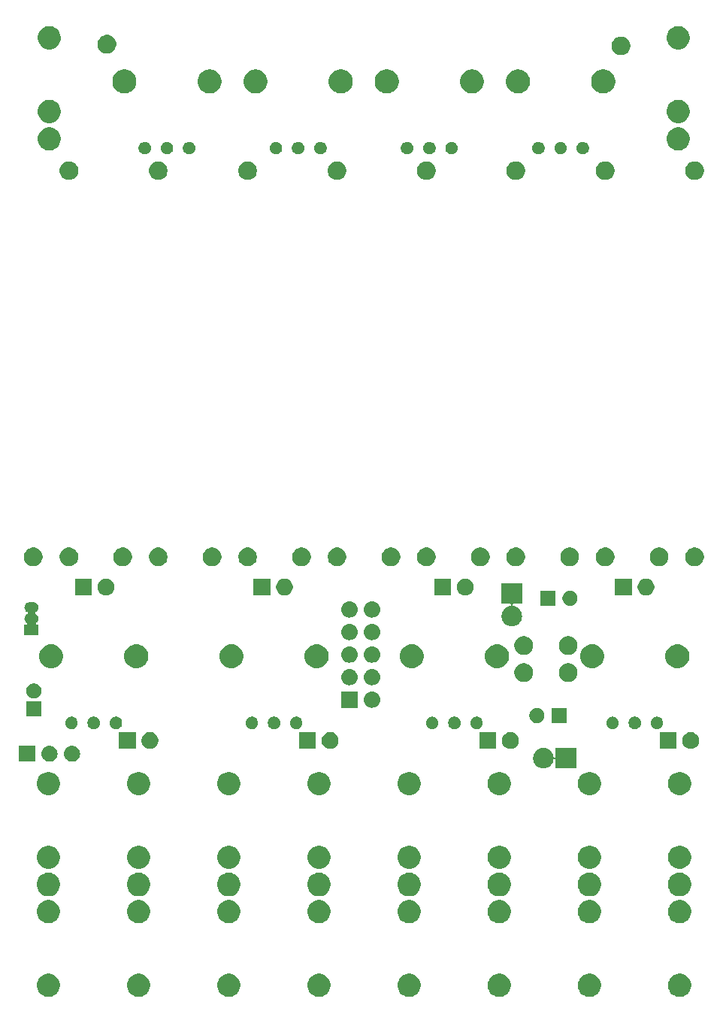
<source format=gbr>
%TF.GenerationSoftware,KiCad,Pcbnew,(5.0.1)-3*%
%TF.CreationDate,2020-04-13T20:04:37+01:00*%
%TF.ProjectId,pcb,7063622E6B696361645F706362000000,rev?*%
%TF.SameCoordinates,Original*%
%TF.FileFunction,Soldermask,Top*%
%TF.FilePolarity,Negative*%
%FSLAX46Y46*%
G04 Gerber Fmt 4.6, Leading zero omitted, Abs format (unit mm)*
G04 Created by KiCad (PCBNEW (5.0.1)-3) date 13/04/2020 20:04:37*
%MOMM*%
%LPD*%
G01*
G04 APERTURE LIST*
%ADD10C,0.400000*%
G04 APERTURE END LIST*
D10*
G36*
X38093769Y-119568996D02*
X38093771Y-119568997D01*
X38093772Y-119568997D01*
X38330539Y-119667069D01*
X38543626Y-119809449D01*
X38724835Y-119990658D01*
X38867215Y-120203745D01*
X38965288Y-120440515D01*
X39015284Y-120691861D01*
X39015284Y-120948139D01*
X38965288Y-121199485D01*
X38867215Y-121436255D01*
X38724835Y-121649342D01*
X38543626Y-121830551D01*
X38543623Y-121830553D01*
X38330539Y-121972931D01*
X38093772Y-122071003D01*
X38093771Y-122071003D01*
X38093769Y-122071004D01*
X37842423Y-122121000D01*
X37586145Y-122121000D01*
X37334799Y-122071004D01*
X37334797Y-122071003D01*
X37334796Y-122071003D01*
X37098029Y-121972931D01*
X36884945Y-121830553D01*
X36884942Y-121830551D01*
X36703733Y-121649342D01*
X36561353Y-121436255D01*
X36463280Y-121199485D01*
X36413284Y-120948139D01*
X36413284Y-120691861D01*
X36463280Y-120440515D01*
X36561353Y-120203745D01*
X36703733Y-119990658D01*
X36884942Y-119809449D01*
X37098029Y-119667069D01*
X37334796Y-119568997D01*
X37334797Y-119568997D01*
X37334799Y-119568996D01*
X37586145Y-119519000D01*
X37842423Y-119519000D01*
X38093769Y-119568996D01*
X38093769Y-119568996D01*
G37*
G36*
X48250911Y-119568996D02*
X48250913Y-119568997D01*
X48250914Y-119568997D01*
X48487681Y-119667069D01*
X48700768Y-119809449D01*
X48881977Y-119990658D01*
X49024357Y-120203745D01*
X49122430Y-120440515D01*
X49172426Y-120691861D01*
X49172426Y-120948139D01*
X49122430Y-121199485D01*
X49024357Y-121436255D01*
X48881977Y-121649342D01*
X48700768Y-121830551D01*
X48700765Y-121830553D01*
X48487681Y-121972931D01*
X48250914Y-122071003D01*
X48250913Y-122071003D01*
X48250911Y-122071004D01*
X47999565Y-122121000D01*
X47743287Y-122121000D01*
X47491941Y-122071004D01*
X47491939Y-122071003D01*
X47491938Y-122071003D01*
X47255171Y-121972931D01*
X47042087Y-121830553D01*
X47042084Y-121830551D01*
X46860875Y-121649342D01*
X46718495Y-121436255D01*
X46620422Y-121199485D01*
X46570426Y-120948139D01*
X46570426Y-120691861D01*
X46620422Y-120440515D01*
X46718495Y-120203745D01*
X46860875Y-119990658D01*
X47042084Y-119809449D01*
X47255171Y-119667069D01*
X47491938Y-119568997D01*
X47491939Y-119568997D01*
X47491941Y-119568996D01*
X47743287Y-119519000D01*
X47999565Y-119519000D01*
X48250911Y-119568996D01*
X48250911Y-119568996D01*
G37*
G36*
X27936627Y-119568996D02*
X27936629Y-119568997D01*
X27936630Y-119568997D01*
X28173397Y-119667069D01*
X28386484Y-119809449D01*
X28567693Y-119990658D01*
X28710073Y-120203745D01*
X28808146Y-120440515D01*
X28858142Y-120691861D01*
X28858142Y-120948139D01*
X28808146Y-121199485D01*
X28710073Y-121436255D01*
X28567693Y-121649342D01*
X28386484Y-121830551D01*
X28386481Y-121830553D01*
X28173397Y-121972931D01*
X27936630Y-122071003D01*
X27936629Y-122071003D01*
X27936627Y-122071004D01*
X27685281Y-122121000D01*
X27429003Y-122121000D01*
X27177657Y-122071004D01*
X27177655Y-122071003D01*
X27177654Y-122071003D01*
X26940887Y-121972931D01*
X26727803Y-121830553D01*
X26727800Y-121830551D01*
X26546591Y-121649342D01*
X26404211Y-121436255D01*
X26306138Y-121199485D01*
X26256142Y-120948139D01*
X26256142Y-120691861D01*
X26306138Y-120440515D01*
X26404211Y-120203745D01*
X26546591Y-119990658D01*
X26727800Y-119809449D01*
X26940887Y-119667069D01*
X27177654Y-119568997D01*
X27177655Y-119568997D01*
X27177657Y-119568996D01*
X27429003Y-119519000D01*
X27685281Y-119519000D01*
X27936627Y-119568996D01*
X27936627Y-119568996D01*
G37*
G36*
X17779485Y-119568996D02*
X17779487Y-119568997D01*
X17779488Y-119568997D01*
X18016255Y-119667069D01*
X18229342Y-119809449D01*
X18410551Y-119990658D01*
X18552931Y-120203745D01*
X18651004Y-120440515D01*
X18701000Y-120691861D01*
X18701000Y-120948139D01*
X18651004Y-121199485D01*
X18552931Y-121436255D01*
X18410551Y-121649342D01*
X18229342Y-121830551D01*
X18229339Y-121830553D01*
X18016255Y-121972931D01*
X17779488Y-122071003D01*
X17779487Y-122071003D01*
X17779485Y-122071004D01*
X17528139Y-122121000D01*
X17271861Y-122121000D01*
X17020515Y-122071004D01*
X17020513Y-122071003D01*
X17020512Y-122071003D01*
X16783745Y-121972931D01*
X16570661Y-121830553D01*
X16570658Y-121830551D01*
X16389449Y-121649342D01*
X16247069Y-121436255D01*
X16148996Y-121199485D01*
X16099000Y-120948139D01*
X16099000Y-120691861D01*
X16148996Y-120440515D01*
X16247069Y-120203745D01*
X16389449Y-119990658D01*
X16570658Y-119809449D01*
X16783745Y-119667069D01*
X17020512Y-119568997D01*
X17020513Y-119568997D01*
X17020515Y-119568996D01*
X17271861Y-119519000D01*
X17528139Y-119519000D01*
X17779485Y-119568996D01*
X17779485Y-119568996D01*
G37*
G36*
X88879485Y-119568996D02*
X88879487Y-119568997D01*
X88879488Y-119568997D01*
X89116255Y-119667069D01*
X89329342Y-119809449D01*
X89510551Y-119990658D01*
X89652931Y-120203745D01*
X89751004Y-120440515D01*
X89801000Y-120691861D01*
X89801000Y-120948139D01*
X89751004Y-121199485D01*
X89652931Y-121436255D01*
X89510551Y-121649342D01*
X89329342Y-121830551D01*
X89329339Y-121830553D01*
X89116255Y-121972931D01*
X88879488Y-122071003D01*
X88879487Y-122071003D01*
X88879485Y-122071004D01*
X88628139Y-122121000D01*
X88371861Y-122121000D01*
X88120515Y-122071004D01*
X88120513Y-122071003D01*
X88120512Y-122071003D01*
X87883745Y-121972931D01*
X87670661Y-121830553D01*
X87670658Y-121830551D01*
X87489449Y-121649342D01*
X87347069Y-121436255D01*
X87248996Y-121199485D01*
X87199000Y-120948139D01*
X87199000Y-120691861D01*
X87248996Y-120440515D01*
X87347069Y-120203745D01*
X87489449Y-119990658D01*
X87670658Y-119809449D01*
X87883745Y-119667069D01*
X88120512Y-119568997D01*
X88120513Y-119568997D01*
X88120515Y-119568996D01*
X88371861Y-119519000D01*
X88628139Y-119519000D01*
X88879485Y-119568996D01*
X88879485Y-119568996D01*
G37*
G36*
X58408053Y-119568996D02*
X58408055Y-119568997D01*
X58408056Y-119568997D01*
X58644823Y-119667069D01*
X58857910Y-119809449D01*
X59039119Y-119990658D01*
X59181499Y-120203745D01*
X59279572Y-120440515D01*
X59329568Y-120691861D01*
X59329568Y-120948139D01*
X59279572Y-121199485D01*
X59181499Y-121436255D01*
X59039119Y-121649342D01*
X58857910Y-121830551D01*
X58857907Y-121830553D01*
X58644823Y-121972931D01*
X58408056Y-122071003D01*
X58408055Y-122071003D01*
X58408053Y-122071004D01*
X58156707Y-122121000D01*
X57900429Y-122121000D01*
X57649083Y-122071004D01*
X57649081Y-122071003D01*
X57649080Y-122071003D01*
X57412313Y-121972931D01*
X57199229Y-121830553D01*
X57199226Y-121830551D01*
X57018017Y-121649342D01*
X56875637Y-121436255D01*
X56777564Y-121199485D01*
X56727568Y-120948139D01*
X56727568Y-120691861D01*
X56777564Y-120440515D01*
X56875637Y-120203745D01*
X57018017Y-119990658D01*
X57199226Y-119809449D01*
X57412313Y-119667069D01*
X57649080Y-119568997D01*
X57649081Y-119568997D01*
X57649083Y-119568996D01*
X57900429Y-119519000D01*
X58156707Y-119519000D01*
X58408053Y-119568996D01*
X58408053Y-119568996D01*
G37*
G36*
X68565195Y-119568996D02*
X68565197Y-119568997D01*
X68565198Y-119568997D01*
X68801965Y-119667069D01*
X69015052Y-119809449D01*
X69196261Y-119990658D01*
X69338641Y-120203745D01*
X69436714Y-120440515D01*
X69486710Y-120691861D01*
X69486710Y-120948139D01*
X69436714Y-121199485D01*
X69338641Y-121436255D01*
X69196261Y-121649342D01*
X69015052Y-121830551D01*
X69015049Y-121830553D01*
X68801965Y-121972931D01*
X68565198Y-122071003D01*
X68565197Y-122071003D01*
X68565195Y-122071004D01*
X68313849Y-122121000D01*
X68057571Y-122121000D01*
X67806225Y-122071004D01*
X67806223Y-122071003D01*
X67806222Y-122071003D01*
X67569455Y-121972931D01*
X67356371Y-121830553D01*
X67356368Y-121830551D01*
X67175159Y-121649342D01*
X67032779Y-121436255D01*
X66934706Y-121199485D01*
X66884710Y-120948139D01*
X66884710Y-120691861D01*
X66934706Y-120440515D01*
X67032779Y-120203745D01*
X67175159Y-119990658D01*
X67356368Y-119809449D01*
X67569455Y-119667069D01*
X67806222Y-119568997D01*
X67806223Y-119568997D01*
X67806225Y-119568996D01*
X68057571Y-119519000D01*
X68313849Y-119519000D01*
X68565195Y-119568996D01*
X68565195Y-119568996D01*
G37*
G36*
X78722337Y-119568996D02*
X78722339Y-119568997D01*
X78722340Y-119568997D01*
X78959107Y-119667069D01*
X79172194Y-119809449D01*
X79353403Y-119990658D01*
X79495783Y-120203745D01*
X79593856Y-120440515D01*
X79643852Y-120691861D01*
X79643852Y-120948139D01*
X79593856Y-121199485D01*
X79495783Y-121436255D01*
X79353403Y-121649342D01*
X79172194Y-121830551D01*
X79172191Y-121830553D01*
X78959107Y-121972931D01*
X78722340Y-122071003D01*
X78722339Y-122071003D01*
X78722337Y-122071004D01*
X78470991Y-122121000D01*
X78214713Y-122121000D01*
X77963367Y-122071004D01*
X77963365Y-122071003D01*
X77963364Y-122071003D01*
X77726597Y-121972931D01*
X77513513Y-121830553D01*
X77513510Y-121830551D01*
X77332301Y-121649342D01*
X77189921Y-121436255D01*
X77091848Y-121199485D01*
X77041852Y-120948139D01*
X77041852Y-120691861D01*
X77091848Y-120440515D01*
X77189921Y-120203745D01*
X77332301Y-119990658D01*
X77513510Y-119809449D01*
X77726597Y-119667069D01*
X77963364Y-119568997D01*
X77963365Y-119568997D01*
X77963367Y-119568996D01*
X78214713Y-119519000D01*
X78470991Y-119519000D01*
X78722337Y-119568996D01*
X78722337Y-119568996D01*
G37*
G36*
X78722337Y-111268996D02*
X78722339Y-111268997D01*
X78722340Y-111268997D01*
X78959107Y-111367069D01*
X79172194Y-111509449D01*
X79353403Y-111690658D01*
X79495783Y-111903745D01*
X79593856Y-112140515D01*
X79643852Y-112391861D01*
X79643852Y-112648139D01*
X79593856Y-112899485D01*
X79495783Y-113136255D01*
X79353403Y-113349342D01*
X79172194Y-113530551D01*
X79172191Y-113530553D01*
X78959107Y-113672931D01*
X78722340Y-113771003D01*
X78722339Y-113771003D01*
X78722337Y-113771004D01*
X78470991Y-113821000D01*
X78214713Y-113821000D01*
X77963367Y-113771004D01*
X77963365Y-113771003D01*
X77963364Y-113771003D01*
X77726597Y-113672931D01*
X77513513Y-113530553D01*
X77513510Y-113530551D01*
X77332301Y-113349342D01*
X77189921Y-113136255D01*
X77091848Y-112899485D01*
X77041852Y-112648139D01*
X77041852Y-112391861D01*
X77091848Y-112140515D01*
X77189921Y-111903745D01*
X77332301Y-111690658D01*
X77513510Y-111509449D01*
X77726597Y-111367069D01*
X77963364Y-111268997D01*
X77963365Y-111268997D01*
X77963367Y-111268996D01*
X78214713Y-111219000D01*
X78470991Y-111219000D01*
X78722337Y-111268996D01*
X78722337Y-111268996D01*
G37*
G36*
X38093769Y-111268996D02*
X38093771Y-111268997D01*
X38093772Y-111268997D01*
X38330539Y-111367069D01*
X38543626Y-111509449D01*
X38724835Y-111690658D01*
X38867215Y-111903745D01*
X38965288Y-112140515D01*
X39015284Y-112391861D01*
X39015284Y-112648139D01*
X38965288Y-112899485D01*
X38867215Y-113136255D01*
X38724835Y-113349342D01*
X38543626Y-113530551D01*
X38543623Y-113530553D01*
X38330539Y-113672931D01*
X38093772Y-113771003D01*
X38093771Y-113771003D01*
X38093769Y-113771004D01*
X37842423Y-113821000D01*
X37586145Y-113821000D01*
X37334799Y-113771004D01*
X37334797Y-113771003D01*
X37334796Y-113771003D01*
X37098029Y-113672931D01*
X36884945Y-113530553D01*
X36884942Y-113530551D01*
X36703733Y-113349342D01*
X36561353Y-113136255D01*
X36463280Y-112899485D01*
X36413284Y-112648139D01*
X36413284Y-112391861D01*
X36463280Y-112140515D01*
X36561353Y-111903745D01*
X36703733Y-111690658D01*
X36884942Y-111509449D01*
X37098029Y-111367069D01*
X37334796Y-111268997D01*
X37334797Y-111268997D01*
X37334799Y-111268996D01*
X37586145Y-111219000D01*
X37842423Y-111219000D01*
X38093769Y-111268996D01*
X38093769Y-111268996D01*
G37*
G36*
X48250911Y-111268996D02*
X48250913Y-111268997D01*
X48250914Y-111268997D01*
X48487681Y-111367069D01*
X48700768Y-111509449D01*
X48881977Y-111690658D01*
X49024357Y-111903745D01*
X49122430Y-112140515D01*
X49172426Y-112391861D01*
X49172426Y-112648139D01*
X49122430Y-112899485D01*
X49024357Y-113136255D01*
X48881977Y-113349342D01*
X48700768Y-113530551D01*
X48700765Y-113530553D01*
X48487681Y-113672931D01*
X48250914Y-113771003D01*
X48250913Y-113771003D01*
X48250911Y-113771004D01*
X47999565Y-113821000D01*
X47743287Y-113821000D01*
X47491941Y-113771004D01*
X47491939Y-113771003D01*
X47491938Y-113771003D01*
X47255171Y-113672931D01*
X47042087Y-113530553D01*
X47042084Y-113530551D01*
X46860875Y-113349342D01*
X46718495Y-113136255D01*
X46620422Y-112899485D01*
X46570426Y-112648139D01*
X46570426Y-112391861D01*
X46620422Y-112140515D01*
X46718495Y-111903745D01*
X46860875Y-111690658D01*
X47042084Y-111509449D01*
X47255171Y-111367069D01*
X47491938Y-111268997D01*
X47491939Y-111268997D01*
X47491941Y-111268996D01*
X47743287Y-111219000D01*
X47999565Y-111219000D01*
X48250911Y-111268996D01*
X48250911Y-111268996D01*
G37*
G36*
X27936627Y-111268996D02*
X27936629Y-111268997D01*
X27936630Y-111268997D01*
X28173397Y-111367069D01*
X28386484Y-111509449D01*
X28567693Y-111690658D01*
X28710073Y-111903745D01*
X28808146Y-112140515D01*
X28858142Y-112391861D01*
X28858142Y-112648139D01*
X28808146Y-112899485D01*
X28710073Y-113136255D01*
X28567693Y-113349342D01*
X28386484Y-113530551D01*
X28386481Y-113530553D01*
X28173397Y-113672931D01*
X27936630Y-113771003D01*
X27936629Y-113771003D01*
X27936627Y-113771004D01*
X27685281Y-113821000D01*
X27429003Y-113821000D01*
X27177657Y-113771004D01*
X27177655Y-113771003D01*
X27177654Y-113771003D01*
X26940887Y-113672931D01*
X26727803Y-113530553D01*
X26727800Y-113530551D01*
X26546591Y-113349342D01*
X26404211Y-113136255D01*
X26306138Y-112899485D01*
X26256142Y-112648139D01*
X26256142Y-112391861D01*
X26306138Y-112140515D01*
X26404211Y-111903745D01*
X26546591Y-111690658D01*
X26727800Y-111509449D01*
X26940887Y-111367069D01*
X27177654Y-111268997D01*
X27177655Y-111268997D01*
X27177657Y-111268996D01*
X27429003Y-111219000D01*
X27685281Y-111219000D01*
X27936627Y-111268996D01*
X27936627Y-111268996D01*
G37*
G36*
X17779485Y-111268996D02*
X17779487Y-111268997D01*
X17779488Y-111268997D01*
X18016255Y-111367069D01*
X18229342Y-111509449D01*
X18410551Y-111690658D01*
X18552931Y-111903745D01*
X18651004Y-112140515D01*
X18701000Y-112391861D01*
X18701000Y-112648139D01*
X18651004Y-112899485D01*
X18552931Y-113136255D01*
X18410551Y-113349342D01*
X18229342Y-113530551D01*
X18229339Y-113530553D01*
X18016255Y-113672931D01*
X17779488Y-113771003D01*
X17779487Y-113771003D01*
X17779485Y-113771004D01*
X17528139Y-113821000D01*
X17271861Y-113821000D01*
X17020515Y-113771004D01*
X17020513Y-113771003D01*
X17020512Y-113771003D01*
X16783745Y-113672931D01*
X16570661Y-113530553D01*
X16570658Y-113530551D01*
X16389449Y-113349342D01*
X16247069Y-113136255D01*
X16148996Y-112899485D01*
X16099000Y-112648139D01*
X16099000Y-112391861D01*
X16148996Y-112140515D01*
X16247069Y-111903745D01*
X16389449Y-111690658D01*
X16570658Y-111509449D01*
X16783745Y-111367069D01*
X17020512Y-111268997D01*
X17020513Y-111268997D01*
X17020515Y-111268996D01*
X17271861Y-111219000D01*
X17528139Y-111219000D01*
X17779485Y-111268996D01*
X17779485Y-111268996D01*
G37*
G36*
X68565195Y-111268996D02*
X68565197Y-111268997D01*
X68565198Y-111268997D01*
X68801965Y-111367069D01*
X69015052Y-111509449D01*
X69196261Y-111690658D01*
X69338641Y-111903745D01*
X69436714Y-112140515D01*
X69486710Y-112391861D01*
X69486710Y-112648139D01*
X69436714Y-112899485D01*
X69338641Y-113136255D01*
X69196261Y-113349342D01*
X69015052Y-113530551D01*
X69015049Y-113530553D01*
X68801965Y-113672931D01*
X68565198Y-113771003D01*
X68565197Y-113771003D01*
X68565195Y-113771004D01*
X68313849Y-113821000D01*
X68057571Y-113821000D01*
X67806225Y-113771004D01*
X67806223Y-113771003D01*
X67806222Y-113771003D01*
X67569455Y-113672931D01*
X67356371Y-113530553D01*
X67356368Y-113530551D01*
X67175159Y-113349342D01*
X67032779Y-113136255D01*
X66934706Y-112899485D01*
X66884710Y-112648139D01*
X66884710Y-112391861D01*
X66934706Y-112140515D01*
X67032779Y-111903745D01*
X67175159Y-111690658D01*
X67356368Y-111509449D01*
X67569455Y-111367069D01*
X67806222Y-111268997D01*
X67806223Y-111268997D01*
X67806225Y-111268996D01*
X68057571Y-111219000D01*
X68313849Y-111219000D01*
X68565195Y-111268996D01*
X68565195Y-111268996D01*
G37*
G36*
X88879485Y-111268996D02*
X88879487Y-111268997D01*
X88879488Y-111268997D01*
X89116255Y-111367069D01*
X89329342Y-111509449D01*
X89510551Y-111690658D01*
X89652931Y-111903745D01*
X89751004Y-112140515D01*
X89801000Y-112391861D01*
X89801000Y-112648139D01*
X89751004Y-112899485D01*
X89652931Y-113136255D01*
X89510551Y-113349342D01*
X89329342Y-113530551D01*
X89329339Y-113530553D01*
X89116255Y-113672931D01*
X88879488Y-113771003D01*
X88879487Y-113771003D01*
X88879485Y-113771004D01*
X88628139Y-113821000D01*
X88371861Y-113821000D01*
X88120515Y-113771004D01*
X88120513Y-113771003D01*
X88120512Y-113771003D01*
X87883745Y-113672931D01*
X87670661Y-113530553D01*
X87670658Y-113530551D01*
X87489449Y-113349342D01*
X87347069Y-113136255D01*
X87248996Y-112899485D01*
X87199000Y-112648139D01*
X87199000Y-112391861D01*
X87248996Y-112140515D01*
X87347069Y-111903745D01*
X87489449Y-111690658D01*
X87670658Y-111509449D01*
X87883745Y-111367069D01*
X88120512Y-111268997D01*
X88120513Y-111268997D01*
X88120515Y-111268996D01*
X88371861Y-111219000D01*
X88628139Y-111219000D01*
X88879485Y-111268996D01*
X88879485Y-111268996D01*
G37*
G36*
X58408053Y-111268996D02*
X58408055Y-111268997D01*
X58408056Y-111268997D01*
X58644823Y-111367069D01*
X58857910Y-111509449D01*
X59039119Y-111690658D01*
X59181499Y-111903745D01*
X59279572Y-112140515D01*
X59329568Y-112391861D01*
X59329568Y-112648139D01*
X59279572Y-112899485D01*
X59181499Y-113136255D01*
X59039119Y-113349342D01*
X58857910Y-113530551D01*
X58857907Y-113530553D01*
X58644823Y-113672931D01*
X58408056Y-113771003D01*
X58408055Y-113771003D01*
X58408053Y-113771004D01*
X58156707Y-113821000D01*
X57900429Y-113821000D01*
X57649083Y-113771004D01*
X57649081Y-113771003D01*
X57649080Y-113771003D01*
X57412313Y-113672931D01*
X57199229Y-113530553D01*
X57199226Y-113530551D01*
X57018017Y-113349342D01*
X56875637Y-113136255D01*
X56777564Y-112899485D01*
X56727568Y-112648139D01*
X56727568Y-112391861D01*
X56777564Y-112140515D01*
X56875637Y-111903745D01*
X57018017Y-111690658D01*
X57199226Y-111509449D01*
X57412313Y-111367069D01*
X57649080Y-111268997D01*
X57649081Y-111268997D01*
X57649083Y-111268996D01*
X57900429Y-111219000D01*
X58156707Y-111219000D01*
X58408053Y-111268996D01*
X58408053Y-111268996D01*
G37*
G36*
X78722337Y-108168996D02*
X78722339Y-108168997D01*
X78722340Y-108168997D01*
X78746489Y-108179000D01*
X78959107Y-108267069D01*
X79172194Y-108409449D01*
X79353403Y-108590658D01*
X79495783Y-108803745D01*
X79593856Y-109040515D01*
X79643852Y-109291861D01*
X79643852Y-109608139D01*
X79593856Y-109859485D01*
X79495783Y-110096255D01*
X79353403Y-110309342D01*
X79172194Y-110490551D01*
X79172191Y-110490553D01*
X78959107Y-110632931D01*
X78722340Y-110731003D01*
X78722339Y-110731003D01*
X78722337Y-110731004D01*
X78470991Y-110781000D01*
X78214713Y-110781000D01*
X77963367Y-110731004D01*
X77963365Y-110731003D01*
X77963364Y-110731003D01*
X77726597Y-110632931D01*
X77513513Y-110490553D01*
X77513510Y-110490551D01*
X77332301Y-110309342D01*
X77189921Y-110096255D01*
X77091848Y-109859485D01*
X77041852Y-109608139D01*
X77041852Y-109291861D01*
X77091848Y-109040515D01*
X77189921Y-108803745D01*
X77332301Y-108590658D01*
X77513510Y-108409449D01*
X77726597Y-108267069D01*
X77939215Y-108179000D01*
X77963364Y-108168997D01*
X77963365Y-108168997D01*
X77963367Y-108168996D01*
X78214713Y-108119000D01*
X78470991Y-108119000D01*
X78722337Y-108168996D01*
X78722337Y-108168996D01*
G37*
G36*
X58408053Y-108168996D02*
X58408055Y-108168997D01*
X58408056Y-108168997D01*
X58432205Y-108179000D01*
X58644823Y-108267069D01*
X58857910Y-108409449D01*
X59039119Y-108590658D01*
X59181499Y-108803745D01*
X59279572Y-109040515D01*
X59329568Y-109291861D01*
X59329568Y-109608139D01*
X59279572Y-109859485D01*
X59181499Y-110096255D01*
X59039119Y-110309342D01*
X58857910Y-110490551D01*
X58857907Y-110490553D01*
X58644823Y-110632931D01*
X58408056Y-110731003D01*
X58408055Y-110731003D01*
X58408053Y-110731004D01*
X58156707Y-110781000D01*
X57900429Y-110781000D01*
X57649083Y-110731004D01*
X57649081Y-110731003D01*
X57649080Y-110731003D01*
X57412313Y-110632931D01*
X57199229Y-110490553D01*
X57199226Y-110490551D01*
X57018017Y-110309342D01*
X56875637Y-110096255D01*
X56777564Y-109859485D01*
X56727568Y-109608139D01*
X56727568Y-109291861D01*
X56777564Y-109040515D01*
X56875637Y-108803745D01*
X57018017Y-108590658D01*
X57199226Y-108409449D01*
X57412313Y-108267069D01*
X57624931Y-108179000D01*
X57649080Y-108168997D01*
X57649081Y-108168997D01*
X57649083Y-108168996D01*
X57900429Y-108119000D01*
X58156707Y-108119000D01*
X58408053Y-108168996D01*
X58408053Y-108168996D01*
G37*
G36*
X68565195Y-108168996D02*
X68565197Y-108168997D01*
X68565198Y-108168997D01*
X68589347Y-108179000D01*
X68801965Y-108267069D01*
X69015052Y-108409449D01*
X69196261Y-108590658D01*
X69338641Y-108803745D01*
X69436714Y-109040515D01*
X69486710Y-109291861D01*
X69486710Y-109608139D01*
X69436714Y-109859485D01*
X69338641Y-110096255D01*
X69196261Y-110309342D01*
X69015052Y-110490551D01*
X69015049Y-110490553D01*
X68801965Y-110632931D01*
X68565198Y-110731003D01*
X68565197Y-110731003D01*
X68565195Y-110731004D01*
X68313849Y-110781000D01*
X68057571Y-110781000D01*
X67806225Y-110731004D01*
X67806223Y-110731003D01*
X67806222Y-110731003D01*
X67569455Y-110632931D01*
X67356371Y-110490553D01*
X67356368Y-110490551D01*
X67175159Y-110309342D01*
X67032779Y-110096255D01*
X66934706Y-109859485D01*
X66884710Y-109608139D01*
X66884710Y-109291861D01*
X66934706Y-109040515D01*
X67032779Y-108803745D01*
X67175159Y-108590658D01*
X67356368Y-108409449D01*
X67569455Y-108267069D01*
X67782073Y-108179000D01*
X67806222Y-108168997D01*
X67806223Y-108168997D01*
X67806225Y-108168996D01*
X68057571Y-108119000D01*
X68313849Y-108119000D01*
X68565195Y-108168996D01*
X68565195Y-108168996D01*
G37*
G36*
X88879485Y-108168996D02*
X88879487Y-108168997D01*
X88879488Y-108168997D01*
X88903637Y-108179000D01*
X89116255Y-108267069D01*
X89329342Y-108409449D01*
X89510551Y-108590658D01*
X89652931Y-108803745D01*
X89751004Y-109040515D01*
X89801000Y-109291861D01*
X89801000Y-109608139D01*
X89751004Y-109859485D01*
X89652931Y-110096255D01*
X89510551Y-110309342D01*
X89329342Y-110490551D01*
X89329339Y-110490553D01*
X89116255Y-110632931D01*
X88879488Y-110731003D01*
X88879487Y-110731003D01*
X88879485Y-110731004D01*
X88628139Y-110781000D01*
X88371861Y-110781000D01*
X88120515Y-110731004D01*
X88120513Y-110731003D01*
X88120512Y-110731003D01*
X87883745Y-110632931D01*
X87670661Y-110490553D01*
X87670658Y-110490551D01*
X87489449Y-110309342D01*
X87347069Y-110096255D01*
X87248996Y-109859485D01*
X87199000Y-109608139D01*
X87199000Y-109291861D01*
X87248996Y-109040515D01*
X87347069Y-108803745D01*
X87489449Y-108590658D01*
X87670658Y-108409449D01*
X87883745Y-108267069D01*
X88096363Y-108179000D01*
X88120512Y-108168997D01*
X88120513Y-108168997D01*
X88120515Y-108168996D01*
X88371861Y-108119000D01*
X88628139Y-108119000D01*
X88879485Y-108168996D01*
X88879485Y-108168996D01*
G37*
G36*
X48250911Y-108168996D02*
X48250913Y-108168997D01*
X48250914Y-108168997D01*
X48275063Y-108179000D01*
X48487681Y-108267069D01*
X48700768Y-108409449D01*
X48881977Y-108590658D01*
X49024357Y-108803745D01*
X49122430Y-109040515D01*
X49172426Y-109291861D01*
X49172426Y-109608139D01*
X49122430Y-109859485D01*
X49024357Y-110096255D01*
X48881977Y-110309342D01*
X48700768Y-110490551D01*
X48700765Y-110490553D01*
X48487681Y-110632931D01*
X48250914Y-110731003D01*
X48250913Y-110731003D01*
X48250911Y-110731004D01*
X47999565Y-110781000D01*
X47743287Y-110781000D01*
X47491941Y-110731004D01*
X47491939Y-110731003D01*
X47491938Y-110731003D01*
X47255171Y-110632931D01*
X47042087Y-110490553D01*
X47042084Y-110490551D01*
X46860875Y-110309342D01*
X46718495Y-110096255D01*
X46620422Y-109859485D01*
X46570426Y-109608139D01*
X46570426Y-109291861D01*
X46620422Y-109040515D01*
X46718495Y-108803745D01*
X46860875Y-108590658D01*
X47042084Y-108409449D01*
X47255171Y-108267069D01*
X47467789Y-108179000D01*
X47491938Y-108168997D01*
X47491939Y-108168997D01*
X47491941Y-108168996D01*
X47743287Y-108119000D01*
X47999565Y-108119000D01*
X48250911Y-108168996D01*
X48250911Y-108168996D01*
G37*
G36*
X27936627Y-108168996D02*
X27936629Y-108168997D01*
X27936630Y-108168997D01*
X27960779Y-108179000D01*
X28173397Y-108267069D01*
X28386484Y-108409449D01*
X28567693Y-108590658D01*
X28710073Y-108803745D01*
X28808146Y-109040515D01*
X28858142Y-109291861D01*
X28858142Y-109608139D01*
X28808146Y-109859485D01*
X28710073Y-110096255D01*
X28567693Y-110309342D01*
X28386484Y-110490551D01*
X28386481Y-110490553D01*
X28173397Y-110632931D01*
X27936630Y-110731003D01*
X27936629Y-110731003D01*
X27936627Y-110731004D01*
X27685281Y-110781000D01*
X27429003Y-110781000D01*
X27177657Y-110731004D01*
X27177655Y-110731003D01*
X27177654Y-110731003D01*
X26940887Y-110632931D01*
X26727803Y-110490553D01*
X26727800Y-110490551D01*
X26546591Y-110309342D01*
X26404211Y-110096255D01*
X26306138Y-109859485D01*
X26256142Y-109608139D01*
X26256142Y-109291861D01*
X26306138Y-109040515D01*
X26404211Y-108803745D01*
X26546591Y-108590658D01*
X26727800Y-108409449D01*
X26940887Y-108267069D01*
X27153505Y-108179000D01*
X27177654Y-108168997D01*
X27177655Y-108168997D01*
X27177657Y-108168996D01*
X27429003Y-108119000D01*
X27685281Y-108119000D01*
X27936627Y-108168996D01*
X27936627Y-108168996D01*
G37*
G36*
X17779485Y-108168996D02*
X17779487Y-108168997D01*
X17779488Y-108168997D01*
X17803637Y-108179000D01*
X18016255Y-108267069D01*
X18229342Y-108409449D01*
X18410551Y-108590658D01*
X18552931Y-108803745D01*
X18651004Y-109040515D01*
X18701000Y-109291861D01*
X18701000Y-109608139D01*
X18651004Y-109859485D01*
X18552931Y-110096255D01*
X18410551Y-110309342D01*
X18229342Y-110490551D01*
X18229339Y-110490553D01*
X18016255Y-110632931D01*
X17779488Y-110731003D01*
X17779487Y-110731003D01*
X17779485Y-110731004D01*
X17528139Y-110781000D01*
X17271861Y-110781000D01*
X17020515Y-110731004D01*
X17020513Y-110731003D01*
X17020512Y-110731003D01*
X16783745Y-110632931D01*
X16570661Y-110490553D01*
X16570658Y-110490551D01*
X16389449Y-110309342D01*
X16247069Y-110096255D01*
X16148996Y-109859485D01*
X16099000Y-109608139D01*
X16099000Y-109291861D01*
X16148996Y-109040515D01*
X16247069Y-108803745D01*
X16389449Y-108590658D01*
X16570658Y-108409449D01*
X16783745Y-108267069D01*
X16996363Y-108179000D01*
X17020512Y-108168997D01*
X17020513Y-108168997D01*
X17020515Y-108168996D01*
X17271861Y-108119000D01*
X17528139Y-108119000D01*
X17779485Y-108168996D01*
X17779485Y-108168996D01*
G37*
G36*
X38093769Y-108168996D02*
X38093771Y-108168997D01*
X38093772Y-108168997D01*
X38117921Y-108179000D01*
X38330539Y-108267069D01*
X38543626Y-108409449D01*
X38724835Y-108590658D01*
X38867215Y-108803745D01*
X38965288Y-109040515D01*
X39015284Y-109291861D01*
X39015284Y-109608139D01*
X38965288Y-109859485D01*
X38867215Y-110096255D01*
X38724835Y-110309342D01*
X38543626Y-110490551D01*
X38543623Y-110490553D01*
X38330539Y-110632931D01*
X38093772Y-110731003D01*
X38093771Y-110731003D01*
X38093769Y-110731004D01*
X37842423Y-110781000D01*
X37586145Y-110781000D01*
X37334799Y-110731004D01*
X37334797Y-110731003D01*
X37334796Y-110731003D01*
X37098029Y-110632931D01*
X36884945Y-110490553D01*
X36884942Y-110490551D01*
X36703733Y-110309342D01*
X36561353Y-110096255D01*
X36463280Y-109859485D01*
X36413284Y-109608139D01*
X36413284Y-109291861D01*
X36463280Y-109040515D01*
X36561353Y-108803745D01*
X36703733Y-108590658D01*
X36884942Y-108409449D01*
X37098029Y-108267069D01*
X37310647Y-108179000D01*
X37334796Y-108168997D01*
X37334797Y-108168997D01*
X37334799Y-108168996D01*
X37586145Y-108119000D01*
X37842423Y-108119000D01*
X38093769Y-108168996D01*
X38093769Y-108168996D01*
G37*
G36*
X68565195Y-105128996D02*
X68565197Y-105128997D01*
X68565198Y-105128997D01*
X68801965Y-105227069D01*
X69015052Y-105369449D01*
X69196261Y-105550658D01*
X69338641Y-105763745D01*
X69436714Y-106000515D01*
X69486710Y-106251861D01*
X69486710Y-106508139D01*
X69436714Y-106759485D01*
X69338641Y-106996255D01*
X69196261Y-107209342D01*
X69015052Y-107390551D01*
X69015049Y-107390553D01*
X68801965Y-107532931D01*
X68565198Y-107631003D01*
X68565197Y-107631003D01*
X68565195Y-107631004D01*
X68313849Y-107681000D01*
X68057571Y-107681000D01*
X67806225Y-107631004D01*
X67806223Y-107631003D01*
X67806222Y-107631003D01*
X67569455Y-107532931D01*
X67356371Y-107390553D01*
X67356368Y-107390551D01*
X67175159Y-107209342D01*
X67032779Y-106996255D01*
X66934706Y-106759485D01*
X66884710Y-106508139D01*
X66884710Y-106251861D01*
X66934706Y-106000515D01*
X67032779Y-105763745D01*
X67175159Y-105550658D01*
X67356368Y-105369449D01*
X67569455Y-105227069D01*
X67806222Y-105128997D01*
X67806223Y-105128997D01*
X67806225Y-105128996D01*
X68057571Y-105079000D01*
X68313849Y-105079000D01*
X68565195Y-105128996D01*
X68565195Y-105128996D01*
G37*
G36*
X48250911Y-105128996D02*
X48250913Y-105128997D01*
X48250914Y-105128997D01*
X48487681Y-105227069D01*
X48700768Y-105369449D01*
X48881977Y-105550658D01*
X49024357Y-105763745D01*
X49122430Y-106000515D01*
X49172426Y-106251861D01*
X49172426Y-106508139D01*
X49122430Y-106759485D01*
X49024357Y-106996255D01*
X48881977Y-107209342D01*
X48700768Y-107390551D01*
X48700765Y-107390553D01*
X48487681Y-107532931D01*
X48250914Y-107631003D01*
X48250913Y-107631003D01*
X48250911Y-107631004D01*
X47999565Y-107681000D01*
X47743287Y-107681000D01*
X47491941Y-107631004D01*
X47491939Y-107631003D01*
X47491938Y-107631003D01*
X47255171Y-107532931D01*
X47042087Y-107390553D01*
X47042084Y-107390551D01*
X46860875Y-107209342D01*
X46718495Y-106996255D01*
X46620422Y-106759485D01*
X46570426Y-106508139D01*
X46570426Y-106251861D01*
X46620422Y-106000515D01*
X46718495Y-105763745D01*
X46860875Y-105550658D01*
X47042084Y-105369449D01*
X47255171Y-105227069D01*
X47491938Y-105128997D01*
X47491939Y-105128997D01*
X47491941Y-105128996D01*
X47743287Y-105079000D01*
X47999565Y-105079000D01*
X48250911Y-105128996D01*
X48250911Y-105128996D01*
G37*
G36*
X27936627Y-105128996D02*
X27936629Y-105128997D01*
X27936630Y-105128997D01*
X28173397Y-105227069D01*
X28386484Y-105369449D01*
X28567693Y-105550658D01*
X28710073Y-105763745D01*
X28808146Y-106000515D01*
X28858142Y-106251861D01*
X28858142Y-106508139D01*
X28808146Y-106759485D01*
X28710073Y-106996255D01*
X28567693Y-107209342D01*
X28386484Y-107390551D01*
X28386481Y-107390553D01*
X28173397Y-107532931D01*
X27936630Y-107631003D01*
X27936629Y-107631003D01*
X27936627Y-107631004D01*
X27685281Y-107681000D01*
X27429003Y-107681000D01*
X27177657Y-107631004D01*
X27177655Y-107631003D01*
X27177654Y-107631003D01*
X26940887Y-107532931D01*
X26727803Y-107390553D01*
X26727800Y-107390551D01*
X26546591Y-107209342D01*
X26404211Y-106996255D01*
X26306138Y-106759485D01*
X26256142Y-106508139D01*
X26256142Y-106251861D01*
X26306138Y-106000515D01*
X26404211Y-105763745D01*
X26546591Y-105550658D01*
X26727800Y-105369449D01*
X26940887Y-105227069D01*
X27177654Y-105128997D01*
X27177655Y-105128997D01*
X27177657Y-105128996D01*
X27429003Y-105079000D01*
X27685281Y-105079000D01*
X27936627Y-105128996D01*
X27936627Y-105128996D01*
G37*
G36*
X17779485Y-105128996D02*
X17779487Y-105128997D01*
X17779488Y-105128997D01*
X18016255Y-105227069D01*
X18229342Y-105369449D01*
X18410551Y-105550658D01*
X18552931Y-105763745D01*
X18651004Y-106000515D01*
X18701000Y-106251861D01*
X18701000Y-106508139D01*
X18651004Y-106759485D01*
X18552931Y-106996255D01*
X18410551Y-107209342D01*
X18229342Y-107390551D01*
X18229339Y-107390553D01*
X18016255Y-107532931D01*
X17779488Y-107631003D01*
X17779487Y-107631003D01*
X17779485Y-107631004D01*
X17528139Y-107681000D01*
X17271861Y-107681000D01*
X17020515Y-107631004D01*
X17020513Y-107631003D01*
X17020512Y-107631003D01*
X16783745Y-107532931D01*
X16570661Y-107390553D01*
X16570658Y-107390551D01*
X16389449Y-107209342D01*
X16247069Y-106996255D01*
X16148996Y-106759485D01*
X16099000Y-106508139D01*
X16099000Y-106251861D01*
X16148996Y-106000515D01*
X16247069Y-105763745D01*
X16389449Y-105550658D01*
X16570658Y-105369449D01*
X16783745Y-105227069D01*
X17020512Y-105128997D01*
X17020513Y-105128997D01*
X17020515Y-105128996D01*
X17271861Y-105079000D01*
X17528139Y-105079000D01*
X17779485Y-105128996D01*
X17779485Y-105128996D01*
G37*
G36*
X58408053Y-105128996D02*
X58408055Y-105128997D01*
X58408056Y-105128997D01*
X58644823Y-105227069D01*
X58857910Y-105369449D01*
X59039119Y-105550658D01*
X59181499Y-105763745D01*
X59279572Y-106000515D01*
X59329568Y-106251861D01*
X59329568Y-106508139D01*
X59279572Y-106759485D01*
X59181499Y-106996255D01*
X59039119Y-107209342D01*
X58857910Y-107390551D01*
X58857907Y-107390553D01*
X58644823Y-107532931D01*
X58408056Y-107631003D01*
X58408055Y-107631003D01*
X58408053Y-107631004D01*
X58156707Y-107681000D01*
X57900429Y-107681000D01*
X57649083Y-107631004D01*
X57649081Y-107631003D01*
X57649080Y-107631003D01*
X57412313Y-107532931D01*
X57199229Y-107390553D01*
X57199226Y-107390551D01*
X57018017Y-107209342D01*
X56875637Y-106996255D01*
X56777564Y-106759485D01*
X56727568Y-106508139D01*
X56727568Y-106251861D01*
X56777564Y-106000515D01*
X56875637Y-105763745D01*
X57018017Y-105550658D01*
X57199226Y-105369449D01*
X57412313Y-105227069D01*
X57649080Y-105128997D01*
X57649081Y-105128997D01*
X57649083Y-105128996D01*
X57900429Y-105079000D01*
X58156707Y-105079000D01*
X58408053Y-105128996D01*
X58408053Y-105128996D01*
G37*
G36*
X88879485Y-105128996D02*
X88879487Y-105128997D01*
X88879488Y-105128997D01*
X89116255Y-105227069D01*
X89329342Y-105369449D01*
X89510551Y-105550658D01*
X89652931Y-105763745D01*
X89751004Y-106000515D01*
X89801000Y-106251861D01*
X89801000Y-106508139D01*
X89751004Y-106759485D01*
X89652931Y-106996255D01*
X89510551Y-107209342D01*
X89329342Y-107390551D01*
X89329339Y-107390553D01*
X89116255Y-107532931D01*
X88879488Y-107631003D01*
X88879487Y-107631003D01*
X88879485Y-107631004D01*
X88628139Y-107681000D01*
X88371861Y-107681000D01*
X88120515Y-107631004D01*
X88120513Y-107631003D01*
X88120512Y-107631003D01*
X87883745Y-107532931D01*
X87670661Y-107390553D01*
X87670658Y-107390551D01*
X87489449Y-107209342D01*
X87347069Y-106996255D01*
X87248996Y-106759485D01*
X87199000Y-106508139D01*
X87199000Y-106251861D01*
X87248996Y-106000515D01*
X87347069Y-105763745D01*
X87489449Y-105550658D01*
X87670658Y-105369449D01*
X87883745Y-105227069D01*
X88120512Y-105128997D01*
X88120513Y-105128997D01*
X88120515Y-105128996D01*
X88371861Y-105079000D01*
X88628139Y-105079000D01*
X88879485Y-105128996D01*
X88879485Y-105128996D01*
G37*
G36*
X38093769Y-105128996D02*
X38093771Y-105128997D01*
X38093772Y-105128997D01*
X38330539Y-105227069D01*
X38543626Y-105369449D01*
X38724835Y-105550658D01*
X38867215Y-105763745D01*
X38965288Y-106000515D01*
X39015284Y-106251861D01*
X39015284Y-106508139D01*
X38965288Y-106759485D01*
X38867215Y-106996255D01*
X38724835Y-107209342D01*
X38543626Y-107390551D01*
X38543623Y-107390553D01*
X38330539Y-107532931D01*
X38093772Y-107631003D01*
X38093771Y-107631003D01*
X38093769Y-107631004D01*
X37842423Y-107681000D01*
X37586145Y-107681000D01*
X37334799Y-107631004D01*
X37334797Y-107631003D01*
X37334796Y-107631003D01*
X37098029Y-107532931D01*
X36884945Y-107390553D01*
X36884942Y-107390551D01*
X36703733Y-107209342D01*
X36561353Y-106996255D01*
X36463280Y-106759485D01*
X36413284Y-106508139D01*
X36413284Y-106251861D01*
X36463280Y-106000515D01*
X36561353Y-105763745D01*
X36703733Y-105550658D01*
X36884942Y-105369449D01*
X37098029Y-105227069D01*
X37334796Y-105128997D01*
X37334797Y-105128997D01*
X37334799Y-105128996D01*
X37586145Y-105079000D01*
X37842423Y-105079000D01*
X38093769Y-105128996D01*
X38093769Y-105128996D01*
G37*
G36*
X78722337Y-105128996D02*
X78722339Y-105128997D01*
X78722340Y-105128997D01*
X78959107Y-105227069D01*
X79172194Y-105369449D01*
X79353403Y-105550658D01*
X79495783Y-105763745D01*
X79593856Y-106000515D01*
X79643852Y-106251861D01*
X79643852Y-106508139D01*
X79593856Y-106759485D01*
X79495783Y-106996255D01*
X79353403Y-107209342D01*
X79172194Y-107390551D01*
X79172191Y-107390553D01*
X78959107Y-107532931D01*
X78722340Y-107631003D01*
X78722339Y-107631003D01*
X78722337Y-107631004D01*
X78470991Y-107681000D01*
X78214713Y-107681000D01*
X77963367Y-107631004D01*
X77963365Y-107631003D01*
X77963364Y-107631003D01*
X77726597Y-107532931D01*
X77513513Y-107390553D01*
X77513510Y-107390551D01*
X77332301Y-107209342D01*
X77189921Y-106996255D01*
X77091848Y-106759485D01*
X77041852Y-106508139D01*
X77041852Y-106251861D01*
X77091848Y-106000515D01*
X77189921Y-105763745D01*
X77332301Y-105550658D01*
X77513510Y-105369449D01*
X77726597Y-105227069D01*
X77963364Y-105128997D01*
X77963365Y-105128997D01*
X77963367Y-105128996D01*
X78214713Y-105079000D01*
X78470991Y-105079000D01*
X78722337Y-105128996D01*
X78722337Y-105128996D01*
G37*
G36*
X88879485Y-96828996D02*
X88879487Y-96828997D01*
X88879488Y-96828997D01*
X89116255Y-96927069D01*
X89329342Y-97069449D01*
X89510551Y-97250658D01*
X89652931Y-97463745D01*
X89751004Y-97700515D01*
X89801000Y-97951861D01*
X89801000Y-98208139D01*
X89751004Y-98459485D01*
X89652931Y-98696255D01*
X89510551Y-98909342D01*
X89329342Y-99090551D01*
X89329339Y-99090553D01*
X89116255Y-99232931D01*
X88879488Y-99331003D01*
X88879487Y-99331003D01*
X88879485Y-99331004D01*
X88628139Y-99381000D01*
X88371861Y-99381000D01*
X88120515Y-99331004D01*
X88120513Y-99331003D01*
X88120512Y-99331003D01*
X87883745Y-99232931D01*
X87670661Y-99090553D01*
X87670658Y-99090551D01*
X87489449Y-98909342D01*
X87347069Y-98696255D01*
X87248996Y-98459485D01*
X87199000Y-98208139D01*
X87199000Y-97951861D01*
X87248996Y-97700515D01*
X87347069Y-97463745D01*
X87489449Y-97250658D01*
X87670658Y-97069449D01*
X87883745Y-96927069D01*
X88120512Y-96828997D01*
X88120513Y-96828997D01*
X88120515Y-96828996D01*
X88371861Y-96779000D01*
X88628139Y-96779000D01*
X88879485Y-96828996D01*
X88879485Y-96828996D01*
G37*
G36*
X17779485Y-96828996D02*
X17779487Y-96828997D01*
X17779488Y-96828997D01*
X18016255Y-96927069D01*
X18229342Y-97069449D01*
X18410551Y-97250658D01*
X18552931Y-97463745D01*
X18651004Y-97700515D01*
X18701000Y-97951861D01*
X18701000Y-98208139D01*
X18651004Y-98459485D01*
X18552931Y-98696255D01*
X18410551Y-98909342D01*
X18229342Y-99090551D01*
X18229339Y-99090553D01*
X18016255Y-99232931D01*
X17779488Y-99331003D01*
X17779487Y-99331003D01*
X17779485Y-99331004D01*
X17528139Y-99381000D01*
X17271861Y-99381000D01*
X17020515Y-99331004D01*
X17020513Y-99331003D01*
X17020512Y-99331003D01*
X16783745Y-99232931D01*
X16570661Y-99090553D01*
X16570658Y-99090551D01*
X16389449Y-98909342D01*
X16247069Y-98696255D01*
X16148996Y-98459485D01*
X16099000Y-98208139D01*
X16099000Y-97951861D01*
X16148996Y-97700515D01*
X16247069Y-97463745D01*
X16389449Y-97250658D01*
X16570658Y-97069449D01*
X16783745Y-96927069D01*
X17020512Y-96828997D01*
X17020513Y-96828997D01*
X17020515Y-96828996D01*
X17271861Y-96779000D01*
X17528139Y-96779000D01*
X17779485Y-96828996D01*
X17779485Y-96828996D01*
G37*
G36*
X27936627Y-96828996D02*
X27936629Y-96828997D01*
X27936630Y-96828997D01*
X28173397Y-96927069D01*
X28386484Y-97069449D01*
X28567693Y-97250658D01*
X28710073Y-97463745D01*
X28808146Y-97700515D01*
X28858142Y-97951861D01*
X28858142Y-98208139D01*
X28808146Y-98459485D01*
X28710073Y-98696255D01*
X28567693Y-98909342D01*
X28386484Y-99090551D01*
X28386481Y-99090553D01*
X28173397Y-99232931D01*
X27936630Y-99331003D01*
X27936629Y-99331003D01*
X27936627Y-99331004D01*
X27685281Y-99381000D01*
X27429003Y-99381000D01*
X27177657Y-99331004D01*
X27177655Y-99331003D01*
X27177654Y-99331003D01*
X26940887Y-99232931D01*
X26727803Y-99090553D01*
X26727800Y-99090551D01*
X26546591Y-98909342D01*
X26404211Y-98696255D01*
X26306138Y-98459485D01*
X26256142Y-98208139D01*
X26256142Y-97951861D01*
X26306138Y-97700515D01*
X26404211Y-97463745D01*
X26546591Y-97250658D01*
X26727800Y-97069449D01*
X26940887Y-96927069D01*
X27177654Y-96828997D01*
X27177655Y-96828997D01*
X27177657Y-96828996D01*
X27429003Y-96779000D01*
X27685281Y-96779000D01*
X27936627Y-96828996D01*
X27936627Y-96828996D01*
G37*
G36*
X68565195Y-96828996D02*
X68565197Y-96828997D01*
X68565198Y-96828997D01*
X68801965Y-96927069D01*
X69015052Y-97069449D01*
X69196261Y-97250658D01*
X69338641Y-97463745D01*
X69436714Y-97700515D01*
X69486710Y-97951861D01*
X69486710Y-98208139D01*
X69436714Y-98459485D01*
X69338641Y-98696255D01*
X69196261Y-98909342D01*
X69015052Y-99090551D01*
X69015049Y-99090553D01*
X68801965Y-99232931D01*
X68565198Y-99331003D01*
X68565197Y-99331003D01*
X68565195Y-99331004D01*
X68313849Y-99381000D01*
X68057571Y-99381000D01*
X67806225Y-99331004D01*
X67806223Y-99331003D01*
X67806222Y-99331003D01*
X67569455Y-99232931D01*
X67356371Y-99090553D01*
X67356368Y-99090551D01*
X67175159Y-98909342D01*
X67032779Y-98696255D01*
X66934706Y-98459485D01*
X66884710Y-98208139D01*
X66884710Y-97951861D01*
X66934706Y-97700515D01*
X67032779Y-97463745D01*
X67175159Y-97250658D01*
X67356368Y-97069449D01*
X67569455Y-96927069D01*
X67806222Y-96828997D01*
X67806223Y-96828997D01*
X67806225Y-96828996D01*
X68057571Y-96779000D01*
X68313849Y-96779000D01*
X68565195Y-96828996D01*
X68565195Y-96828996D01*
G37*
G36*
X58408053Y-96828996D02*
X58408055Y-96828997D01*
X58408056Y-96828997D01*
X58644823Y-96927069D01*
X58857910Y-97069449D01*
X59039119Y-97250658D01*
X59181499Y-97463745D01*
X59279572Y-97700515D01*
X59329568Y-97951861D01*
X59329568Y-98208139D01*
X59279572Y-98459485D01*
X59181499Y-98696255D01*
X59039119Y-98909342D01*
X58857910Y-99090551D01*
X58857907Y-99090553D01*
X58644823Y-99232931D01*
X58408056Y-99331003D01*
X58408055Y-99331003D01*
X58408053Y-99331004D01*
X58156707Y-99381000D01*
X57900429Y-99381000D01*
X57649083Y-99331004D01*
X57649081Y-99331003D01*
X57649080Y-99331003D01*
X57412313Y-99232931D01*
X57199229Y-99090553D01*
X57199226Y-99090551D01*
X57018017Y-98909342D01*
X56875637Y-98696255D01*
X56777564Y-98459485D01*
X56727568Y-98208139D01*
X56727568Y-97951861D01*
X56777564Y-97700515D01*
X56875637Y-97463745D01*
X57018017Y-97250658D01*
X57199226Y-97069449D01*
X57412313Y-96927069D01*
X57649080Y-96828997D01*
X57649081Y-96828997D01*
X57649083Y-96828996D01*
X57900429Y-96779000D01*
X58156707Y-96779000D01*
X58408053Y-96828996D01*
X58408053Y-96828996D01*
G37*
G36*
X78722337Y-96828996D02*
X78722339Y-96828997D01*
X78722340Y-96828997D01*
X78959107Y-96927069D01*
X79172194Y-97069449D01*
X79353403Y-97250658D01*
X79495783Y-97463745D01*
X79593856Y-97700515D01*
X79643852Y-97951861D01*
X79643852Y-98208139D01*
X79593856Y-98459485D01*
X79495783Y-98696255D01*
X79353403Y-98909342D01*
X79172194Y-99090551D01*
X79172191Y-99090553D01*
X78959107Y-99232931D01*
X78722340Y-99331003D01*
X78722339Y-99331003D01*
X78722337Y-99331004D01*
X78470991Y-99381000D01*
X78214713Y-99381000D01*
X77963367Y-99331004D01*
X77963365Y-99331003D01*
X77963364Y-99331003D01*
X77726597Y-99232931D01*
X77513513Y-99090553D01*
X77513510Y-99090551D01*
X77332301Y-98909342D01*
X77189921Y-98696255D01*
X77091848Y-98459485D01*
X77041852Y-98208139D01*
X77041852Y-97951861D01*
X77091848Y-97700515D01*
X77189921Y-97463745D01*
X77332301Y-97250658D01*
X77513510Y-97069449D01*
X77726597Y-96927069D01*
X77963364Y-96828997D01*
X77963365Y-96828997D01*
X77963367Y-96828996D01*
X78214713Y-96779000D01*
X78470991Y-96779000D01*
X78722337Y-96828996D01*
X78722337Y-96828996D01*
G37*
G36*
X38093769Y-96828996D02*
X38093771Y-96828997D01*
X38093772Y-96828997D01*
X38330539Y-96927069D01*
X38543626Y-97069449D01*
X38724835Y-97250658D01*
X38867215Y-97463745D01*
X38965288Y-97700515D01*
X39015284Y-97951861D01*
X39015284Y-98208139D01*
X38965288Y-98459485D01*
X38867215Y-98696255D01*
X38724835Y-98909342D01*
X38543626Y-99090551D01*
X38543623Y-99090553D01*
X38330539Y-99232931D01*
X38093772Y-99331003D01*
X38093771Y-99331003D01*
X38093769Y-99331004D01*
X37842423Y-99381000D01*
X37586145Y-99381000D01*
X37334799Y-99331004D01*
X37334797Y-99331003D01*
X37334796Y-99331003D01*
X37098029Y-99232931D01*
X36884945Y-99090553D01*
X36884942Y-99090551D01*
X36703733Y-98909342D01*
X36561353Y-98696255D01*
X36463280Y-98459485D01*
X36413284Y-98208139D01*
X36413284Y-97951861D01*
X36463280Y-97700515D01*
X36561353Y-97463745D01*
X36703733Y-97250658D01*
X36884942Y-97069449D01*
X37098029Y-96927069D01*
X37334796Y-96828997D01*
X37334797Y-96828997D01*
X37334799Y-96828996D01*
X37586145Y-96779000D01*
X37842423Y-96779000D01*
X38093769Y-96828996D01*
X38093769Y-96828996D01*
G37*
G36*
X48250911Y-96828996D02*
X48250913Y-96828997D01*
X48250914Y-96828997D01*
X48487681Y-96927069D01*
X48700768Y-97069449D01*
X48881977Y-97250658D01*
X49024357Y-97463745D01*
X49122430Y-97700515D01*
X49172426Y-97951861D01*
X49172426Y-98208139D01*
X49122430Y-98459485D01*
X49024357Y-98696255D01*
X48881977Y-98909342D01*
X48700768Y-99090551D01*
X48700765Y-99090553D01*
X48487681Y-99232931D01*
X48250914Y-99331003D01*
X48250913Y-99331003D01*
X48250911Y-99331004D01*
X47999565Y-99381000D01*
X47743287Y-99381000D01*
X47491941Y-99331004D01*
X47491939Y-99331003D01*
X47491938Y-99331003D01*
X47255171Y-99232931D01*
X47042087Y-99090553D01*
X47042084Y-99090551D01*
X46860875Y-98909342D01*
X46718495Y-98696255D01*
X46620422Y-98459485D01*
X46570426Y-98208139D01*
X46570426Y-97951861D01*
X46620422Y-97700515D01*
X46718495Y-97463745D01*
X46860875Y-97250658D01*
X47042084Y-97069449D01*
X47255171Y-96927069D01*
X47491938Y-96828997D01*
X47491939Y-96828997D01*
X47491941Y-96828996D01*
X47743287Y-96779000D01*
X47999565Y-96779000D01*
X48250911Y-96828996D01*
X48250911Y-96828996D01*
G37*
G36*
X73276180Y-94105662D02*
X73377635Y-94115654D01*
X73594600Y-94181470D01*
X73594602Y-94181471D01*
X73594605Y-94181472D01*
X73794556Y-94288347D01*
X73969818Y-94432182D01*
X74113653Y-94607444D01*
X74220528Y-94807395D01*
X74220529Y-94807398D01*
X74220530Y-94807400D01*
X74286346Y-95024365D01*
X74286346Y-95024368D01*
X74291602Y-95077731D01*
X74296383Y-95101765D01*
X74305760Y-95124404D01*
X74319374Y-95144778D01*
X74336701Y-95162105D01*
X74357076Y-95175719D01*
X74379715Y-95185097D01*
X74403748Y-95189877D01*
X74428252Y-95189877D01*
X74452286Y-95185096D01*
X74474925Y-95175719D01*
X74495299Y-95162105D01*
X74512626Y-95144778D01*
X74526240Y-95124403D01*
X74535618Y-95101764D01*
X74541000Y-95065479D01*
X74541000Y-94099000D01*
X76843000Y-94099000D01*
X76843000Y-96401000D01*
X74541000Y-96401000D01*
X74541000Y-95434521D01*
X74538598Y-95410135D01*
X74531485Y-95386686D01*
X74519934Y-95365075D01*
X74504388Y-95346133D01*
X74485446Y-95330587D01*
X74463835Y-95319036D01*
X74440386Y-95311923D01*
X74416000Y-95309521D01*
X74391614Y-95311923D01*
X74368165Y-95319036D01*
X74346554Y-95330587D01*
X74327612Y-95346133D01*
X74312066Y-95365075D01*
X74300515Y-95386686D01*
X74291602Y-95422269D01*
X74286346Y-95475635D01*
X74235576Y-95643000D01*
X74220528Y-95692605D01*
X74113653Y-95892556D01*
X73969818Y-96067818D01*
X73794556Y-96211653D01*
X73594605Y-96318528D01*
X73594602Y-96318529D01*
X73594600Y-96318530D01*
X73377635Y-96384346D01*
X73276180Y-96394338D01*
X73208545Y-96401000D01*
X73095455Y-96401000D01*
X73027820Y-96394338D01*
X72926365Y-96384346D01*
X72709400Y-96318530D01*
X72709398Y-96318529D01*
X72709395Y-96318528D01*
X72509444Y-96211653D01*
X72334182Y-96067818D01*
X72190347Y-95892556D01*
X72083472Y-95692605D01*
X72068424Y-95643000D01*
X72017654Y-95475635D01*
X71995431Y-95250000D01*
X72017654Y-95024365D01*
X72083470Y-94807400D01*
X72083471Y-94807398D01*
X72083472Y-94807395D01*
X72190347Y-94607444D01*
X72334182Y-94432182D01*
X72509444Y-94288347D01*
X72709395Y-94181472D01*
X72709398Y-94181471D01*
X72709400Y-94181470D01*
X72926365Y-94115654D01*
X73027820Y-94105662D01*
X73095455Y-94099000D01*
X73208545Y-94099000D01*
X73276180Y-94105662D01*
X73276180Y-94105662D01*
G37*
G36*
X20176443Y-93847519D02*
X20242627Y-93854037D01*
X20355853Y-93888384D01*
X20412467Y-93905557D01*
X20551087Y-93979652D01*
X20568991Y-93989222D01*
X20604729Y-94018552D01*
X20706186Y-94101814D01*
X20787585Y-94201000D01*
X20818778Y-94239009D01*
X20818779Y-94239011D01*
X20902443Y-94395533D01*
X20902443Y-94395534D01*
X20953963Y-94565373D01*
X20971359Y-94742000D01*
X20953963Y-94918627D01*
X20921888Y-95024365D01*
X20902443Y-95088467D01*
X20863082Y-95162105D01*
X20818778Y-95244991D01*
X20814667Y-95250000D01*
X20706186Y-95382186D01*
X20604729Y-95465448D01*
X20568991Y-95494778D01*
X20568989Y-95494779D01*
X20412467Y-95578443D01*
X20355853Y-95595616D01*
X20242627Y-95629963D01*
X20176442Y-95636482D01*
X20110260Y-95643000D01*
X20021740Y-95643000D01*
X19955558Y-95636482D01*
X19889373Y-95629963D01*
X19776147Y-95595616D01*
X19719533Y-95578443D01*
X19563011Y-95494779D01*
X19563009Y-95494778D01*
X19527271Y-95465448D01*
X19425814Y-95382186D01*
X19317333Y-95250000D01*
X19313222Y-95244991D01*
X19268918Y-95162105D01*
X19229557Y-95088467D01*
X19210112Y-95024365D01*
X19178037Y-94918627D01*
X19160641Y-94742000D01*
X19178037Y-94565373D01*
X19229557Y-94395534D01*
X19229557Y-94395533D01*
X19313221Y-94239011D01*
X19313222Y-94239009D01*
X19344415Y-94201000D01*
X19425814Y-94101814D01*
X19527271Y-94018552D01*
X19563009Y-93989222D01*
X19580913Y-93979652D01*
X19719533Y-93905557D01*
X19776147Y-93888384D01*
X19889373Y-93854037D01*
X19955557Y-93847519D01*
X20021740Y-93841000D01*
X20110260Y-93841000D01*
X20176443Y-93847519D01*
X20176443Y-93847519D01*
G37*
G36*
X17636443Y-93847519D02*
X17702627Y-93854037D01*
X17815853Y-93888384D01*
X17872467Y-93905557D01*
X18011087Y-93979652D01*
X18028991Y-93989222D01*
X18064729Y-94018552D01*
X18166186Y-94101814D01*
X18247585Y-94201000D01*
X18278778Y-94239009D01*
X18278779Y-94239011D01*
X18362443Y-94395533D01*
X18362443Y-94395534D01*
X18413963Y-94565373D01*
X18431359Y-94742000D01*
X18413963Y-94918627D01*
X18381888Y-95024365D01*
X18362443Y-95088467D01*
X18323082Y-95162105D01*
X18278778Y-95244991D01*
X18274667Y-95250000D01*
X18166186Y-95382186D01*
X18064729Y-95465448D01*
X18028991Y-95494778D01*
X18028989Y-95494779D01*
X17872467Y-95578443D01*
X17815853Y-95595616D01*
X17702627Y-95629963D01*
X17636442Y-95636482D01*
X17570260Y-95643000D01*
X17481740Y-95643000D01*
X17415558Y-95636482D01*
X17349373Y-95629963D01*
X17236147Y-95595616D01*
X17179533Y-95578443D01*
X17023011Y-95494779D01*
X17023009Y-95494778D01*
X16987271Y-95465448D01*
X16885814Y-95382186D01*
X16777333Y-95250000D01*
X16773222Y-95244991D01*
X16728918Y-95162105D01*
X16689557Y-95088467D01*
X16670112Y-95024365D01*
X16638037Y-94918627D01*
X16620641Y-94742000D01*
X16638037Y-94565373D01*
X16689557Y-94395534D01*
X16689557Y-94395533D01*
X16773221Y-94239011D01*
X16773222Y-94239009D01*
X16804415Y-94201000D01*
X16885814Y-94101814D01*
X16987271Y-94018552D01*
X17023009Y-93989222D01*
X17040913Y-93979652D01*
X17179533Y-93905557D01*
X17236147Y-93888384D01*
X17349373Y-93854037D01*
X17415557Y-93847519D01*
X17481740Y-93841000D01*
X17570260Y-93841000D01*
X17636443Y-93847519D01*
X17636443Y-93847519D01*
G37*
G36*
X15887000Y-95643000D02*
X14085000Y-95643000D01*
X14085000Y-93841000D01*
X15887000Y-93841000D01*
X15887000Y-95643000D01*
X15887000Y-95643000D01*
G37*
G36*
X47547426Y-94201000D02*
X45645426Y-94201000D01*
X45645426Y-92299000D01*
X47547426Y-92299000D01*
X47547426Y-94201000D01*
X47547426Y-94201000D01*
G37*
G36*
X27233142Y-94201000D02*
X25331142Y-94201000D01*
X25331142Y-92299000D01*
X27233142Y-92299000D01*
X27233142Y-94201000D01*
X27233142Y-94201000D01*
G37*
G36*
X29099538Y-92335546D02*
X29272608Y-92407234D01*
X29428372Y-92511312D01*
X29560830Y-92643770D01*
X29664908Y-92799534D01*
X29736596Y-92972604D01*
X29773142Y-93156333D01*
X29773142Y-93343667D01*
X29736596Y-93527396D01*
X29664908Y-93700466D01*
X29560830Y-93856230D01*
X29428372Y-93988688D01*
X29272608Y-94092766D01*
X29099538Y-94164454D01*
X28915809Y-94201000D01*
X28728475Y-94201000D01*
X28544746Y-94164454D01*
X28371676Y-94092766D01*
X28215912Y-93988688D01*
X28083454Y-93856230D01*
X27979376Y-93700466D01*
X27907688Y-93527396D01*
X27871142Y-93343667D01*
X27871142Y-93156333D01*
X27907688Y-92972604D01*
X27979376Y-92799534D01*
X28083454Y-92643770D01*
X28215912Y-92511312D01*
X28371676Y-92407234D01*
X28544746Y-92335546D01*
X28728475Y-92299000D01*
X28915809Y-92299000D01*
X29099538Y-92335546D01*
X29099538Y-92335546D01*
G37*
G36*
X49413822Y-92335546D02*
X49586892Y-92407234D01*
X49742656Y-92511312D01*
X49875114Y-92643770D01*
X49979192Y-92799534D01*
X50050880Y-92972604D01*
X50087426Y-93156333D01*
X50087426Y-93343667D01*
X50050880Y-93527396D01*
X49979192Y-93700466D01*
X49875114Y-93856230D01*
X49742656Y-93988688D01*
X49586892Y-94092766D01*
X49413822Y-94164454D01*
X49230093Y-94201000D01*
X49042759Y-94201000D01*
X48859030Y-94164454D01*
X48685960Y-94092766D01*
X48530196Y-93988688D01*
X48397738Y-93856230D01*
X48293660Y-93700466D01*
X48221972Y-93527396D01*
X48185426Y-93343667D01*
X48185426Y-93156333D01*
X48221972Y-92972604D01*
X48293660Y-92799534D01*
X48397738Y-92643770D01*
X48530196Y-92511312D01*
X48685960Y-92407234D01*
X48859030Y-92335546D01*
X49042759Y-92299000D01*
X49230093Y-92299000D01*
X49413822Y-92335546D01*
X49413822Y-92335546D01*
G37*
G36*
X67861710Y-94201000D02*
X65959710Y-94201000D01*
X65959710Y-92299000D01*
X67861710Y-92299000D01*
X67861710Y-94201000D01*
X67861710Y-94201000D01*
G37*
G36*
X69728106Y-92335546D02*
X69901176Y-92407234D01*
X70056940Y-92511312D01*
X70189398Y-92643770D01*
X70293476Y-92799534D01*
X70365164Y-92972604D01*
X70401710Y-93156333D01*
X70401710Y-93343667D01*
X70365164Y-93527396D01*
X70293476Y-93700466D01*
X70189398Y-93856230D01*
X70056940Y-93988688D01*
X69901176Y-94092766D01*
X69728106Y-94164454D01*
X69544377Y-94201000D01*
X69357043Y-94201000D01*
X69173314Y-94164454D01*
X69000244Y-94092766D01*
X68844480Y-93988688D01*
X68712022Y-93856230D01*
X68607944Y-93700466D01*
X68536256Y-93527396D01*
X68499710Y-93343667D01*
X68499710Y-93156333D01*
X68536256Y-92972604D01*
X68607944Y-92799534D01*
X68712022Y-92643770D01*
X68844480Y-92511312D01*
X69000244Y-92407234D01*
X69173314Y-92335546D01*
X69357043Y-92299000D01*
X69544377Y-92299000D01*
X69728106Y-92335546D01*
X69728106Y-92335546D01*
G37*
G36*
X88176000Y-94201000D02*
X86274000Y-94201000D01*
X86274000Y-92299000D01*
X88176000Y-92299000D01*
X88176000Y-94201000D01*
X88176000Y-94201000D01*
G37*
G36*
X90042396Y-92335546D02*
X90215466Y-92407234D01*
X90371230Y-92511312D01*
X90503688Y-92643770D01*
X90607766Y-92799534D01*
X90679454Y-92972604D01*
X90716000Y-93156333D01*
X90716000Y-93343667D01*
X90679454Y-93527396D01*
X90607766Y-93700466D01*
X90503688Y-93856230D01*
X90371230Y-93988688D01*
X90215466Y-94092766D01*
X90042396Y-94164454D01*
X89858667Y-94201000D01*
X89671333Y-94201000D01*
X89487604Y-94164454D01*
X89314534Y-94092766D01*
X89158770Y-93988688D01*
X89026312Y-93856230D01*
X88922234Y-93700466D01*
X88850546Y-93527396D01*
X88814000Y-93343667D01*
X88814000Y-93156333D01*
X88850546Y-92972604D01*
X88922234Y-92799534D01*
X89026312Y-92643770D01*
X89158770Y-92511312D01*
X89314534Y-92407234D01*
X89487604Y-92335546D01*
X89671333Y-92299000D01*
X89858667Y-92299000D01*
X90042396Y-92335546D01*
X90042396Y-92335546D01*
G37*
G36*
X63337804Y-90575938D02*
X63465381Y-90628782D01*
X63580197Y-90705500D01*
X63677832Y-90803135D01*
X63754550Y-90917951D01*
X63807394Y-91045528D01*
X63834332Y-91180956D01*
X63834332Y-91319044D01*
X63807394Y-91454472D01*
X63754550Y-91582049D01*
X63677832Y-91696865D01*
X63580197Y-91794500D01*
X63465381Y-91871218D01*
X63337804Y-91924062D01*
X63202376Y-91951000D01*
X63064288Y-91951000D01*
X62928860Y-91924062D01*
X62801283Y-91871218D01*
X62686467Y-91794500D01*
X62588832Y-91696865D01*
X62512114Y-91582049D01*
X62459270Y-91454472D01*
X62432332Y-91319044D01*
X62432332Y-91180956D01*
X62459270Y-91045528D01*
X62512114Y-90917951D01*
X62588832Y-90803135D01*
X62686467Y-90705500D01*
X62801283Y-90628782D01*
X62928860Y-90575938D01*
X63064288Y-90549000D01*
X63202376Y-90549000D01*
X63337804Y-90575938D01*
X63337804Y-90575938D01*
G37*
G36*
X25204472Y-90575938D02*
X25332049Y-90628782D01*
X25446865Y-90705500D01*
X25544500Y-90803135D01*
X25621218Y-90917951D01*
X25674062Y-91045528D01*
X25701000Y-91180956D01*
X25701000Y-91319044D01*
X25674062Y-91454472D01*
X25621218Y-91582049D01*
X25544500Y-91696865D01*
X25446865Y-91794500D01*
X25332049Y-91871218D01*
X25204472Y-91924062D01*
X25069044Y-91951000D01*
X24930956Y-91951000D01*
X24795528Y-91924062D01*
X24667951Y-91871218D01*
X24553135Y-91794500D01*
X24455500Y-91696865D01*
X24378782Y-91582049D01*
X24325938Y-91454472D01*
X24299000Y-91319044D01*
X24299000Y-91180956D01*
X24325938Y-91045528D01*
X24378782Y-90917951D01*
X24455500Y-90803135D01*
X24553135Y-90705500D01*
X24667951Y-90628782D01*
X24795528Y-90575938D01*
X24930956Y-90549000D01*
X25069044Y-90549000D01*
X25204472Y-90575938D01*
X25204472Y-90575938D01*
G37*
G36*
X22704472Y-90575938D02*
X22832049Y-90628782D01*
X22946865Y-90705500D01*
X23044500Y-90803135D01*
X23121218Y-90917951D01*
X23174062Y-91045528D01*
X23201000Y-91180956D01*
X23201000Y-91319044D01*
X23174062Y-91454472D01*
X23121218Y-91582049D01*
X23044500Y-91696865D01*
X22946865Y-91794500D01*
X22832049Y-91871218D01*
X22704472Y-91924062D01*
X22569044Y-91951000D01*
X22430956Y-91951000D01*
X22295528Y-91924062D01*
X22167951Y-91871218D01*
X22053135Y-91794500D01*
X21955500Y-91696865D01*
X21878782Y-91582049D01*
X21825938Y-91454472D01*
X21799000Y-91319044D01*
X21799000Y-91180956D01*
X21825938Y-91045528D01*
X21878782Y-90917951D01*
X21955500Y-90803135D01*
X22053135Y-90705500D01*
X22167951Y-90628782D01*
X22295528Y-90575938D01*
X22430956Y-90549000D01*
X22569044Y-90549000D01*
X22704472Y-90575938D01*
X22704472Y-90575938D01*
G37*
G36*
X20204472Y-90575938D02*
X20332049Y-90628782D01*
X20446865Y-90705500D01*
X20544500Y-90803135D01*
X20621218Y-90917951D01*
X20674062Y-91045528D01*
X20701000Y-91180956D01*
X20701000Y-91319044D01*
X20674062Y-91454472D01*
X20621218Y-91582049D01*
X20544500Y-91696865D01*
X20446865Y-91794500D01*
X20332049Y-91871218D01*
X20204472Y-91924062D01*
X20069044Y-91951000D01*
X19930956Y-91951000D01*
X19795528Y-91924062D01*
X19667951Y-91871218D01*
X19553135Y-91794500D01*
X19455500Y-91696865D01*
X19378782Y-91582049D01*
X19325938Y-91454472D01*
X19299000Y-91319044D01*
X19299000Y-91180956D01*
X19325938Y-91045528D01*
X19378782Y-90917951D01*
X19455500Y-90803135D01*
X19553135Y-90705500D01*
X19667951Y-90628782D01*
X19795528Y-90575938D01*
X19930956Y-90549000D01*
X20069044Y-90549000D01*
X20204472Y-90575938D01*
X20204472Y-90575938D01*
G37*
G36*
X40521138Y-90575938D02*
X40648715Y-90628782D01*
X40763531Y-90705500D01*
X40861166Y-90803135D01*
X40937884Y-90917951D01*
X40990728Y-91045528D01*
X41017666Y-91180956D01*
X41017666Y-91319044D01*
X40990728Y-91454472D01*
X40937884Y-91582049D01*
X40861166Y-91696865D01*
X40763531Y-91794500D01*
X40648715Y-91871218D01*
X40521138Y-91924062D01*
X40385710Y-91951000D01*
X40247622Y-91951000D01*
X40112194Y-91924062D01*
X39984617Y-91871218D01*
X39869801Y-91794500D01*
X39772166Y-91696865D01*
X39695448Y-91582049D01*
X39642604Y-91454472D01*
X39615666Y-91319044D01*
X39615666Y-91180956D01*
X39642604Y-91045528D01*
X39695448Y-90917951D01*
X39772166Y-90803135D01*
X39869801Y-90705500D01*
X39984617Y-90628782D01*
X40112194Y-90575938D01*
X40247622Y-90549000D01*
X40385710Y-90549000D01*
X40521138Y-90575938D01*
X40521138Y-90575938D01*
G37*
G36*
X60837804Y-90575938D02*
X60965381Y-90628782D01*
X61080197Y-90705500D01*
X61177832Y-90803135D01*
X61254550Y-90917951D01*
X61307394Y-91045528D01*
X61334332Y-91180956D01*
X61334332Y-91319044D01*
X61307394Y-91454472D01*
X61254550Y-91582049D01*
X61177832Y-91696865D01*
X61080197Y-91794500D01*
X60965381Y-91871218D01*
X60837804Y-91924062D01*
X60702376Y-91951000D01*
X60564288Y-91951000D01*
X60428860Y-91924062D01*
X60301283Y-91871218D01*
X60186467Y-91794500D01*
X60088832Y-91696865D01*
X60012114Y-91582049D01*
X59959270Y-91454472D01*
X59932332Y-91319044D01*
X59932332Y-91180956D01*
X59959270Y-91045528D01*
X60012114Y-90917951D01*
X60088832Y-90803135D01*
X60186467Y-90705500D01*
X60301283Y-90628782D01*
X60428860Y-90575938D01*
X60564288Y-90549000D01*
X60702376Y-90549000D01*
X60837804Y-90575938D01*
X60837804Y-90575938D01*
G37*
G36*
X81154472Y-90575938D02*
X81282049Y-90628782D01*
X81396865Y-90705500D01*
X81494500Y-90803135D01*
X81571218Y-90917951D01*
X81624062Y-91045528D01*
X81651000Y-91180956D01*
X81651000Y-91319044D01*
X81624062Y-91454472D01*
X81571218Y-91582049D01*
X81494500Y-91696865D01*
X81396865Y-91794500D01*
X81282049Y-91871218D01*
X81154472Y-91924062D01*
X81019044Y-91951000D01*
X80880956Y-91951000D01*
X80745528Y-91924062D01*
X80617951Y-91871218D01*
X80503135Y-91794500D01*
X80405500Y-91696865D01*
X80328782Y-91582049D01*
X80275938Y-91454472D01*
X80249000Y-91319044D01*
X80249000Y-91180956D01*
X80275938Y-91045528D01*
X80328782Y-90917951D01*
X80405500Y-90803135D01*
X80503135Y-90705500D01*
X80617951Y-90628782D01*
X80745528Y-90575938D01*
X80880956Y-90549000D01*
X81019044Y-90549000D01*
X81154472Y-90575938D01*
X81154472Y-90575938D01*
G37*
G36*
X43021138Y-90575938D02*
X43148715Y-90628782D01*
X43263531Y-90705500D01*
X43361166Y-90803135D01*
X43437884Y-90917951D01*
X43490728Y-91045528D01*
X43517666Y-91180956D01*
X43517666Y-91319044D01*
X43490728Y-91454472D01*
X43437884Y-91582049D01*
X43361166Y-91696865D01*
X43263531Y-91794500D01*
X43148715Y-91871218D01*
X43021138Y-91924062D01*
X42885710Y-91951000D01*
X42747622Y-91951000D01*
X42612194Y-91924062D01*
X42484617Y-91871218D01*
X42369801Y-91794500D01*
X42272166Y-91696865D01*
X42195448Y-91582049D01*
X42142604Y-91454472D01*
X42115666Y-91319044D01*
X42115666Y-91180956D01*
X42142604Y-91045528D01*
X42195448Y-90917951D01*
X42272166Y-90803135D01*
X42369801Y-90705500D01*
X42484617Y-90628782D01*
X42612194Y-90575938D01*
X42747622Y-90549000D01*
X42885710Y-90549000D01*
X43021138Y-90575938D01*
X43021138Y-90575938D01*
G37*
G36*
X86154472Y-90575938D02*
X86282049Y-90628782D01*
X86396865Y-90705500D01*
X86494500Y-90803135D01*
X86571218Y-90917951D01*
X86624062Y-91045528D01*
X86651000Y-91180956D01*
X86651000Y-91319044D01*
X86624062Y-91454472D01*
X86571218Y-91582049D01*
X86494500Y-91696865D01*
X86396865Y-91794500D01*
X86282049Y-91871218D01*
X86154472Y-91924062D01*
X86019044Y-91951000D01*
X85880956Y-91951000D01*
X85745528Y-91924062D01*
X85617951Y-91871218D01*
X85503135Y-91794500D01*
X85405500Y-91696865D01*
X85328782Y-91582049D01*
X85275938Y-91454472D01*
X85249000Y-91319044D01*
X85249000Y-91180956D01*
X85275938Y-91045528D01*
X85328782Y-90917951D01*
X85405500Y-90803135D01*
X85503135Y-90705500D01*
X85617951Y-90628782D01*
X85745528Y-90575938D01*
X85880956Y-90549000D01*
X86019044Y-90549000D01*
X86154472Y-90575938D01*
X86154472Y-90575938D01*
G37*
G36*
X65837804Y-90575938D02*
X65965381Y-90628782D01*
X66080197Y-90705500D01*
X66177832Y-90803135D01*
X66254550Y-90917951D01*
X66307394Y-91045528D01*
X66334332Y-91180956D01*
X66334332Y-91319044D01*
X66307394Y-91454472D01*
X66254550Y-91582049D01*
X66177832Y-91696865D01*
X66080197Y-91794500D01*
X65965381Y-91871218D01*
X65837804Y-91924062D01*
X65702376Y-91951000D01*
X65564288Y-91951000D01*
X65428860Y-91924062D01*
X65301283Y-91871218D01*
X65186467Y-91794500D01*
X65088832Y-91696865D01*
X65012114Y-91582049D01*
X64959270Y-91454472D01*
X64932332Y-91319044D01*
X64932332Y-91180956D01*
X64959270Y-91045528D01*
X65012114Y-90917951D01*
X65088832Y-90803135D01*
X65186467Y-90705500D01*
X65301283Y-90628782D01*
X65428860Y-90575938D01*
X65564288Y-90549000D01*
X65702376Y-90549000D01*
X65837804Y-90575938D01*
X65837804Y-90575938D01*
G37*
G36*
X83654472Y-90575938D02*
X83782049Y-90628782D01*
X83896865Y-90705500D01*
X83994500Y-90803135D01*
X84071218Y-90917951D01*
X84124062Y-91045528D01*
X84151000Y-91180956D01*
X84151000Y-91319044D01*
X84124062Y-91454472D01*
X84071218Y-91582049D01*
X83994500Y-91696865D01*
X83896865Y-91794500D01*
X83782049Y-91871218D01*
X83654472Y-91924062D01*
X83519044Y-91951000D01*
X83380956Y-91951000D01*
X83245528Y-91924062D01*
X83117951Y-91871218D01*
X83003135Y-91794500D01*
X82905500Y-91696865D01*
X82828782Y-91582049D01*
X82775938Y-91454472D01*
X82749000Y-91319044D01*
X82749000Y-91180956D01*
X82775938Y-91045528D01*
X82828782Y-90917951D01*
X82905500Y-90803135D01*
X83003135Y-90705500D01*
X83117951Y-90628782D01*
X83245528Y-90575938D01*
X83380956Y-90549000D01*
X83519044Y-90549000D01*
X83654472Y-90575938D01*
X83654472Y-90575938D01*
G37*
G36*
X45521138Y-90575938D02*
X45648715Y-90628782D01*
X45763531Y-90705500D01*
X45861166Y-90803135D01*
X45937884Y-90917951D01*
X45990728Y-91045528D01*
X46017666Y-91180956D01*
X46017666Y-91319044D01*
X45990728Y-91454472D01*
X45937884Y-91582049D01*
X45861166Y-91696865D01*
X45763531Y-91794500D01*
X45648715Y-91871218D01*
X45521138Y-91924062D01*
X45385710Y-91951000D01*
X45247622Y-91951000D01*
X45112194Y-91924062D01*
X44984617Y-91871218D01*
X44869801Y-91794500D01*
X44772166Y-91696865D01*
X44695448Y-91582049D01*
X44642604Y-91454472D01*
X44615666Y-91319044D01*
X44615666Y-91180956D01*
X44642604Y-91045528D01*
X44695448Y-90917951D01*
X44772166Y-90803135D01*
X44869801Y-90705500D01*
X44984617Y-90628782D01*
X45112194Y-90575938D01*
X45247622Y-90549000D01*
X45385710Y-90549000D01*
X45521138Y-90575938D01*
X45521138Y-90575938D01*
G37*
G36*
X75781000Y-91275000D02*
X74079000Y-91275000D01*
X74079000Y-89573000D01*
X75781000Y-89573000D01*
X75781000Y-91275000D01*
X75781000Y-91275000D01*
G37*
G36*
X72678228Y-89605703D02*
X72833100Y-89669853D01*
X72972481Y-89762985D01*
X73091015Y-89881519D01*
X73184147Y-90020900D01*
X73248297Y-90175772D01*
X73281000Y-90340184D01*
X73281000Y-90507816D01*
X73248297Y-90672228D01*
X73184147Y-90827100D01*
X73091015Y-90966481D01*
X72972481Y-91085015D01*
X72833100Y-91178147D01*
X72678228Y-91242297D01*
X72513816Y-91275000D01*
X72346184Y-91275000D01*
X72181772Y-91242297D01*
X72026900Y-91178147D01*
X71887519Y-91085015D01*
X71768985Y-90966481D01*
X71675853Y-90827100D01*
X71611703Y-90672228D01*
X71579000Y-90507816D01*
X71579000Y-90340184D01*
X71611703Y-90175772D01*
X71675853Y-90020900D01*
X71768985Y-89881519D01*
X71887519Y-89762985D01*
X72026900Y-89669853D01*
X72181772Y-89605703D01*
X72346184Y-89573000D01*
X72513816Y-89573000D01*
X72678228Y-89605703D01*
X72678228Y-89605703D01*
G37*
G36*
X16599000Y-90513000D02*
X14897000Y-90513000D01*
X14897000Y-88811000D01*
X16599000Y-88811000D01*
X16599000Y-90513000D01*
X16599000Y-90513000D01*
G37*
G36*
X54027294Y-87744633D02*
X54199694Y-87796931D01*
X54199696Y-87796932D01*
X54358583Y-87881859D01*
X54497849Y-87996151D01*
X54612141Y-88135417D01*
X54697068Y-88294304D01*
X54697069Y-88294306D01*
X54749367Y-88466706D01*
X54767025Y-88646000D01*
X54749367Y-88825294D01*
X54697069Y-88997694D01*
X54697068Y-88997696D01*
X54612141Y-89156583D01*
X54497849Y-89295849D01*
X54358583Y-89410141D01*
X54199696Y-89495068D01*
X54199694Y-89495069D01*
X54027294Y-89547367D01*
X53892931Y-89560600D01*
X53803069Y-89560600D01*
X53668706Y-89547367D01*
X53496306Y-89495069D01*
X53496304Y-89495068D01*
X53337417Y-89410141D01*
X53198151Y-89295849D01*
X53083859Y-89156583D01*
X52998932Y-88997696D01*
X52998931Y-88997694D01*
X52946633Y-88825294D01*
X52928975Y-88646000D01*
X52946633Y-88466706D01*
X52998931Y-88294306D01*
X52998932Y-88294304D01*
X53083859Y-88135417D01*
X53198151Y-87996151D01*
X53337417Y-87881859D01*
X53496304Y-87796932D01*
X53496306Y-87796931D01*
X53668706Y-87744633D01*
X53803069Y-87731400D01*
X53892931Y-87731400D01*
X54027294Y-87744633D01*
X54027294Y-87744633D01*
G37*
G36*
X52222600Y-89560600D02*
X50393400Y-89560600D01*
X50393400Y-87731400D01*
X52222600Y-87731400D01*
X52222600Y-89560600D01*
X52222600Y-89560600D01*
G37*
G36*
X15996228Y-86843703D02*
X16151100Y-86907853D01*
X16290481Y-87000985D01*
X16409015Y-87119519D01*
X16502147Y-87258900D01*
X16566297Y-87413772D01*
X16599000Y-87578184D01*
X16599000Y-87745816D01*
X16566297Y-87910228D01*
X16502147Y-88065100D01*
X16409015Y-88204481D01*
X16290481Y-88323015D01*
X16151100Y-88416147D01*
X15996228Y-88480297D01*
X15831816Y-88513000D01*
X15664184Y-88513000D01*
X15499772Y-88480297D01*
X15344900Y-88416147D01*
X15205519Y-88323015D01*
X15086985Y-88204481D01*
X14993853Y-88065100D01*
X14929703Y-87910228D01*
X14897000Y-87745816D01*
X14897000Y-87578184D01*
X14929703Y-87413772D01*
X14993853Y-87258900D01*
X15086985Y-87119519D01*
X15205519Y-87000985D01*
X15344900Y-86907853D01*
X15499772Y-86843703D01*
X15664184Y-86811000D01*
X15831816Y-86811000D01*
X15996228Y-86843703D01*
X15996228Y-86843703D01*
G37*
G36*
X54027294Y-85204633D02*
X54199694Y-85256931D01*
X54199696Y-85256932D01*
X54358583Y-85341859D01*
X54497849Y-85456151D01*
X54529310Y-85494486D01*
X54612140Y-85595416D01*
X54697069Y-85754306D01*
X54749367Y-85926706D01*
X54767025Y-86106000D01*
X54749367Y-86285294D01*
X54697069Y-86457694D01*
X54697068Y-86457696D01*
X54612141Y-86616583D01*
X54497849Y-86755849D01*
X54358583Y-86870141D01*
X54288027Y-86907854D01*
X54199694Y-86955069D01*
X54027294Y-87007367D01*
X53892931Y-87020600D01*
X53803069Y-87020600D01*
X53668706Y-87007367D01*
X53496306Y-86955069D01*
X53407973Y-86907854D01*
X53337417Y-86870141D01*
X53198151Y-86755849D01*
X53083859Y-86616583D01*
X52998932Y-86457696D01*
X52998931Y-86457694D01*
X52946633Y-86285294D01*
X52928975Y-86106000D01*
X52946633Y-85926706D01*
X52998931Y-85754306D01*
X53083860Y-85595416D01*
X53166691Y-85494486D01*
X53198151Y-85456151D01*
X53337417Y-85341859D01*
X53496304Y-85256932D01*
X53496306Y-85256931D01*
X53668706Y-85204633D01*
X53803069Y-85191400D01*
X53892931Y-85191400D01*
X54027294Y-85204633D01*
X54027294Y-85204633D01*
G37*
G36*
X51487294Y-85204633D02*
X51659694Y-85256931D01*
X51659696Y-85256932D01*
X51818583Y-85341859D01*
X51957849Y-85456151D01*
X51989310Y-85494486D01*
X52072140Y-85595416D01*
X52157069Y-85754306D01*
X52209367Y-85926706D01*
X52227025Y-86106000D01*
X52209367Y-86285294D01*
X52157069Y-86457694D01*
X52157068Y-86457696D01*
X52072141Y-86616583D01*
X51957849Y-86755849D01*
X51818583Y-86870141D01*
X51748027Y-86907854D01*
X51659694Y-86955069D01*
X51487294Y-87007367D01*
X51352931Y-87020600D01*
X51263069Y-87020600D01*
X51128706Y-87007367D01*
X50956306Y-86955069D01*
X50867973Y-86907854D01*
X50797417Y-86870141D01*
X50658151Y-86755849D01*
X50543859Y-86616583D01*
X50458932Y-86457696D01*
X50458931Y-86457694D01*
X50406633Y-86285294D01*
X50388975Y-86106000D01*
X50406633Y-85926706D01*
X50458931Y-85754306D01*
X50543860Y-85595416D01*
X50626691Y-85494486D01*
X50658151Y-85456151D01*
X50797417Y-85341859D01*
X50956304Y-85256932D01*
X50956306Y-85256931D01*
X51128706Y-85204633D01*
X51263069Y-85191400D01*
X51352931Y-85191400D01*
X51487294Y-85204633D01*
X51487294Y-85204633D01*
G37*
G36*
X71252565Y-84587389D02*
X71443834Y-84666615D01*
X71615976Y-84781637D01*
X71762363Y-84928024D01*
X71877385Y-85100166D01*
X71956611Y-85291435D01*
X71997000Y-85494484D01*
X71997000Y-85701516D01*
X71956611Y-85904565D01*
X71877385Y-86095834D01*
X71762363Y-86267976D01*
X71615976Y-86414363D01*
X71443834Y-86529385D01*
X71252565Y-86608611D01*
X71049516Y-86649000D01*
X70842484Y-86649000D01*
X70639435Y-86608611D01*
X70448166Y-86529385D01*
X70276024Y-86414363D01*
X70129637Y-86267976D01*
X70014615Y-86095834D01*
X69935389Y-85904565D01*
X69895000Y-85701516D01*
X69895000Y-85494484D01*
X69935389Y-85291435D01*
X70014615Y-85100166D01*
X70129637Y-84928024D01*
X70276024Y-84781637D01*
X70448166Y-84666615D01*
X70639435Y-84587389D01*
X70842484Y-84547000D01*
X71049516Y-84547000D01*
X71252565Y-84587389D01*
X71252565Y-84587389D01*
G37*
G36*
X76252565Y-84587389D02*
X76443834Y-84666615D01*
X76615976Y-84781637D01*
X76762363Y-84928024D01*
X76877385Y-85100166D01*
X76956611Y-85291435D01*
X76997000Y-85494484D01*
X76997000Y-85701516D01*
X76956611Y-85904565D01*
X76877385Y-86095834D01*
X76762363Y-86267976D01*
X76615976Y-86414363D01*
X76443834Y-86529385D01*
X76252565Y-86608611D01*
X76049516Y-86649000D01*
X75842484Y-86649000D01*
X75639435Y-86608611D01*
X75448166Y-86529385D01*
X75276024Y-86414363D01*
X75129637Y-86267976D01*
X75014615Y-86095834D01*
X74935389Y-85904565D01*
X74895000Y-85701516D01*
X74895000Y-85494484D01*
X74935389Y-85291435D01*
X75014615Y-85100166D01*
X75129637Y-84928024D01*
X75276024Y-84781637D01*
X75448166Y-84666615D01*
X75639435Y-84587389D01*
X75842484Y-84547000D01*
X76049516Y-84547000D01*
X76252565Y-84587389D01*
X76252565Y-84587389D01*
G37*
G36*
X88513567Y-82424959D02*
X88644072Y-82450918D01*
X88889939Y-82552759D01*
X89110464Y-82700110D01*
X89111215Y-82700612D01*
X89299388Y-82888785D01*
X89299390Y-82888788D01*
X89447241Y-83110061D01*
X89549082Y-83355928D01*
X89601000Y-83616938D01*
X89601000Y-83883062D01*
X89549082Y-84144072D01*
X89447241Y-84389939D01*
X89342295Y-84547000D01*
X89299388Y-84611215D01*
X89111215Y-84799388D01*
X89111212Y-84799390D01*
X88889939Y-84947241D01*
X88644072Y-85049082D01*
X88513567Y-85075041D01*
X88383063Y-85101000D01*
X88116937Y-85101000D01*
X87986433Y-85075041D01*
X87855928Y-85049082D01*
X87610061Y-84947241D01*
X87388788Y-84799390D01*
X87388785Y-84799388D01*
X87200612Y-84611215D01*
X87157705Y-84547000D01*
X87052759Y-84389939D01*
X86950918Y-84144072D01*
X86899000Y-83883062D01*
X86899000Y-83616938D01*
X86950918Y-83355928D01*
X87052759Y-83110061D01*
X87200610Y-82888788D01*
X87200612Y-82888785D01*
X87388785Y-82700612D01*
X87389536Y-82700110D01*
X87610061Y-82552759D01*
X87855928Y-82450918D01*
X87986433Y-82424959D01*
X88116937Y-82399000D01*
X88383063Y-82399000D01*
X88513567Y-82424959D01*
X88513567Y-82424959D01*
G37*
G36*
X68196899Y-82424959D02*
X68327404Y-82450918D01*
X68573271Y-82552759D01*
X68793796Y-82700110D01*
X68794547Y-82700612D01*
X68982720Y-82888785D01*
X68982722Y-82888788D01*
X69130573Y-83110061D01*
X69232414Y-83355928D01*
X69284332Y-83616938D01*
X69284332Y-83883062D01*
X69232414Y-84144072D01*
X69130573Y-84389939D01*
X69025627Y-84547000D01*
X68982720Y-84611215D01*
X68794547Y-84799388D01*
X68794544Y-84799390D01*
X68573271Y-84947241D01*
X68327404Y-85049082D01*
X68196899Y-85075041D01*
X68066395Y-85101000D01*
X67800269Y-85101000D01*
X67669765Y-85075041D01*
X67539260Y-85049082D01*
X67293393Y-84947241D01*
X67072120Y-84799390D01*
X67072117Y-84799388D01*
X66883944Y-84611215D01*
X66841037Y-84547000D01*
X66736091Y-84389939D01*
X66634250Y-84144072D01*
X66582332Y-83883062D01*
X66582332Y-83616938D01*
X66634250Y-83355928D01*
X66736091Y-83110061D01*
X66883942Y-82888788D01*
X66883944Y-82888785D01*
X67072117Y-82700612D01*
X67072868Y-82700110D01*
X67293393Y-82552759D01*
X67539260Y-82450918D01*
X67669765Y-82424959D01*
X67800269Y-82399000D01*
X68066395Y-82399000D01*
X68196899Y-82424959D01*
X68196899Y-82424959D01*
G37*
G36*
X27563567Y-82424959D02*
X27694072Y-82450918D01*
X27939939Y-82552759D01*
X28160464Y-82700110D01*
X28161215Y-82700612D01*
X28349388Y-82888785D01*
X28349390Y-82888788D01*
X28497241Y-83110061D01*
X28599082Y-83355928D01*
X28651000Y-83616938D01*
X28651000Y-83883062D01*
X28599082Y-84144072D01*
X28497241Y-84389939D01*
X28392295Y-84547000D01*
X28349388Y-84611215D01*
X28161215Y-84799388D01*
X28161212Y-84799390D01*
X27939939Y-84947241D01*
X27694072Y-85049082D01*
X27563567Y-85075041D01*
X27433063Y-85101000D01*
X27166937Y-85101000D01*
X27036433Y-85075041D01*
X26905928Y-85049082D01*
X26660061Y-84947241D01*
X26438788Y-84799390D01*
X26438785Y-84799388D01*
X26250612Y-84611215D01*
X26207705Y-84547000D01*
X26102759Y-84389939D01*
X26000918Y-84144072D01*
X25949000Y-83883062D01*
X25949000Y-83616938D01*
X26000918Y-83355928D01*
X26102759Y-83110061D01*
X26250610Y-82888788D01*
X26250612Y-82888785D01*
X26438785Y-82700612D01*
X26439536Y-82700110D01*
X26660061Y-82552759D01*
X26905928Y-82450918D01*
X27036433Y-82424959D01*
X27166937Y-82399000D01*
X27433063Y-82399000D01*
X27563567Y-82424959D01*
X27563567Y-82424959D01*
G37*
G36*
X58596899Y-82424959D02*
X58727404Y-82450918D01*
X58973271Y-82552759D01*
X59193796Y-82700110D01*
X59194547Y-82700612D01*
X59382720Y-82888785D01*
X59382722Y-82888788D01*
X59530573Y-83110061D01*
X59632414Y-83355928D01*
X59684332Y-83616938D01*
X59684332Y-83883062D01*
X59632414Y-84144072D01*
X59530573Y-84389939D01*
X59425627Y-84547000D01*
X59382720Y-84611215D01*
X59194547Y-84799388D01*
X59194544Y-84799390D01*
X58973271Y-84947241D01*
X58727404Y-85049082D01*
X58596899Y-85075041D01*
X58466395Y-85101000D01*
X58200269Y-85101000D01*
X58069765Y-85075041D01*
X57939260Y-85049082D01*
X57693393Y-84947241D01*
X57472120Y-84799390D01*
X57472117Y-84799388D01*
X57283944Y-84611215D01*
X57241037Y-84547000D01*
X57136091Y-84389939D01*
X57034250Y-84144072D01*
X56982332Y-83883062D01*
X56982332Y-83616938D01*
X57034250Y-83355928D01*
X57136091Y-83110061D01*
X57283942Y-82888788D01*
X57283944Y-82888785D01*
X57472117Y-82700612D01*
X57472868Y-82700110D01*
X57693393Y-82552759D01*
X57939260Y-82450918D01*
X58069765Y-82424959D01*
X58200269Y-82399000D01*
X58466395Y-82399000D01*
X58596899Y-82424959D01*
X58596899Y-82424959D01*
G37*
G36*
X17963567Y-82424959D02*
X18094072Y-82450918D01*
X18339939Y-82552759D01*
X18560464Y-82700110D01*
X18561215Y-82700612D01*
X18749388Y-82888785D01*
X18749390Y-82888788D01*
X18897241Y-83110061D01*
X18999082Y-83355928D01*
X19051000Y-83616938D01*
X19051000Y-83883062D01*
X18999082Y-84144072D01*
X18897241Y-84389939D01*
X18792295Y-84547000D01*
X18749388Y-84611215D01*
X18561215Y-84799388D01*
X18561212Y-84799390D01*
X18339939Y-84947241D01*
X18094072Y-85049082D01*
X17963567Y-85075041D01*
X17833063Y-85101000D01*
X17566937Y-85101000D01*
X17436433Y-85075041D01*
X17305928Y-85049082D01*
X17060061Y-84947241D01*
X16838788Y-84799390D01*
X16838785Y-84799388D01*
X16650612Y-84611215D01*
X16607705Y-84547000D01*
X16502759Y-84389939D01*
X16400918Y-84144072D01*
X16349000Y-83883062D01*
X16349000Y-83616938D01*
X16400918Y-83355928D01*
X16502759Y-83110061D01*
X16650610Y-82888788D01*
X16650612Y-82888785D01*
X16838785Y-82700612D01*
X16839536Y-82700110D01*
X17060061Y-82552759D01*
X17305928Y-82450918D01*
X17436433Y-82424959D01*
X17566937Y-82399000D01*
X17833063Y-82399000D01*
X17963567Y-82424959D01*
X17963567Y-82424959D01*
G37*
G36*
X78913567Y-82424959D02*
X79044072Y-82450918D01*
X79289939Y-82552759D01*
X79510464Y-82700110D01*
X79511215Y-82700612D01*
X79699388Y-82888785D01*
X79699390Y-82888788D01*
X79847241Y-83110061D01*
X79949082Y-83355928D01*
X80001000Y-83616938D01*
X80001000Y-83883062D01*
X79949082Y-84144072D01*
X79847241Y-84389939D01*
X79742295Y-84547000D01*
X79699388Y-84611215D01*
X79511215Y-84799388D01*
X79511212Y-84799390D01*
X79289939Y-84947241D01*
X79044072Y-85049082D01*
X78913567Y-85075041D01*
X78783063Y-85101000D01*
X78516937Y-85101000D01*
X78386433Y-85075041D01*
X78255928Y-85049082D01*
X78010061Y-84947241D01*
X77788788Y-84799390D01*
X77788785Y-84799388D01*
X77600612Y-84611215D01*
X77557705Y-84547000D01*
X77452759Y-84389939D01*
X77350918Y-84144072D01*
X77299000Y-83883062D01*
X77299000Y-83616938D01*
X77350918Y-83355928D01*
X77452759Y-83110061D01*
X77600610Y-82888788D01*
X77600612Y-82888785D01*
X77788785Y-82700612D01*
X77789536Y-82700110D01*
X78010061Y-82552759D01*
X78255928Y-82450918D01*
X78386433Y-82424959D01*
X78516937Y-82399000D01*
X78783063Y-82399000D01*
X78913567Y-82424959D01*
X78913567Y-82424959D01*
G37*
G36*
X38280233Y-82424959D02*
X38410738Y-82450918D01*
X38656605Y-82552759D01*
X38877130Y-82700110D01*
X38877881Y-82700612D01*
X39066054Y-82888785D01*
X39066056Y-82888788D01*
X39213907Y-83110061D01*
X39315748Y-83355928D01*
X39367666Y-83616938D01*
X39367666Y-83883062D01*
X39315748Y-84144072D01*
X39213907Y-84389939D01*
X39108961Y-84547000D01*
X39066054Y-84611215D01*
X38877881Y-84799388D01*
X38877878Y-84799390D01*
X38656605Y-84947241D01*
X38410738Y-85049082D01*
X38280233Y-85075041D01*
X38149729Y-85101000D01*
X37883603Y-85101000D01*
X37753099Y-85075041D01*
X37622594Y-85049082D01*
X37376727Y-84947241D01*
X37155454Y-84799390D01*
X37155451Y-84799388D01*
X36967278Y-84611215D01*
X36924371Y-84547000D01*
X36819425Y-84389939D01*
X36717584Y-84144072D01*
X36665666Y-83883062D01*
X36665666Y-83616938D01*
X36717584Y-83355928D01*
X36819425Y-83110061D01*
X36967276Y-82888788D01*
X36967278Y-82888785D01*
X37155451Y-82700612D01*
X37156202Y-82700110D01*
X37376727Y-82552759D01*
X37622594Y-82450918D01*
X37753099Y-82424959D01*
X37883603Y-82399000D01*
X38149729Y-82399000D01*
X38280233Y-82424959D01*
X38280233Y-82424959D01*
G37*
G36*
X47880233Y-82424959D02*
X48010738Y-82450918D01*
X48256605Y-82552759D01*
X48477130Y-82700110D01*
X48477881Y-82700612D01*
X48666054Y-82888785D01*
X48666056Y-82888788D01*
X48813907Y-83110061D01*
X48915748Y-83355928D01*
X48967666Y-83616938D01*
X48967666Y-83883062D01*
X48915748Y-84144072D01*
X48813907Y-84389939D01*
X48708961Y-84547000D01*
X48666054Y-84611215D01*
X48477881Y-84799388D01*
X48477878Y-84799390D01*
X48256605Y-84947241D01*
X48010738Y-85049082D01*
X47880233Y-85075041D01*
X47749729Y-85101000D01*
X47483603Y-85101000D01*
X47353099Y-85075041D01*
X47222594Y-85049082D01*
X46976727Y-84947241D01*
X46755454Y-84799390D01*
X46755451Y-84799388D01*
X46567278Y-84611215D01*
X46524371Y-84547000D01*
X46419425Y-84389939D01*
X46317584Y-84144072D01*
X46265666Y-83883062D01*
X46265666Y-83616938D01*
X46317584Y-83355928D01*
X46419425Y-83110061D01*
X46567276Y-82888788D01*
X46567278Y-82888785D01*
X46755451Y-82700612D01*
X46756202Y-82700110D01*
X46976727Y-82552759D01*
X47222594Y-82450918D01*
X47353099Y-82424959D01*
X47483603Y-82399000D01*
X47749729Y-82399000D01*
X47880233Y-82424959D01*
X47880233Y-82424959D01*
G37*
G36*
X54027294Y-82664633D02*
X54199694Y-82716931D01*
X54199696Y-82716932D01*
X54358583Y-82801859D01*
X54497849Y-82916151D01*
X54605919Y-83047835D01*
X54612140Y-83055416D01*
X54697069Y-83214306D01*
X54749367Y-83386706D01*
X54767025Y-83566000D01*
X54749367Y-83745294D01*
X54707574Y-83883063D01*
X54697068Y-83917696D01*
X54612141Y-84076583D01*
X54497849Y-84215849D01*
X54358583Y-84330141D01*
X54246709Y-84389939D01*
X54199694Y-84415069D01*
X54027294Y-84467367D01*
X53892931Y-84480600D01*
X53803069Y-84480600D01*
X53668706Y-84467367D01*
X53496306Y-84415069D01*
X53449291Y-84389939D01*
X53337417Y-84330141D01*
X53198151Y-84215849D01*
X53083859Y-84076583D01*
X52998932Y-83917696D01*
X52988426Y-83883063D01*
X52946633Y-83745294D01*
X52928975Y-83566000D01*
X52946633Y-83386706D01*
X52998931Y-83214306D01*
X53083860Y-83055416D01*
X53090082Y-83047835D01*
X53198151Y-82916151D01*
X53337417Y-82801859D01*
X53496304Y-82716932D01*
X53496306Y-82716931D01*
X53668706Y-82664633D01*
X53803069Y-82651400D01*
X53892931Y-82651400D01*
X54027294Y-82664633D01*
X54027294Y-82664633D01*
G37*
G36*
X51487294Y-82664633D02*
X51659694Y-82716931D01*
X51659696Y-82716932D01*
X51818583Y-82801859D01*
X51957849Y-82916151D01*
X52065919Y-83047835D01*
X52072140Y-83055416D01*
X52157069Y-83214306D01*
X52209367Y-83386706D01*
X52227025Y-83566000D01*
X52209367Y-83745294D01*
X52167574Y-83883063D01*
X52157068Y-83917696D01*
X52072141Y-84076583D01*
X51957849Y-84215849D01*
X51818583Y-84330141D01*
X51706709Y-84389939D01*
X51659694Y-84415069D01*
X51487294Y-84467367D01*
X51352931Y-84480600D01*
X51263069Y-84480600D01*
X51128706Y-84467367D01*
X50956306Y-84415069D01*
X50909291Y-84389939D01*
X50797417Y-84330141D01*
X50658151Y-84215849D01*
X50543859Y-84076583D01*
X50458932Y-83917696D01*
X50448426Y-83883063D01*
X50406633Y-83745294D01*
X50388975Y-83566000D01*
X50406633Y-83386706D01*
X50458931Y-83214306D01*
X50543860Y-83055416D01*
X50550082Y-83047835D01*
X50658151Y-82916151D01*
X50797417Y-82801859D01*
X50956304Y-82716932D01*
X50956306Y-82716931D01*
X51128706Y-82664633D01*
X51263069Y-82651400D01*
X51352931Y-82651400D01*
X51487294Y-82664633D01*
X51487294Y-82664633D01*
G37*
G36*
X71252565Y-81539389D02*
X71443834Y-81618615D01*
X71615976Y-81733637D01*
X71762363Y-81880024D01*
X71877385Y-82052166D01*
X71956611Y-82243435D01*
X71997000Y-82446484D01*
X71997000Y-82653516D01*
X71956611Y-82856565D01*
X71877385Y-83047834D01*
X71762363Y-83219976D01*
X71615976Y-83366363D01*
X71443834Y-83481385D01*
X71252565Y-83560611D01*
X71049516Y-83601000D01*
X70842484Y-83601000D01*
X70639435Y-83560611D01*
X70448166Y-83481385D01*
X70276024Y-83366363D01*
X70129637Y-83219976D01*
X70014615Y-83047834D01*
X69935389Y-82856565D01*
X69895000Y-82653516D01*
X69895000Y-82446484D01*
X69935389Y-82243435D01*
X70014615Y-82052166D01*
X70129637Y-81880024D01*
X70276024Y-81733637D01*
X70448166Y-81618615D01*
X70639435Y-81539389D01*
X70842484Y-81499000D01*
X71049516Y-81499000D01*
X71252565Y-81539389D01*
X71252565Y-81539389D01*
G37*
G36*
X76252565Y-81539389D02*
X76443834Y-81618615D01*
X76615976Y-81733637D01*
X76762363Y-81880024D01*
X76877385Y-82052166D01*
X76956611Y-82243435D01*
X76997000Y-82446484D01*
X76997000Y-82653516D01*
X76956611Y-82856565D01*
X76877385Y-83047834D01*
X76762363Y-83219976D01*
X76615976Y-83366363D01*
X76443834Y-83481385D01*
X76252565Y-83560611D01*
X76049516Y-83601000D01*
X75842484Y-83601000D01*
X75639435Y-83560611D01*
X75448166Y-83481385D01*
X75276024Y-83366363D01*
X75129637Y-83219976D01*
X75014615Y-83047834D01*
X74935389Y-82856565D01*
X74895000Y-82653516D01*
X74895000Y-82446484D01*
X74935389Y-82243435D01*
X75014615Y-82052166D01*
X75129637Y-81880024D01*
X75276024Y-81733637D01*
X75448166Y-81618615D01*
X75639435Y-81539389D01*
X75842484Y-81499000D01*
X76049516Y-81499000D01*
X76252565Y-81539389D01*
X76252565Y-81539389D01*
G37*
G36*
X51487294Y-80124633D02*
X51659694Y-80176931D01*
X51659696Y-80176932D01*
X51818583Y-80261859D01*
X51818585Y-80261860D01*
X51818584Y-80261860D01*
X51957849Y-80376151D01*
X52072140Y-80515416D01*
X52157069Y-80674306D01*
X52209367Y-80846706D01*
X52227025Y-81026000D01*
X52209367Y-81205294D01*
X52157069Y-81377694D01*
X52157068Y-81377696D01*
X52072141Y-81536583D01*
X51957849Y-81675849D01*
X51818583Y-81790141D01*
X51659696Y-81875068D01*
X51659694Y-81875069D01*
X51487294Y-81927367D01*
X51352931Y-81940600D01*
X51263069Y-81940600D01*
X51128706Y-81927367D01*
X50956306Y-81875069D01*
X50956304Y-81875068D01*
X50797417Y-81790141D01*
X50658151Y-81675849D01*
X50543859Y-81536583D01*
X50458932Y-81377696D01*
X50458931Y-81377694D01*
X50406633Y-81205294D01*
X50388975Y-81026000D01*
X50406633Y-80846706D01*
X50458931Y-80674306D01*
X50543860Y-80515416D01*
X50658151Y-80376151D01*
X50797416Y-80261860D01*
X50797415Y-80261860D01*
X50797417Y-80261859D01*
X50956304Y-80176932D01*
X50956306Y-80176931D01*
X51128706Y-80124633D01*
X51263069Y-80111400D01*
X51352931Y-80111400D01*
X51487294Y-80124633D01*
X51487294Y-80124633D01*
G37*
G36*
X54027294Y-80124633D02*
X54199694Y-80176931D01*
X54199696Y-80176932D01*
X54358583Y-80261859D01*
X54358585Y-80261860D01*
X54358584Y-80261860D01*
X54497849Y-80376151D01*
X54612140Y-80515416D01*
X54697069Y-80674306D01*
X54749367Y-80846706D01*
X54767025Y-81026000D01*
X54749367Y-81205294D01*
X54697069Y-81377694D01*
X54697068Y-81377696D01*
X54612141Y-81536583D01*
X54497849Y-81675849D01*
X54358583Y-81790141D01*
X54199696Y-81875068D01*
X54199694Y-81875069D01*
X54027294Y-81927367D01*
X53892931Y-81940600D01*
X53803069Y-81940600D01*
X53668706Y-81927367D01*
X53496306Y-81875069D01*
X53496304Y-81875068D01*
X53337417Y-81790141D01*
X53198151Y-81675849D01*
X53083859Y-81536583D01*
X52998932Y-81377696D01*
X52998931Y-81377694D01*
X52946633Y-81205294D01*
X52928975Y-81026000D01*
X52946633Y-80846706D01*
X52998931Y-80674306D01*
X53083860Y-80515416D01*
X53198151Y-80376151D01*
X53337416Y-80261860D01*
X53337415Y-80261860D01*
X53337417Y-80261859D01*
X53496304Y-80176932D01*
X53496306Y-80176931D01*
X53668706Y-80124633D01*
X53803069Y-80111400D01*
X53892931Y-80111400D01*
X54027294Y-80124633D01*
X54027294Y-80124633D01*
G37*
G36*
X15831916Y-77664334D02*
X15940492Y-77697271D01*
X16040557Y-77750756D01*
X16128264Y-77822736D01*
X16200244Y-77910443D01*
X16253729Y-78010508D01*
X16286666Y-78119084D01*
X16297787Y-78232000D01*
X16286666Y-78344916D01*
X16253729Y-78453492D01*
X16253726Y-78453497D01*
X16200244Y-78553557D01*
X16128264Y-78641264D01*
X16040557Y-78713244D01*
X15959143Y-78756760D01*
X15938768Y-78770373D01*
X15921441Y-78787701D01*
X15907827Y-78808075D01*
X15898450Y-78830714D01*
X15893669Y-78854747D01*
X15893669Y-78879252D01*
X15898449Y-78903285D01*
X15907827Y-78925924D01*
X15921440Y-78946299D01*
X15938768Y-78963626D01*
X15959143Y-78977240D01*
X16040557Y-79020756D01*
X16128264Y-79092736D01*
X16200244Y-79180443D01*
X16253729Y-79280508D01*
X16286666Y-79389084D01*
X16297787Y-79502000D01*
X16286666Y-79614916D01*
X16253729Y-79723492D01*
X16253726Y-79723497D01*
X16200244Y-79823557D01*
X16128264Y-79911264D01*
X16051365Y-79974374D01*
X16034038Y-79991701D01*
X16020424Y-80012076D01*
X16011046Y-80034715D01*
X16006266Y-80058748D01*
X16006266Y-80083252D01*
X16011047Y-80107286D01*
X16020424Y-80129925D01*
X16034038Y-80150299D01*
X16051365Y-80167626D01*
X16071740Y-80181240D01*
X16094379Y-80190618D01*
X16130664Y-80196000D01*
X16295000Y-80196000D01*
X16295000Y-81348000D01*
X14693000Y-81348000D01*
X14693000Y-80196000D01*
X14857336Y-80196000D01*
X14881722Y-80193598D01*
X14905171Y-80186485D01*
X14926782Y-80174934D01*
X14945724Y-80159388D01*
X14961270Y-80140446D01*
X14972821Y-80118835D01*
X14979934Y-80095386D01*
X14982336Y-80071000D01*
X14979934Y-80046614D01*
X14972821Y-80023165D01*
X14961270Y-80001554D01*
X14936635Y-79974374D01*
X14859736Y-79911264D01*
X14787756Y-79823557D01*
X14734274Y-79723497D01*
X14734271Y-79723492D01*
X14701334Y-79614916D01*
X14690213Y-79502000D01*
X14701334Y-79389084D01*
X14734271Y-79280508D01*
X14787756Y-79180443D01*
X14859736Y-79092736D01*
X14947443Y-79020756D01*
X15028857Y-78977240D01*
X15049232Y-78963627D01*
X15066559Y-78946299D01*
X15080173Y-78925925D01*
X15089550Y-78903286D01*
X15094331Y-78879253D01*
X15094331Y-78854748D01*
X15089551Y-78830715D01*
X15080173Y-78808076D01*
X15066560Y-78787701D01*
X15049232Y-78770374D01*
X15028857Y-78756760D01*
X14947443Y-78713244D01*
X14859736Y-78641264D01*
X14787756Y-78553557D01*
X14734274Y-78453497D01*
X14734271Y-78453492D01*
X14701334Y-78344916D01*
X14690213Y-78232000D01*
X14701334Y-78119084D01*
X14734271Y-78010508D01*
X14787756Y-77910443D01*
X14859736Y-77822736D01*
X14947443Y-77750756D01*
X15047508Y-77697271D01*
X15156084Y-77664334D01*
X15240702Y-77656000D01*
X15747298Y-77656000D01*
X15831916Y-77664334D01*
X15831916Y-77664334D01*
G37*
G36*
X70747000Y-77859000D02*
X69780521Y-77859000D01*
X69756135Y-77861402D01*
X69732686Y-77868515D01*
X69711075Y-77880066D01*
X69692133Y-77895612D01*
X69676587Y-77914554D01*
X69665036Y-77936165D01*
X69657923Y-77959614D01*
X69655521Y-77984000D01*
X69657923Y-78008386D01*
X69665036Y-78031835D01*
X69676587Y-78053446D01*
X69692133Y-78072388D01*
X69711075Y-78087934D01*
X69732686Y-78099485D01*
X69768269Y-78108398D01*
X69821635Y-78113654D01*
X70038600Y-78179470D01*
X70038602Y-78179471D01*
X70038605Y-78179472D01*
X70238556Y-78286347D01*
X70413818Y-78430182D01*
X70557653Y-78605444D01*
X70664528Y-78805395D01*
X70664529Y-78805398D01*
X70664530Y-78805400D01*
X70730346Y-79022365D01*
X70752569Y-79248000D01*
X70730346Y-79473635D01*
X70664530Y-79690600D01*
X70664528Y-79690605D01*
X70557653Y-79890556D01*
X70413818Y-80065818D01*
X70238556Y-80209653D01*
X70038605Y-80316528D01*
X70038602Y-80316529D01*
X70038600Y-80316530D01*
X69821635Y-80382346D01*
X69720180Y-80392338D01*
X69652545Y-80399000D01*
X69539455Y-80399000D01*
X69471820Y-80392338D01*
X69370365Y-80382346D01*
X69153400Y-80316530D01*
X69153398Y-80316529D01*
X69153395Y-80316528D01*
X68953444Y-80209653D01*
X68778182Y-80065818D01*
X68634347Y-79890556D01*
X68527472Y-79690605D01*
X68527470Y-79690600D01*
X68461654Y-79473635D01*
X68439431Y-79248000D01*
X68461654Y-79022365D01*
X68527470Y-78805400D01*
X68527471Y-78805398D01*
X68527472Y-78805395D01*
X68634347Y-78605444D01*
X68778182Y-78430182D01*
X68953444Y-78286347D01*
X69153395Y-78179472D01*
X69153398Y-78179471D01*
X69153400Y-78179470D01*
X69370365Y-78113654D01*
X69423732Y-78108398D01*
X69447765Y-78103617D01*
X69470404Y-78094240D01*
X69490778Y-78080626D01*
X69508105Y-78063299D01*
X69521719Y-78042924D01*
X69531097Y-78020285D01*
X69535877Y-77996252D01*
X69535877Y-77971748D01*
X69531096Y-77947714D01*
X69521719Y-77925075D01*
X69508105Y-77904701D01*
X69490778Y-77887374D01*
X69470403Y-77873760D01*
X69447764Y-77864382D01*
X69411479Y-77859000D01*
X68445000Y-77859000D01*
X68445000Y-75557000D01*
X70747000Y-75557000D01*
X70747000Y-77859000D01*
X70747000Y-77859000D01*
G37*
G36*
X54027294Y-77584633D02*
X54199694Y-77636931D01*
X54199696Y-77636932D01*
X54358583Y-77721859D01*
X54497849Y-77836151D01*
X54612141Y-77975417D01*
X54678457Y-78099485D01*
X54697069Y-78134306D01*
X54749367Y-78306706D01*
X54767025Y-78486000D01*
X54749367Y-78665294D01*
X54699186Y-78830714D01*
X54697068Y-78837696D01*
X54612141Y-78996583D01*
X54497849Y-79135849D01*
X54358583Y-79250141D01*
X54301770Y-79280508D01*
X54199694Y-79335069D01*
X54027294Y-79387367D01*
X53892931Y-79400600D01*
X53803069Y-79400600D01*
X53668706Y-79387367D01*
X53496306Y-79335069D01*
X53394230Y-79280508D01*
X53337417Y-79250141D01*
X53198151Y-79135849D01*
X53083859Y-78996583D01*
X52998932Y-78837696D01*
X52996814Y-78830714D01*
X52946633Y-78665294D01*
X52928975Y-78486000D01*
X52946633Y-78306706D01*
X52998931Y-78134306D01*
X53017543Y-78099485D01*
X53083859Y-77975417D01*
X53198151Y-77836151D01*
X53337417Y-77721859D01*
X53496304Y-77636932D01*
X53496306Y-77636931D01*
X53668706Y-77584633D01*
X53803069Y-77571400D01*
X53892931Y-77571400D01*
X54027294Y-77584633D01*
X54027294Y-77584633D01*
G37*
G36*
X51487294Y-77584633D02*
X51659694Y-77636931D01*
X51659696Y-77636932D01*
X51818583Y-77721859D01*
X51957849Y-77836151D01*
X52072141Y-77975417D01*
X52138457Y-78099485D01*
X52157069Y-78134306D01*
X52209367Y-78306706D01*
X52227025Y-78486000D01*
X52209367Y-78665294D01*
X52159186Y-78830714D01*
X52157068Y-78837696D01*
X52072141Y-78996583D01*
X51957849Y-79135849D01*
X51818583Y-79250141D01*
X51761770Y-79280508D01*
X51659694Y-79335069D01*
X51487294Y-79387367D01*
X51352931Y-79400600D01*
X51263069Y-79400600D01*
X51128706Y-79387367D01*
X50956306Y-79335069D01*
X50854230Y-79280508D01*
X50797417Y-79250141D01*
X50658151Y-79135849D01*
X50543859Y-78996583D01*
X50458932Y-78837696D01*
X50456814Y-78830714D01*
X50406633Y-78665294D01*
X50388975Y-78486000D01*
X50406633Y-78306706D01*
X50458931Y-78134306D01*
X50477543Y-78099485D01*
X50543859Y-77975417D01*
X50658151Y-77836151D01*
X50797417Y-77721859D01*
X50956304Y-77636932D01*
X50956306Y-77636931D01*
X51128706Y-77584633D01*
X51263069Y-77571400D01*
X51352931Y-77571400D01*
X51487294Y-77584633D01*
X51487294Y-77584633D01*
G37*
G36*
X76408228Y-76397703D02*
X76563100Y-76461853D01*
X76702481Y-76554985D01*
X76821015Y-76673519D01*
X76914147Y-76812900D01*
X76978297Y-76967772D01*
X77011000Y-77132184D01*
X77011000Y-77299816D01*
X76978297Y-77464228D01*
X76914147Y-77619100D01*
X76821015Y-77758481D01*
X76702481Y-77877015D01*
X76563100Y-77970147D01*
X76408228Y-78034297D01*
X76243816Y-78067000D01*
X76076184Y-78067000D01*
X75911772Y-78034297D01*
X75756900Y-77970147D01*
X75617519Y-77877015D01*
X75498985Y-77758481D01*
X75405853Y-77619100D01*
X75341703Y-77464228D01*
X75309000Y-77299816D01*
X75309000Y-77132184D01*
X75341703Y-76967772D01*
X75405853Y-76812900D01*
X75498985Y-76673519D01*
X75617519Y-76554985D01*
X75756900Y-76461853D01*
X75911772Y-76397703D01*
X76076184Y-76365000D01*
X76243816Y-76365000D01*
X76408228Y-76397703D01*
X76408228Y-76397703D01*
G37*
G36*
X74511000Y-78067000D02*
X72809000Y-78067000D01*
X72809000Y-76365000D01*
X74511000Y-76365000D01*
X74511000Y-78067000D01*
X74511000Y-78067000D01*
G37*
G36*
X84997396Y-75031546D02*
X85170466Y-75103234D01*
X85326230Y-75207312D01*
X85458688Y-75339770D01*
X85562766Y-75495534D01*
X85634454Y-75668604D01*
X85671000Y-75852333D01*
X85671000Y-76039667D01*
X85634454Y-76223396D01*
X85562766Y-76396466D01*
X85458688Y-76552230D01*
X85326230Y-76684688D01*
X85170466Y-76788766D01*
X84997396Y-76860454D01*
X84813667Y-76897000D01*
X84626333Y-76897000D01*
X84442604Y-76860454D01*
X84269534Y-76788766D01*
X84113770Y-76684688D01*
X83981312Y-76552230D01*
X83877234Y-76396466D01*
X83805546Y-76223396D01*
X83769000Y-76039667D01*
X83769000Y-75852333D01*
X83805546Y-75668604D01*
X83877234Y-75495534D01*
X83981312Y-75339770D01*
X84113770Y-75207312D01*
X84269534Y-75103234D01*
X84442604Y-75031546D01*
X84626333Y-74995000D01*
X84813667Y-74995000D01*
X84997396Y-75031546D01*
X84997396Y-75031546D01*
G37*
G36*
X83131000Y-76897000D02*
X81229000Y-76897000D01*
X81229000Y-74995000D01*
X83131000Y-74995000D01*
X83131000Y-76897000D01*
X83131000Y-76897000D01*
G37*
G36*
X64617396Y-75031546D02*
X64790466Y-75103234D01*
X64946230Y-75207312D01*
X65078688Y-75339770D01*
X65182766Y-75495534D01*
X65254454Y-75668604D01*
X65291000Y-75852333D01*
X65291000Y-76039667D01*
X65254454Y-76223396D01*
X65182766Y-76396466D01*
X65078688Y-76552230D01*
X64946230Y-76684688D01*
X64790466Y-76788766D01*
X64617396Y-76860454D01*
X64433667Y-76897000D01*
X64246333Y-76897000D01*
X64062604Y-76860454D01*
X63889534Y-76788766D01*
X63733770Y-76684688D01*
X63601312Y-76552230D01*
X63497234Y-76396466D01*
X63425546Y-76223396D01*
X63389000Y-76039667D01*
X63389000Y-75852333D01*
X63425546Y-75668604D01*
X63497234Y-75495534D01*
X63601312Y-75339770D01*
X63733770Y-75207312D01*
X63889534Y-75103234D01*
X64062604Y-75031546D01*
X64246333Y-74995000D01*
X64433667Y-74995000D01*
X64617396Y-75031546D01*
X64617396Y-75031546D01*
G37*
G36*
X62751000Y-76897000D02*
X60849000Y-76897000D01*
X60849000Y-74995000D01*
X62751000Y-74995000D01*
X62751000Y-76897000D01*
X62751000Y-76897000D01*
G37*
G36*
X44267396Y-75031546D02*
X44440466Y-75103234D01*
X44596230Y-75207312D01*
X44728688Y-75339770D01*
X44832766Y-75495534D01*
X44904454Y-75668604D01*
X44941000Y-75852333D01*
X44941000Y-76039667D01*
X44904454Y-76223396D01*
X44832766Y-76396466D01*
X44728688Y-76552230D01*
X44596230Y-76684688D01*
X44440466Y-76788766D01*
X44267396Y-76860454D01*
X44083667Y-76897000D01*
X43896333Y-76897000D01*
X43712604Y-76860454D01*
X43539534Y-76788766D01*
X43383770Y-76684688D01*
X43251312Y-76552230D01*
X43147234Y-76396466D01*
X43075546Y-76223396D01*
X43039000Y-76039667D01*
X43039000Y-75852333D01*
X43075546Y-75668604D01*
X43147234Y-75495534D01*
X43251312Y-75339770D01*
X43383770Y-75207312D01*
X43539534Y-75103234D01*
X43712604Y-75031546D01*
X43896333Y-74995000D01*
X44083667Y-74995000D01*
X44267396Y-75031546D01*
X44267396Y-75031546D01*
G37*
G36*
X42401000Y-76897000D02*
X40499000Y-76897000D01*
X40499000Y-74995000D01*
X42401000Y-74995000D01*
X42401000Y-76897000D01*
X42401000Y-76897000D01*
G37*
G36*
X24153396Y-75031546D02*
X24326466Y-75103234D01*
X24482230Y-75207312D01*
X24614688Y-75339770D01*
X24718766Y-75495534D01*
X24790454Y-75668604D01*
X24827000Y-75852333D01*
X24827000Y-76039667D01*
X24790454Y-76223396D01*
X24718766Y-76396466D01*
X24614688Y-76552230D01*
X24482230Y-76684688D01*
X24326466Y-76788766D01*
X24153396Y-76860454D01*
X23969667Y-76897000D01*
X23782333Y-76897000D01*
X23598604Y-76860454D01*
X23425534Y-76788766D01*
X23269770Y-76684688D01*
X23137312Y-76552230D01*
X23033234Y-76396466D01*
X22961546Y-76223396D01*
X22925000Y-76039667D01*
X22925000Y-75852333D01*
X22961546Y-75668604D01*
X23033234Y-75495534D01*
X23137312Y-75339770D01*
X23269770Y-75207312D01*
X23425534Y-75103234D01*
X23598604Y-75031546D01*
X23782333Y-74995000D01*
X23969667Y-74995000D01*
X24153396Y-75031546D01*
X24153396Y-75031546D01*
G37*
G36*
X22287000Y-76897000D02*
X20385000Y-76897000D01*
X20385000Y-74995000D01*
X22287000Y-74995000D01*
X22287000Y-76897000D01*
X22287000Y-76897000D01*
G37*
G36*
X90506561Y-71539389D02*
X90697830Y-71618615D01*
X90869972Y-71733637D01*
X91016359Y-71880024D01*
X91131381Y-72052166D01*
X91210607Y-72243435D01*
X91250996Y-72446484D01*
X91250996Y-72653516D01*
X91210607Y-72856565D01*
X91131381Y-73047834D01*
X91016359Y-73219976D01*
X90869972Y-73366363D01*
X90697830Y-73481385D01*
X90506561Y-73560611D01*
X90303512Y-73601000D01*
X90096480Y-73601000D01*
X89893431Y-73560611D01*
X89702162Y-73481385D01*
X89530020Y-73366363D01*
X89383633Y-73219976D01*
X89268611Y-73047834D01*
X89189385Y-72856565D01*
X89148996Y-72653516D01*
X89148996Y-72446484D01*
X89189385Y-72243435D01*
X89268611Y-72052166D01*
X89383633Y-71880024D01*
X89530020Y-71733637D01*
X89702162Y-71618615D01*
X89893431Y-71539389D01*
X90096480Y-71499000D01*
X90303512Y-71499000D01*
X90506561Y-71539389D01*
X90506561Y-71539389D01*
G37*
G36*
X86506561Y-71539389D02*
X86697830Y-71618615D01*
X86869972Y-71733637D01*
X87016359Y-71880024D01*
X87131381Y-72052166D01*
X87210607Y-72243435D01*
X87250996Y-72446484D01*
X87250996Y-72653516D01*
X87210607Y-72856565D01*
X87131381Y-73047834D01*
X87016359Y-73219976D01*
X86869972Y-73366363D01*
X86697830Y-73481385D01*
X86506561Y-73560611D01*
X86303512Y-73601000D01*
X86096480Y-73601000D01*
X85893431Y-73560611D01*
X85702162Y-73481385D01*
X85530020Y-73366363D01*
X85383633Y-73219976D01*
X85268611Y-73047834D01*
X85189385Y-72856565D01*
X85148996Y-72653516D01*
X85148996Y-72446484D01*
X85189385Y-72243435D01*
X85268611Y-72052166D01*
X85383633Y-71880024D01*
X85530020Y-71733637D01*
X85702162Y-71618615D01*
X85893431Y-71539389D01*
X86096480Y-71499000D01*
X86303512Y-71499000D01*
X86506561Y-71539389D01*
X86506561Y-71539389D01*
G37*
G36*
X80435133Y-71539389D02*
X80626402Y-71618615D01*
X80798544Y-71733637D01*
X80944931Y-71880024D01*
X81059953Y-72052166D01*
X81139179Y-72243435D01*
X81179568Y-72446484D01*
X81179568Y-72653516D01*
X81139179Y-72856565D01*
X81059953Y-73047834D01*
X80944931Y-73219976D01*
X80798544Y-73366363D01*
X80626402Y-73481385D01*
X80435133Y-73560611D01*
X80232084Y-73601000D01*
X80025052Y-73601000D01*
X79822003Y-73560611D01*
X79630734Y-73481385D01*
X79458592Y-73366363D01*
X79312205Y-73219976D01*
X79197183Y-73047834D01*
X79117957Y-72856565D01*
X79077568Y-72653516D01*
X79077568Y-72446484D01*
X79117957Y-72243435D01*
X79197183Y-72052166D01*
X79312205Y-71880024D01*
X79458592Y-71733637D01*
X79630734Y-71618615D01*
X79822003Y-71539389D01*
X80025052Y-71499000D01*
X80232084Y-71499000D01*
X80435133Y-71539389D01*
X80435133Y-71539389D01*
G37*
G36*
X76435133Y-71539389D02*
X76626402Y-71618615D01*
X76798544Y-71733637D01*
X76944931Y-71880024D01*
X77059953Y-72052166D01*
X77139179Y-72243435D01*
X77179568Y-72446484D01*
X77179568Y-72653516D01*
X77139179Y-72856565D01*
X77059953Y-73047834D01*
X76944931Y-73219976D01*
X76798544Y-73366363D01*
X76626402Y-73481385D01*
X76435133Y-73560611D01*
X76232084Y-73601000D01*
X76025052Y-73601000D01*
X75822003Y-73560611D01*
X75630734Y-73481385D01*
X75458592Y-73366363D01*
X75312205Y-73219976D01*
X75197183Y-73047834D01*
X75117957Y-72856565D01*
X75077568Y-72653516D01*
X75077568Y-72446484D01*
X75117957Y-72243435D01*
X75197183Y-72052166D01*
X75312205Y-71880024D01*
X75458592Y-71733637D01*
X75630734Y-71618615D01*
X75822003Y-71539389D01*
X76025052Y-71499000D01*
X76232084Y-71499000D01*
X76435133Y-71539389D01*
X76435133Y-71539389D01*
G37*
G36*
X60292277Y-71539389D02*
X60483546Y-71618615D01*
X60655688Y-71733637D01*
X60802075Y-71880024D01*
X60917097Y-72052166D01*
X60996323Y-72243435D01*
X61036712Y-72446484D01*
X61036712Y-72653516D01*
X60996323Y-72856565D01*
X60917097Y-73047834D01*
X60802075Y-73219976D01*
X60655688Y-73366363D01*
X60483546Y-73481385D01*
X60292277Y-73560611D01*
X60089228Y-73601000D01*
X59882196Y-73601000D01*
X59679147Y-73560611D01*
X59487878Y-73481385D01*
X59315736Y-73366363D01*
X59169349Y-73219976D01*
X59054327Y-73047834D01*
X58975101Y-72856565D01*
X58934712Y-72653516D01*
X58934712Y-72446484D01*
X58975101Y-72243435D01*
X59054327Y-72052166D01*
X59169349Y-71880024D01*
X59315736Y-71733637D01*
X59487878Y-71618615D01*
X59679147Y-71539389D01*
X59882196Y-71499000D01*
X60089228Y-71499000D01*
X60292277Y-71539389D01*
X60292277Y-71539389D01*
G37*
G36*
X66363705Y-71539389D02*
X66554974Y-71618615D01*
X66727116Y-71733637D01*
X66873503Y-71880024D01*
X66988525Y-72052166D01*
X67067751Y-72243435D01*
X67108140Y-72446484D01*
X67108140Y-72653516D01*
X67067751Y-72856565D01*
X66988525Y-73047834D01*
X66873503Y-73219976D01*
X66727116Y-73366363D01*
X66554974Y-73481385D01*
X66363705Y-73560611D01*
X66160656Y-73601000D01*
X65953624Y-73601000D01*
X65750575Y-73560611D01*
X65559306Y-73481385D01*
X65387164Y-73366363D01*
X65240777Y-73219976D01*
X65125755Y-73047834D01*
X65046529Y-72856565D01*
X65006140Y-72653516D01*
X65006140Y-72446484D01*
X65046529Y-72243435D01*
X65125755Y-72052166D01*
X65240777Y-71880024D01*
X65387164Y-71733637D01*
X65559306Y-71618615D01*
X65750575Y-71539389D01*
X65953624Y-71499000D01*
X66160656Y-71499000D01*
X66363705Y-71539389D01*
X66363705Y-71539389D01*
G37*
G36*
X20006565Y-71539389D02*
X20197834Y-71618615D01*
X20369976Y-71733637D01*
X20516363Y-71880024D01*
X20631385Y-72052166D01*
X20710611Y-72243435D01*
X20751000Y-72446484D01*
X20751000Y-72653516D01*
X20710611Y-72856565D01*
X20631385Y-73047834D01*
X20516363Y-73219976D01*
X20369976Y-73366363D01*
X20197834Y-73481385D01*
X20006565Y-73560611D01*
X19803516Y-73601000D01*
X19596484Y-73601000D01*
X19393435Y-73560611D01*
X19202166Y-73481385D01*
X19030024Y-73366363D01*
X18883637Y-73219976D01*
X18768615Y-73047834D01*
X18689389Y-72856565D01*
X18649000Y-72653516D01*
X18649000Y-72446484D01*
X18689389Y-72243435D01*
X18768615Y-72052166D01*
X18883637Y-71880024D01*
X19030024Y-71733637D01*
X19202166Y-71618615D01*
X19393435Y-71539389D01*
X19596484Y-71499000D01*
X19803516Y-71499000D01*
X20006565Y-71539389D01*
X20006565Y-71539389D01*
G37*
G36*
X26077993Y-71539389D02*
X26269262Y-71618615D01*
X26441404Y-71733637D01*
X26587791Y-71880024D01*
X26702813Y-72052166D01*
X26782039Y-72243435D01*
X26822428Y-72446484D01*
X26822428Y-72653516D01*
X26782039Y-72856565D01*
X26702813Y-73047834D01*
X26587791Y-73219976D01*
X26441404Y-73366363D01*
X26269262Y-73481385D01*
X26077993Y-73560611D01*
X25874944Y-73601000D01*
X25667912Y-73601000D01*
X25464863Y-73560611D01*
X25273594Y-73481385D01*
X25101452Y-73366363D01*
X24955065Y-73219976D01*
X24840043Y-73047834D01*
X24760817Y-72856565D01*
X24720428Y-72653516D01*
X24720428Y-72446484D01*
X24760817Y-72243435D01*
X24840043Y-72052166D01*
X24955065Y-71880024D01*
X25101452Y-71733637D01*
X25273594Y-71618615D01*
X25464863Y-71539389D01*
X25667912Y-71499000D01*
X25874944Y-71499000D01*
X26077993Y-71539389D01*
X26077993Y-71539389D01*
G37*
G36*
X36149421Y-71539389D02*
X36340690Y-71618615D01*
X36512832Y-71733637D01*
X36659219Y-71880024D01*
X36774241Y-72052166D01*
X36853467Y-72243435D01*
X36893856Y-72446484D01*
X36893856Y-72653516D01*
X36853467Y-72856565D01*
X36774241Y-73047834D01*
X36659219Y-73219976D01*
X36512832Y-73366363D01*
X36340690Y-73481385D01*
X36149421Y-73560611D01*
X35946372Y-73601000D01*
X35739340Y-73601000D01*
X35536291Y-73560611D01*
X35345022Y-73481385D01*
X35172880Y-73366363D01*
X35026493Y-73219976D01*
X34911471Y-73047834D01*
X34832245Y-72856565D01*
X34791856Y-72653516D01*
X34791856Y-72446484D01*
X34832245Y-72243435D01*
X34911471Y-72052166D01*
X35026493Y-71880024D01*
X35172880Y-71733637D01*
X35345022Y-71618615D01*
X35536291Y-71539389D01*
X35739340Y-71499000D01*
X35946372Y-71499000D01*
X36149421Y-71539389D01*
X36149421Y-71539389D01*
G37*
G36*
X30077993Y-71539389D02*
X30269262Y-71618615D01*
X30441404Y-71733637D01*
X30587791Y-71880024D01*
X30702813Y-72052166D01*
X30782039Y-72243435D01*
X30822428Y-72446484D01*
X30822428Y-72653516D01*
X30782039Y-72856565D01*
X30702813Y-73047834D01*
X30587791Y-73219976D01*
X30441404Y-73366363D01*
X30269262Y-73481385D01*
X30077993Y-73560611D01*
X29874944Y-73601000D01*
X29667912Y-73601000D01*
X29464863Y-73560611D01*
X29273594Y-73481385D01*
X29101452Y-73366363D01*
X28955065Y-73219976D01*
X28840043Y-73047834D01*
X28760817Y-72856565D01*
X28720428Y-72653516D01*
X28720428Y-72446484D01*
X28760817Y-72243435D01*
X28840043Y-72052166D01*
X28955065Y-71880024D01*
X29101452Y-71733637D01*
X29273594Y-71618615D01*
X29464863Y-71539389D01*
X29667912Y-71499000D01*
X29874944Y-71499000D01*
X30077993Y-71539389D01*
X30077993Y-71539389D01*
G37*
G36*
X70363705Y-71539389D02*
X70554974Y-71618615D01*
X70727116Y-71733637D01*
X70873503Y-71880024D01*
X70988525Y-72052166D01*
X71067751Y-72243435D01*
X71108140Y-72446484D01*
X71108140Y-72653516D01*
X71067751Y-72856565D01*
X70988525Y-73047834D01*
X70873503Y-73219976D01*
X70727116Y-73366363D01*
X70554974Y-73481385D01*
X70363705Y-73560611D01*
X70160656Y-73601000D01*
X69953624Y-73601000D01*
X69750575Y-73560611D01*
X69559306Y-73481385D01*
X69387164Y-73366363D01*
X69240777Y-73219976D01*
X69125755Y-73047834D01*
X69046529Y-72856565D01*
X69006140Y-72653516D01*
X69006140Y-72446484D01*
X69046529Y-72243435D01*
X69125755Y-72052166D01*
X69240777Y-71880024D01*
X69387164Y-71733637D01*
X69559306Y-71618615D01*
X69750575Y-71539389D01*
X69953624Y-71499000D01*
X70160656Y-71499000D01*
X70363705Y-71539389D01*
X70363705Y-71539389D01*
G37*
G36*
X16006565Y-71539389D02*
X16197834Y-71618615D01*
X16369976Y-71733637D01*
X16516363Y-71880024D01*
X16631385Y-72052166D01*
X16710611Y-72243435D01*
X16751000Y-72446484D01*
X16751000Y-72653516D01*
X16710611Y-72856565D01*
X16631385Y-73047834D01*
X16516363Y-73219976D01*
X16369976Y-73366363D01*
X16197834Y-73481385D01*
X16006565Y-73560611D01*
X15803516Y-73601000D01*
X15596484Y-73601000D01*
X15393435Y-73560611D01*
X15202166Y-73481385D01*
X15030024Y-73366363D01*
X14883637Y-73219976D01*
X14768615Y-73047834D01*
X14689389Y-72856565D01*
X14649000Y-72653516D01*
X14649000Y-72446484D01*
X14689389Y-72243435D01*
X14768615Y-72052166D01*
X14883637Y-71880024D01*
X15030024Y-71733637D01*
X15202166Y-71618615D01*
X15393435Y-71539389D01*
X15596484Y-71499000D01*
X15803516Y-71499000D01*
X16006565Y-71539389D01*
X16006565Y-71539389D01*
G37*
G36*
X56292277Y-71539389D02*
X56483546Y-71618615D01*
X56655688Y-71733637D01*
X56802075Y-71880024D01*
X56917097Y-72052166D01*
X56996323Y-72243435D01*
X57036712Y-72446484D01*
X57036712Y-72653516D01*
X56996323Y-72856565D01*
X56917097Y-73047834D01*
X56802075Y-73219976D01*
X56655688Y-73366363D01*
X56483546Y-73481385D01*
X56292277Y-73560611D01*
X56089228Y-73601000D01*
X55882196Y-73601000D01*
X55679147Y-73560611D01*
X55487878Y-73481385D01*
X55315736Y-73366363D01*
X55169349Y-73219976D01*
X55054327Y-73047834D01*
X54975101Y-72856565D01*
X54934712Y-72653516D01*
X54934712Y-72446484D01*
X54975101Y-72243435D01*
X55054327Y-72052166D01*
X55169349Y-71880024D01*
X55315736Y-71733637D01*
X55487878Y-71618615D01*
X55679147Y-71539389D01*
X55882196Y-71499000D01*
X56089228Y-71499000D01*
X56292277Y-71539389D01*
X56292277Y-71539389D01*
G37*
G36*
X46220849Y-71539389D02*
X46412118Y-71618615D01*
X46584260Y-71733637D01*
X46730647Y-71880024D01*
X46845669Y-72052166D01*
X46924895Y-72243435D01*
X46965284Y-72446484D01*
X46965284Y-72653516D01*
X46924895Y-72856565D01*
X46845669Y-73047834D01*
X46730647Y-73219976D01*
X46584260Y-73366363D01*
X46412118Y-73481385D01*
X46220849Y-73560611D01*
X46017800Y-73601000D01*
X45810768Y-73601000D01*
X45607719Y-73560611D01*
X45416450Y-73481385D01*
X45244308Y-73366363D01*
X45097921Y-73219976D01*
X44982899Y-73047834D01*
X44903673Y-72856565D01*
X44863284Y-72653516D01*
X44863284Y-72446484D01*
X44903673Y-72243435D01*
X44982899Y-72052166D01*
X45097921Y-71880024D01*
X45244308Y-71733637D01*
X45416450Y-71618615D01*
X45607719Y-71539389D01*
X45810768Y-71499000D01*
X46017800Y-71499000D01*
X46220849Y-71539389D01*
X46220849Y-71539389D01*
G37*
G36*
X40149421Y-71539389D02*
X40340690Y-71618615D01*
X40512832Y-71733637D01*
X40659219Y-71880024D01*
X40774241Y-72052166D01*
X40853467Y-72243435D01*
X40893856Y-72446484D01*
X40893856Y-72653516D01*
X40853467Y-72856565D01*
X40774241Y-73047834D01*
X40659219Y-73219976D01*
X40512832Y-73366363D01*
X40340690Y-73481385D01*
X40149421Y-73560611D01*
X39946372Y-73601000D01*
X39739340Y-73601000D01*
X39536291Y-73560611D01*
X39345022Y-73481385D01*
X39172880Y-73366363D01*
X39026493Y-73219976D01*
X38911471Y-73047834D01*
X38832245Y-72856565D01*
X38791856Y-72653516D01*
X38791856Y-72446484D01*
X38832245Y-72243435D01*
X38911471Y-72052166D01*
X39026493Y-71880024D01*
X39172880Y-71733637D01*
X39345022Y-71618615D01*
X39536291Y-71539389D01*
X39739340Y-71499000D01*
X39946372Y-71499000D01*
X40149421Y-71539389D01*
X40149421Y-71539389D01*
G37*
G36*
X50220849Y-71539389D02*
X50412118Y-71618615D01*
X50584260Y-71733637D01*
X50730647Y-71880024D01*
X50845669Y-72052166D01*
X50924895Y-72243435D01*
X50965284Y-72446484D01*
X50965284Y-72653516D01*
X50924895Y-72856565D01*
X50845669Y-73047834D01*
X50730647Y-73219976D01*
X50584260Y-73366363D01*
X50412118Y-73481385D01*
X50220849Y-73560611D01*
X50017800Y-73601000D01*
X49810768Y-73601000D01*
X49607719Y-73560611D01*
X49416450Y-73481385D01*
X49244308Y-73366363D01*
X49097921Y-73219976D01*
X48982899Y-73047834D01*
X48903673Y-72856565D01*
X48863284Y-72653516D01*
X48863284Y-72446484D01*
X48903673Y-72243435D01*
X48982899Y-72052166D01*
X49097921Y-71880024D01*
X49244308Y-71733637D01*
X49416450Y-71618615D01*
X49607719Y-71539389D01*
X49810768Y-71499000D01*
X50017800Y-71499000D01*
X50220849Y-71539389D01*
X50220849Y-71539389D01*
G37*
G36*
X60292277Y-28039389D02*
X60483546Y-28118615D01*
X60655688Y-28233637D01*
X60802075Y-28380024D01*
X60917097Y-28552166D01*
X60996323Y-28743435D01*
X61036712Y-28946484D01*
X61036712Y-29153516D01*
X60996323Y-29356565D01*
X60917097Y-29547834D01*
X60802075Y-29719976D01*
X60655688Y-29866363D01*
X60483546Y-29981385D01*
X60292277Y-30060611D01*
X60089228Y-30101000D01*
X59882196Y-30101000D01*
X59679147Y-30060611D01*
X59487878Y-29981385D01*
X59315736Y-29866363D01*
X59169349Y-29719976D01*
X59054327Y-29547834D01*
X58975101Y-29356565D01*
X58934712Y-29153516D01*
X58934712Y-28946484D01*
X58975101Y-28743435D01*
X59054327Y-28552166D01*
X59169349Y-28380024D01*
X59315736Y-28233637D01*
X59487878Y-28118615D01*
X59679147Y-28039389D01*
X59882196Y-27999000D01*
X60089228Y-27999000D01*
X60292277Y-28039389D01*
X60292277Y-28039389D01*
G37*
G36*
X20006565Y-28039389D02*
X20197834Y-28118615D01*
X20369976Y-28233637D01*
X20516363Y-28380024D01*
X20631385Y-28552166D01*
X20710611Y-28743435D01*
X20751000Y-28946484D01*
X20751000Y-29153516D01*
X20710611Y-29356565D01*
X20631385Y-29547834D01*
X20516363Y-29719976D01*
X20369976Y-29866363D01*
X20197834Y-29981385D01*
X20006565Y-30060611D01*
X19803516Y-30101000D01*
X19596484Y-30101000D01*
X19393435Y-30060611D01*
X19202166Y-29981385D01*
X19030024Y-29866363D01*
X18883637Y-29719976D01*
X18768615Y-29547834D01*
X18689389Y-29356565D01*
X18649000Y-29153516D01*
X18649000Y-28946484D01*
X18689389Y-28743435D01*
X18768615Y-28552166D01*
X18883637Y-28380024D01*
X19030024Y-28233637D01*
X19202166Y-28118615D01*
X19393435Y-28039389D01*
X19596484Y-27999000D01*
X19803516Y-27999000D01*
X20006565Y-28039389D01*
X20006565Y-28039389D01*
G37*
G36*
X70363705Y-28039389D02*
X70554974Y-28118615D01*
X70727116Y-28233637D01*
X70873503Y-28380024D01*
X70988525Y-28552166D01*
X71067751Y-28743435D01*
X71108140Y-28946484D01*
X71108140Y-29153516D01*
X71067751Y-29356565D01*
X70988525Y-29547834D01*
X70873503Y-29719976D01*
X70727116Y-29866363D01*
X70554974Y-29981385D01*
X70363705Y-30060611D01*
X70160656Y-30101000D01*
X69953624Y-30101000D01*
X69750575Y-30060611D01*
X69559306Y-29981385D01*
X69387164Y-29866363D01*
X69240777Y-29719976D01*
X69125755Y-29547834D01*
X69046529Y-29356565D01*
X69006140Y-29153516D01*
X69006140Y-28946484D01*
X69046529Y-28743435D01*
X69125755Y-28552166D01*
X69240777Y-28380024D01*
X69387164Y-28233637D01*
X69559306Y-28118615D01*
X69750575Y-28039389D01*
X69953624Y-27999000D01*
X70160656Y-27999000D01*
X70363705Y-28039389D01*
X70363705Y-28039389D01*
G37*
G36*
X50220849Y-28039389D02*
X50412118Y-28118615D01*
X50584260Y-28233637D01*
X50730647Y-28380024D01*
X50845669Y-28552166D01*
X50924895Y-28743435D01*
X50965284Y-28946484D01*
X50965284Y-29153516D01*
X50924895Y-29356565D01*
X50845669Y-29547834D01*
X50730647Y-29719976D01*
X50584260Y-29866363D01*
X50412118Y-29981385D01*
X50220849Y-30060611D01*
X50017800Y-30101000D01*
X49810768Y-30101000D01*
X49607719Y-30060611D01*
X49416450Y-29981385D01*
X49244308Y-29866363D01*
X49097921Y-29719976D01*
X48982899Y-29547834D01*
X48903673Y-29356565D01*
X48863284Y-29153516D01*
X48863284Y-28946484D01*
X48903673Y-28743435D01*
X48982899Y-28552166D01*
X49097921Y-28380024D01*
X49244308Y-28233637D01*
X49416450Y-28118615D01*
X49607719Y-28039389D01*
X49810768Y-27999000D01*
X50017800Y-27999000D01*
X50220849Y-28039389D01*
X50220849Y-28039389D01*
G37*
G36*
X40149421Y-28039389D02*
X40340690Y-28118615D01*
X40512832Y-28233637D01*
X40659219Y-28380024D01*
X40774241Y-28552166D01*
X40853467Y-28743435D01*
X40893856Y-28946484D01*
X40893856Y-29153516D01*
X40853467Y-29356565D01*
X40774241Y-29547834D01*
X40659219Y-29719976D01*
X40512832Y-29866363D01*
X40340690Y-29981385D01*
X40149421Y-30060611D01*
X39946372Y-30101000D01*
X39739340Y-30101000D01*
X39536291Y-30060611D01*
X39345022Y-29981385D01*
X39172880Y-29866363D01*
X39026493Y-29719976D01*
X38911471Y-29547834D01*
X38832245Y-29356565D01*
X38791856Y-29153516D01*
X38791856Y-28946484D01*
X38832245Y-28743435D01*
X38911471Y-28552166D01*
X39026493Y-28380024D01*
X39172880Y-28233637D01*
X39345022Y-28118615D01*
X39536291Y-28039389D01*
X39739340Y-27999000D01*
X39946372Y-27999000D01*
X40149421Y-28039389D01*
X40149421Y-28039389D01*
G37*
G36*
X80435133Y-28039389D02*
X80626402Y-28118615D01*
X80798544Y-28233637D01*
X80944931Y-28380024D01*
X81059953Y-28552166D01*
X81139179Y-28743435D01*
X81179568Y-28946484D01*
X81179568Y-29153516D01*
X81139179Y-29356565D01*
X81059953Y-29547834D01*
X80944931Y-29719976D01*
X80798544Y-29866363D01*
X80626402Y-29981385D01*
X80435133Y-30060611D01*
X80232084Y-30101000D01*
X80025052Y-30101000D01*
X79822003Y-30060611D01*
X79630734Y-29981385D01*
X79458592Y-29866363D01*
X79312205Y-29719976D01*
X79197183Y-29547834D01*
X79117957Y-29356565D01*
X79077568Y-29153516D01*
X79077568Y-28946484D01*
X79117957Y-28743435D01*
X79197183Y-28552166D01*
X79312205Y-28380024D01*
X79458592Y-28233637D01*
X79630734Y-28118615D01*
X79822003Y-28039389D01*
X80025052Y-27999000D01*
X80232084Y-27999000D01*
X80435133Y-28039389D01*
X80435133Y-28039389D01*
G37*
G36*
X30077993Y-28039389D02*
X30269262Y-28118615D01*
X30441404Y-28233637D01*
X30587791Y-28380024D01*
X30702813Y-28552166D01*
X30782039Y-28743435D01*
X30822428Y-28946484D01*
X30822428Y-29153516D01*
X30782039Y-29356565D01*
X30702813Y-29547834D01*
X30587791Y-29719976D01*
X30441404Y-29866363D01*
X30269262Y-29981385D01*
X30077993Y-30060611D01*
X29874944Y-30101000D01*
X29667912Y-30101000D01*
X29464863Y-30060611D01*
X29273594Y-29981385D01*
X29101452Y-29866363D01*
X28955065Y-29719976D01*
X28840043Y-29547834D01*
X28760817Y-29356565D01*
X28720428Y-29153516D01*
X28720428Y-28946484D01*
X28760817Y-28743435D01*
X28840043Y-28552166D01*
X28955065Y-28380024D01*
X29101452Y-28233637D01*
X29273594Y-28118615D01*
X29464863Y-28039389D01*
X29667912Y-27999000D01*
X29874944Y-27999000D01*
X30077993Y-28039389D01*
X30077993Y-28039389D01*
G37*
G36*
X90506561Y-28039389D02*
X90697830Y-28118615D01*
X90869972Y-28233637D01*
X91016359Y-28380024D01*
X91131381Y-28552166D01*
X91210607Y-28743435D01*
X91250996Y-28946484D01*
X91250996Y-29153516D01*
X91210607Y-29356565D01*
X91131381Y-29547834D01*
X91016359Y-29719976D01*
X90869972Y-29866363D01*
X90697830Y-29981385D01*
X90506561Y-30060611D01*
X90303512Y-30101000D01*
X90096480Y-30101000D01*
X89893431Y-30060611D01*
X89702162Y-29981385D01*
X89530020Y-29866363D01*
X89383633Y-29719976D01*
X89268611Y-29547834D01*
X89189385Y-29356565D01*
X89148996Y-29153516D01*
X89148996Y-28946484D01*
X89189385Y-28743435D01*
X89268611Y-28552166D01*
X89383633Y-28380024D01*
X89530020Y-28233637D01*
X89702162Y-28118615D01*
X89893431Y-28039389D01*
X90096480Y-27999000D01*
X90303512Y-27999000D01*
X90506561Y-28039389D01*
X90506561Y-28039389D01*
G37*
G36*
X48239471Y-25825938D02*
X48367048Y-25878782D01*
X48481864Y-25955500D01*
X48579499Y-26053135D01*
X48656217Y-26167951D01*
X48709061Y-26295528D01*
X48735999Y-26430956D01*
X48735999Y-26569044D01*
X48709061Y-26704472D01*
X48656217Y-26832049D01*
X48579499Y-26946865D01*
X48481864Y-27044500D01*
X48367048Y-27121218D01*
X48239471Y-27174062D01*
X48104043Y-27201000D01*
X47965955Y-27201000D01*
X47830527Y-27174062D01*
X47702950Y-27121218D01*
X47588134Y-27044500D01*
X47490499Y-26946865D01*
X47413781Y-26832049D01*
X47360937Y-26704472D01*
X47333999Y-26569044D01*
X47333999Y-26430956D01*
X47360937Y-26295528D01*
X47413781Y-26167951D01*
X47490499Y-26053135D01*
X47588134Y-25955500D01*
X47702950Y-25878782D01*
X47830527Y-25825938D01*
X47965955Y-25799000D01*
X48104043Y-25799000D01*
X48239471Y-25825938D01*
X48239471Y-25825938D01*
G37*
G36*
X72799469Y-25825938D02*
X72927046Y-25878782D01*
X73041862Y-25955500D01*
X73139497Y-26053135D01*
X73216215Y-26167951D01*
X73269059Y-26295528D01*
X73295997Y-26430956D01*
X73295997Y-26569044D01*
X73269059Y-26704472D01*
X73216215Y-26832049D01*
X73139497Y-26946865D01*
X73041862Y-27044500D01*
X72927046Y-27121218D01*
X72799469Y-27174062D01*
X72664041Y-27201000D01*
X72525953Y-27201000D01*
X72390525Y-27174062D01*
X72262948Y-27121218D01*
X72148132Y-27044500D01*
X72050497Y-26946865D01*
X71973779Y-26832049D01*
X71920935Y-26704472D01*
X71893997Y-26569044D01*
X71893997Y-26430956D01*
X71920935Y-26295528D01*
X71973779Y-26167951D01*
X72050497Y-26053135D01*
X72148132Y-25955500D01*
X72262948Y-25878782D01*
X72390525Y-25825938D01*
X72525953Y-25799000D01*
X72664041Y-25799000D01*
X72799469Y-25825938D01*
X72799469Y-25825938D01*
G37*
G36*
X75299469Y-25825938D02*
X75427046Y-25878782D01*
X75541862Y-25955500D01*
X75639497Y-26053135D01*
X75716215Y-26167951D01*
X75769059Y-26295528D01*
X75795997Y-26430956D01*
X75795997Y-26569044D01*
X75769059Y-26704472D01*
X75716215Y-26832049D01*
X75639497Y-26946865D01*
X75541862Y-27044500D01*
X75427046Y-27121218D01*
X75299469Y-27174062D01*
X75164041Y-27201000D01*
X75025953Y-27201000D01*
X74890525Y-27174062D01*
X74762948Y-27121218D01*
X74648132Y-27044500D01*
X74550497Y-26946865D01*
X74473779Y-26832049D01*
X74420935Y-26704472D01*
X74393997Y-26569044D01*
X74393997Y-26430956D01*
X74420935Y-26295528D01*
X74473779Y-26167951D01*
X74550497Y-26053135D01*
X74648132Y-25955500D01*
X74762948Y-25878782D01*
X74890525Y-25825938D01*
X75025953Y-25799000D01*
X75164041Y-25799000D01*
X75299469Y-25825938D01*
X75299469Y-25825938D01*
G37*
G36*
X77799469Y-25825938D02*
X77927046Y-25878782D01*
X78041862Y-25955500D01*
X78139497Y-26053135D01*
X78216215Y-26167951D01*
X78269059Y-26295528D01*
X78295997Y-26430956D01*
X78295997Y-26569044D01*
X78269059Y-26704472D01*
X78216215Y-26832049D01*
X78139497Y-26946865D01*
X78041862Y-27044500D01*
X77927046Y-27121218D01*
X77799469Y-27174062D01*
X77664041Y-27201000D01*
X77525953Y-27201000D01*
X77390525Y-27174062D01*
X77262948Y-27121218D01*
X77148132Y-27044500D01*
X77050497Y-26946865D01*
X76973779Y-26832049D01*
X76920935Y-26704472D01*
X76893997Y-26569044D01*
X76893997Y-26430956D01*
X76920935Y-26295528D01*
X76973779Y-26167951D01*
X77050497Y-26053135D01*
X77148132Y-25955500D01*
X77262948Y-25878782D01*
X77390525Y-25825938D01*
X77525953Y-25799000D01*
X77664041Y-25799000D01*
X77799469Y-25825938D01*
X77799469Y-25825938D01*
G37*
G36*
X45739471Y-25825938D02*
X45867048Y-25878782D01*
X45981864Y-25955500D01*
X46079499Y-26053135D01*
X46156217Y-26167951D01*
X46209061Y-26295528D01*
X46235999Y-26430956D01*
X46235999Y-26569044D01*
X46209061Y-26704472D01*
X46156217Y-26832049D01*
X46079499Y-26946865D01*
X45981864Y-27044500D01*
X45867048Y-27121218D01*
X45739471Y-27174062D01*
X45604043Y-27201000D01*
X45465955Y-27201000D01*
X45330527Y-27174062D01*
X45202950Y-27121218D01*
X45088134Y-27044500D01*
X44990499Y-26946865D01*
X44913781Y-26832049D01*
X44860937Y-26704472D01*
X44833999Y-26569044D01*
X44833999Y-26430956D01*
X44860937Y-26295528D01*
X44913781Y-26167951D01*
X44990499Y-26053135D01*
X45088134Y-25955500D01*
X45202950Y-25878782D01*
X45330527Y-25825938D01*
X45465955Y-25799000D01*
X45604043Y-25799000D01*
X45739471Y-25825938D01*
X45739471Y-25825938D01*
G37*
G36*
X43239471Y-25825938D02*
X43367048Y-25878782D01*
X43481864Y-25955500D01*
X43579499Y-26053135D01*
X43656217Y-26167951D01*
X43709061Y-26295528D01*
X43735999Y-26430956D01*
X43735999Y-26569044D01*
X43709061Y-26704472D01*
X43656217Y-26832049D01*
X43579499Y-26946865D01*
X43481864Y-27044500D01*
X43367048Y-27121218D01*
X43239471Y-27174062D01*
X43104043Y-27201000D01*
X42965955Y-27201000D01*
X42830527Y-27174062D01*
X42702950Y-27121218D01*
X42588134Y-27044500D01*
X42490499Y-26946865D01*
X42413781Y-26832049D01*
X42360937Y-26704472D01*
X42333999Y-26569044D01*
X42333999Y-26430956D01*
X42360937Y-26295528D01*
X42413781Y-26167951D01*
X42490499Y-26053135D01*
X42588134Y-25955500D01*
X42702950Y-25878782D01*
X42830527Y-25825938D01*
X42965955Y-25799000D01*
X43104043Y-25799000D01*
X43239471Y-25825938D01*
X43239471Y-25825938D01*
G37*
G36*
X63019470Y-25825938D02*
X63147047Y-25878782D01*
X63261863Y-25955500D01*
X63359498Y-26053135D01*
X63436216Y-26167951D01*
X63489060Y-26295528D01*
X63515998Y-26430956D01*
X63515998Y-26569044D01*
X63489060Y-26704472D01*
X63436216Y-26832049D01*
X63359498Y-26946865D01*
X63261863Y-27044500D01*
X63147047Y-27121218D01*
X63019470Y-27174062D01*
X62884042Y-27201000D01*
X62745954Y-27201000D01*
X62610526Y-27174062D01*
X62482949Y-27121218D01*
X62368133Y-27044500D01*
X62270498Y-26946865D01*
X62193780Y-26832049D01*
X62140936Y-26704472D01*
X62113998Y-26569044D01*
X62113998Y-26430956D01*
X62140936Y-26295528D01*
X62193780Y-26167951D01*
X62270498Y-26053135D01*
X62368133Y-25955500D01*
X62482949Y-25878782D01*
X62610526Y-25825938D01*
X62745954Y-25799000D01*
X62884042Y-25799000D01*
X63019470Y-25825938D01*
X63019470Y-25825938D01*
G37*
G36*
X60519470Y-25825938D02*
X60647047Y-25878782D01*
X60761863Y-25955500D01*
X60859498Y-26053135D01*
X60936216Y-26167951D01*
X60989060Y-26295528D01*
X61015998Y-26430956D01*
X61015998Y-26569044D01*
X60989060Y-26704472D01*
X60936216Y-26832049D01*
X60859498Y-26946865D01*
X60761863Y-27044500D01*
X60647047Y-27121218D01*
X60519470Y-27174062D01*
X60384042Y-27201000D01*
X60245954Y-27201000D01*
X60110526Y-27174062D01*
X59982949Y-27121218D01*
X59868133Y-27044500D01*
X59770498Y-26946865D01*
X59693780Y-26832049D01*
X59640936Y-26704472D01*
X59613998Y-26569044D01*
X59613998Y-26430956D01*
X59640936Y-26295528D01*
X59693780Y-26167951D01*
X59770498Y-26053135D01*
X59868133Y-25955500D01*
X59982949Y-25878782D01*
X60110526Y-25825938D01*
X60245954Y-25799000D01*
X60384042Y-25799000D01*
X60519470Y-25825938D01*
X60519470Y-25825938D01*
G37*
G36*
X58019470Y-25825938D02*
X58147047Y-25878782D01*
X58261863Y-25955500D01*
X58359498Y-26053135D01*
X58436216Y-26167951D01*
X58489060Y-26295528D01*
X58515998Y-26430956D01*
X58515998Y-26569044D01*
X58489060Y-26704472D01*
X58436216Y-26832049D01*
X58359498Y-26946865D01*
X58261863Y-27044500D01*
X58147047Y-27121218D01*
X58019470Y-27174062D01*
X57884042Y-27201000D01*
X57745954Y-27201000D01*
X57610526Y-27174062D01*
X57482949Y-27121218D01*
X57368133Y-27044500D01*
X57270498Y-26946865D01*
X57193780Y-26832049D01*
X57140936Y-26704472D01*
X57113998Y-26569044D01*
X57113998Y-26430956D01*
X57140936Y-26295528D01*
X57193780Y-26167951D01*
X57270498Y-26053135D01*
X57368133Y-25955500D01*
X57482949Y-25878782D01*
X57610526Y-25825938D01*
X57745954Y-25799000D01*
X57884042Y-25799000D01*
X58019470Y-25825938D01*
X58019470Y-25825938D01*
G37*
G36*
X30959472Y-25825938D02*
X31087049Y-25878782D01*
X31201865Y-25955500D01*
X31299500Y-26053135D01*
X31376218Y-26167951D01*
X31429062Y-26295528D01*
X31456000Y-26430956D01*
X31456000Y-26569044D01*
X31429062Y-26704472D01*
X31376218Y-26832049D01*
X31299500Y-26946865D01*
X31201865Y-27044500D01*
X31087049Y-27121218D01*
X30959472Y-27174062D01*
X30824044Y-27201000D01*
X30685956Y-27201000D01*
X30550528Y-27174062D01*
X30422951Y-27121218D01*
X30308135Y-27044500D01*
X30210500Y-26946865D01*
X30133782Y-26832049D01*
X30080938Y-26704472D01*
X30054000Y-26569044D01*
X30054000Y-26430956D01*
X30080938Y-26295528D01*
X30133782Y-26167951D01*
X30210500Y-26053135D01*
X30308135Y-25955500D01*
X30422951Y-25878782D01*
X30550528Y-25825938D01*
X30685956Y-25799000D01*
X30824044Y-25799000D01*
X30959472Y-25825938D01*
X30959472Y-25825938D01*
G37*
G36*
X28459472Y-25825938D02*
X28587049Y-25878782D01*
X28701865Y-25955500D01*
X28799500Y-26053135D01*
X28876218Y-26167951D01*
X28929062Y-26295528D01*
X28956000Y-26430956D01*
X28956000Y-26569044D01*
X28929062Y-26704472D01*
X28876218Y-26832049D01*
X28799500Y-26946865D01*
X28701865Y-27044500D01*
X28587049Y-27121218D01*
X28459472Y-27174062D01*
X28324044Y-27201000D01*
X28185956Y-27201000D01*
X28050528Y-27174062D01*
X27922951Y-27121218D01*
X27808135Y-27044500D01*
X27710500Y-26946865D01*
X27633782Y-26832049D01*
X27580938Y-26704472D01*
X27554000Y-26569044D01*
X27554000Y-26430956D01*
X27580938Y-26295528D01*
X27633782Y-26167951D01*
X27710500Y-26053135D01*
X27808135Y-25955500D01*
X27922951Y-25878782D01*
X28050528Y-25825938D01*
X28185956Y-25799000D01*
X28324044Y-25799000D01*
X28459472Y-25825938D01*
X28459472Y-25825938D01*
G37*
G36*
X33459472Y-25825938D02*
X33587049Y-25878782D01*
X33701865Y-25955500D01*
X33799500Y-26053135D01*
X33876218Y-26167951D01*
X33929062Y-26295528D01*
X33956000Y-26430956D01*
X33956000Y-26569044D01*
X33929062Y-26704472D01*
X33876218Y-26832049D01*
X33799500Y-26946865D01*
X33701865Y-27044500D01*
X33587049Y-27121218D01*
X33459472Y-27174062D01*
X33324044Y-27201000D01*
X33185956Y-27201000D01*
X33050528Y-27174062D01*
X32922951Y-27121218D01*
X32808135Y-27044500D01*
X32710500Y-26946865D01*
X32633782Y-26832049D01*
X32580938Y-26704472D01*
X32554000Y-26569044D01*
X32554000Y-26430956D01*
X32580938Y-26295528D01*
X32633782Y-26167951D01*
X32710500Y-26053135D01*
X32808135Y-25955500D01*
X32922951Y-25878782D01*
X33050528Y-25825938D01*
X33185956Y-25799000D01*
X33324044Y-25799000D01*
X33459472Y-25825938D01*
X33459472Y-25825938D01*
G37*
G36*
X17879485Y-24228996D02*
X17879487Y-24228997D01*
X17879488Y-24228997D01*
X18116255Y-24327069D01*
X18329342Y-24469449D01*
X18510551Y-24650658D01*
X18652931Y-24863745D01*
X18751004Y-25100515D01*
X18801000Y-25351861D01*
X18801000Y-25608139D01*
X18757677Y-25825939D01*
X18751003Y-25859488D01*
X18670792Y-26053135D01*
X18652931Y-26096255D01*
X18510551Y-26309342D01*
X18329342Y-26490551D01*
X18329339Y-26490553D01*
X18116255Y-26632931D01*
X17879488Y-26731003D01*
X17879487Y-26731003D01*
X17879485Y-26731004D01*
X17628139Y-26781000D01*
X17371861Y-26781000D01*
X17120515Y-26731004D01*
X17120513Y-26731003D01*
X17120512Y-26731003D01*
X16883745Y-26632931D01*
X16670661Y-26490553D01*
X16670658Y-26490551D01*
X16489449Y-26309342D01*
X16347069Y-26096255D01*
X16329208Y-26053135D01*
X16248997Y-25859488D01*
X16242324Y-25825939D01*
X16199000Y-25608139D01*
X16199000Y-25351861D01*
X16248996Y-25100515D01*
X16347069Y-24863745D01*
X16489449Y-24650658D01*
X16670658Y-24469449D01*
X16883745Y-24327069D01*
X17120512Y-24228997D01*
X17120513Y-24228997D01*
X17120515Y-24228996D01*
X17371861Y-24179000D01*
X17628139Y-24179000D01*
X17879485Y-24228996D01*
X17879485Y-24228996D01*
G37*
G36*
X88729485Y-24228996D02*
X88729487Y-24228997D01*
X88729488Y-24228997D01*
X88966255Y-24327069D01*
X89179342Y-24469449D01*
X89360551Y-24650658D01*
X89502931Y-24863745D01*
X89601004Y-25100515D01*
X89651000Y-25351861D01*
X89651000Y-25608139D01*
X89607677Y-25825939D01*
X89601003Y-25859488D01*
X89520792Y-26053135D01*
X89502931Y-26096255D01*
X89360551Y-26309342D01*
X89179342Y-26490551D01*
X89179339Y-26490553D01*
X88966255Y-26632931D01*
X88729488Y-26731003D01*
X88729487Y-26731003D01*
X88729485Y-26731004D01*
X88478139Y-26781000D01*
X88221861Y-26781000D01*
X87970515Y-26731004D01*
X87970513Y-26731003D01*
X87970512Y-26731003D01*
X87733745Y-26632931D01*
X87520661Y-26490553D01*
X87520658Y-26490551D01*
X87339449Y-26309342D01*
X87197069Y-26096255D01*
X87179208Y-26053135D01*
X87098997Y-25859488D01*
X87092324Y-25825939D01*
X87049000Y-25608139D01*
X87049000Y-25351861D01*
X87098996Y-25100515D01*
X87197069Y-24863745D01*
X87339449Y-24650658D01*
X87520658Y-24469449D01*
X87733745Y-24327069D01*
X87970512Y-24228997D01*
X87970513Y-24228997D01*
X87970515Y-24228996D01*
X88221861Y-24179000D01*
X88478139Y-24179000D01*
X88729485Y-24228996D01*
X88729485Y-24228996D01*
G37*
G36*
X88729485Y-21128996D02*
X88729487Y-21128997D01*
X88729488Y-21128997D01*
X88966255Y-21227069D01*
X89179342Y-21369449D01*
X89360551Y-21550658D01*
X89502931Y-21763745D01*
X89601004Y-22000515D01*
X89651000Y-22251861D01*
X89651000Y-22508139D01*
X89601004Y-22759485D01*
X89502931Y-22996255D01*
X89360551Y-23209342D01*
X89179342Y-23390551D01*
X89179339Y-23390553D01*
X88966255Y-23532931D01*
X88729488Y-23631003D01*
X88729487Y-23631003D01*
X88729485Y-23631004D01*
X88478139Y-23681000D01*
X88221861Y-23681000D01*
X87970515Y-23631004D01*
X87970513Y-23631003D01*
X87970512Y-23631003D01*
X87733745Y-23532931D01*
X87520661Y-23390553D01*
X87520658Y-23390551D01*
X87339449Y-23209342D01*
X87197069Y-22996255D01*
X87098996Y-22759485D01*
X87049000Y-22508139D01*
X87049000Y-22251861D01*
X87098996Y-22000515D01*
X87197069Y-21763745D01*
X87339449Y-21550658D01*
X87520658Y-21369449D01*
X87733745Y-21227069D01*
X87970512Y-21128997D01*
X87970513Y-21128997D01*
X87970515Y-21128996D01*
X88221861Y-21079000D01*
X88478139Y-21079000D01*
X88729485Y-21128996D01*
X88729485Y-21128996D01*
G37*
G36*
X17879485Y-21128996D02*
X17879487Y-21128997D01*
X17879488Y-21128997D01*
X18116255Y-21227069D01*
X18329342Y-21369449D01*
X18510551Y-21550658D01*
X18652931Y-21763745D01*
X18751004Y-22000515D01*
X18801000Y-22251861D01*
X18801000Y-22508139D01*
X18751004Y-22759485D01*
X18652931Y-22996255D01*
X18510551Y-23209342D01*
X18329342Y-23390551D01*
X18329339Y-23390553D01*
X18116255Y-23532931D01*
X17879488Y-23631003D01*
X17879487Y-23631003D01*
X17879485Y-23631004D01*
X17628139Y-23681000D01*
X17371861Y-23681000D01*
X17120515Y-23631004D01*
X17120513Y-23631003D01*
X17120512Y-23631003D01*
X16883745Y-23532931D01*
X16670661Y-23390553D01*
X16670658Y-23390551D01*
X16489449Y-23209342D01*
X16347069Y-22996255D01*
X16248996Y-22759485D01*
X16199000Y-22508139D01*
X16199000Y-22251861D01*
X16248996Y-22000515D01*
X16347069Y-21763745D01*
X16489449Y-21550658D01*
X16670658Y-21369449D01*
X16883745Y-21227069D01*
X17120512Y-21128997D01*
X17120513Y-21128997D01*
X17120515Y-21128996D01*
X17371861Y-21079000D01*
X17628139Y-21079000D01*
X17879485Y-21128996D01*
X17879485Y-21128996D01*
G37*
G36*
X80158564Y-17674959D02*
X80289069Y-17700918D01*
X80534936Y-17802759D01*
X80755461Y-17950110D01*
X80756212Y-17950612D01*
X80944385Y-18138785D01*
X80944387Y-18138788D01*
X81092238Y-18360061D01*
X81194079Y-18605928D01*
X81245997Y-18866938D01*
X81245997Y-19133062D01*
X81194079Y-19394072D01*
X81092238Y-19639939D01*
X80944887Y-19860464D01*
X80944385Y-19861215D01*
X80756212Y-20049388D01*
X80756209Y-20049390D01*
X80534936Y-20197241D01*
X80289069Y-20299082D01*
X80158564Y-20325041D01*
X80028060Y-20351000D01*
X79761934Y-20351000D01*
X79631430Y-20325041D01*
X79500925Y-20299082D01*
X79255058Y-20197241D01*
X79033785Y-20049390D01*
X79033782Y-20049388D01*
X78845609Y-19861215D01*
X78845107Y-19860464D01*
X78697756Y-19639939D01*
X78595915Y-19394072D01*
X78543997Y-19133062D01*
X78543997Y-18866938D01*
X78595915Y-18605928D01*
X78697756Y-18360061D01*
X78845607Y-18138788D01*
X78845609Y-18138785D01*
X79033782Y-17950612D01*
X79034533Y-17950110D01*
X79255058Y-17802759D01*
X79500925Y-17700918D01*
X79631430Y-17674959D01*
X79761934Y-17649000D01*
X80028060Y-17649000D01*
X80158564Y-17674959D01*
X80158564Y-17674959D01*
G37*
G36*
X70558564Y-17674959D02*
X70689069Y-17700918D01*
X70934936Y-17802759D01*
X71155461Y-17950110D01*
X71156212Y-17950612D01*
X71344385Y-18138785D01*
X71344387Y-18138788D01*
X71492238Y-18360061D01*
X71594079Y-18605928D01*
X71645997Y-18866938D01*
X71645997Y-19133062D01*
X71594079Y-19394072D01*
X71492238Y-19639939D01*
X71344887Y-19860464D01*
X71344385Y-19861215D01*
X71156212Y-20049388D01*
X71156209Y-20049390D01*
X70934936Y-20197241D01*
X70689069Y-20299082D01*
X70558564Y-20325041D01*
X70428060Y-20351000D01*
X70161934Y-20351000D01*
X70031430Y-20325041D01*
X69900925Y-20299082D01*
X69655058Y-20197241D01*
X69433785Y-20049390D01*
X69433782Y-20049388D01*
X69245609Y-19861215D01*
X69245107Y-19860464D01*
X69097756Y-19639939D01*
X68995915Y-19394072D01*
X68943997Y-19133062D01*
X68943997Y-18866938D01*
X68995915Y-18605928D01*
X69097756Y-18360061D01*
X69245607Y-18138788D01*
X69245609Y-18138785D01*
X69433782Y-17950612D01*
X69434533Y-17950110D01*
X69655058Y-17802759D01*
X69900925Y-17700918D01*
X70031430Y-17674959D01*
X70161934Y-17649000D01*
X70428060Y-17649000D01*
X70558564Y-17674959D01*
X70558564Y-17674959D01*
G37*
G36*
X65378565Y-17674959D02*
X65509070Y-17700918D01*
X65754937Y-17802759D01*
X65975462Y-17950110D01*
X65976213Y-17950612D01*
X66164386Y-18138785D01*
X66164388Y-18138788D01*
X66312239Y-18360061D01*
X66414080Y-18605928D01*
X66465998Y-18866938D01*
X66465998Y-19133062D01*
X66414080Y-19394072D01*
X66312239Y-19639939D01*
X66164888Y-19860464D01*
X66164386Y-19861215D01*
X65976213Y-20049388D01*
X65976210Y-20049390D01*
X65754937Y-20197241D01*
X65509070Y-20299082D01*
X65378565Y-20325041D01*
X65248061Y-20351000D01*
X64981935Y-20351000D01*
X64851431Y-20325041D01*
X64720926Y-20299082D01*
X64475059Y-20197241D01*
X64253786Y-20049390D01*
X64253783Y-20049388D01*
X64065610Y-19861215D01*
X64065108Y-19860464D01*
X63917757Y-19639939D01*
X63815916Y-19394072D01*
X63763998Y-19133062D01*
X63763998Y-18866938D01*
X63815916Y-18605928D01*
X63917757Y-18360061D01*
X64065608Y-18138788D01*
X64065610Y-18138785D01*
X64253783Y-17950612D01*
X64254534Y-17950110D01*
X64475059Y-17802759D01*
X64720926Y-17700918D01*
X64851431Y-17674959D01*
X64981935Y-17649000D01*
X65248061Y-17649000D01*
X65378565Y-17674959D01*
X65378565Y-17674959D01*
G37*
G36*
X55778565Y-17674959D02*
X55909070Y-17700918D01*
X56154937Y-17802759D01*
X56375462Y-17950110D01*
X56376213Y-17950612D01*
X56564386Y-18138785D01*
X56564388Y-18138788D01*
X56712239Y-18360061D01*
X56814080Y-18605928D01*
X56865998Y-18866938D01*
X56865998Y-19133062D01*
X56814080Y-19394072D01*
X56712239Y-19639939D01*
X56564888Y-19860464D01*
X56564386Y-19861215D01*
X56376213Y-20049388D01*
X56376210Y-20049390D01*
X56154937Y-20197241D01*
X55909070Y-20299082D01*
X55778565Y-20325041D01*
X55648061Y-20351000D01*
X55381935Y-20351000D01*
X55251431Y-20325041D01*
X55120926Y-20299082D01*
X54875059Y-20197241D01*
X54653786Y-20049390D01*
X54653783Y-20049388D01*
X54465610Y-19861215D01*
X54465108Y-19860464D01*
X54317757Y-19639939D01*
X54215916Y-19394072D01*
X54163998Y-19133062D01*
X54163998Y-18866938D01*
X54215916Y-18605928D01*
X54317757Y-18360061D01*
X54465608Y-18138788D01*
X54465610Y-18138785D01*
X54653783Y-17950612D01*
X54654534Y-17950110D01*
X54875059Y-17802759D01*
X55120926Y-17700918D01*
X55251431Y-17674959D01*
X55381935Y-17649000D01*
X55648061Y-17649000D01*
X55778565Y-17674959D01*
X55778565Y-17674959D01*
G37*
G36*
X50598566Y-17674959D02*
X50729071Y-17700918D01*
X50974938Y-17802759D01*
X51195463Y-17950110D01*
X51196214Y-17950612D01*
X51384387Y-18138785D01*
X51384389Y-18138788D01*
X51532240Y-18360061D01*
X51634081Y-18605928D01*
X51685999Y-18866938D01*
X51685999Y-19133062D01*
X51634081Y-19394072D01*
X51532240Y-19639939D01*
X51384889Y-19860464D01*
X51384387Y-19861215D01*
X51196214Y-20049388D01*
X51196211Y-20049390D01*
X50974938Y-20197241D01*
X50729071Y-20299082D01*
X50598566Y-20325041D01*
X50468062Y-20351000D01*
X50201936Y-20351000D01*
X50071432Y-20325041D01*
X49940927Y-20299082D01*
X49695060Y-20197241D01*
X49473787Y-20049390D01*
X49473784Y-20049388D01*
X49285611Y-19861215D01*
X49285109Y-19860464D01*
X49137758Y-19639939D01*
X49035917Y-19394072D01*
X48983999Y-19133062D01*
X48983999Y-18866938D01*
X49035917Y-18605928D01*
X49137758Y-18360061D01*
X49285609Y-18138788D01*
X49285611Y-18138785D01*
X49473784Y-17950612D01*
X49474535Y-17950110D01*
X49695060Y-17802759D01*
X49940927Y-17700918D01*
X50071432Y-17674959D01*
X50201936Y-17649000D01*
X50468062Y-17649000D01*
X50598566Y-17674959D01*
X50598566Y-17674959D01*
G37*
G36*
X40998566Y-17674959D02*
X41129071Y-17700918D01*
X41374938Y-17802759D01*
X41595463Y-17950110D01*
X41596214Y-17950612D01*
X41784387Y-18138785D01*
X41784389Y-18138788D01*
X41932240Y-18360061D01*
X42034081Y-18605928D01*
X42085999Y-18866938D01*
X42085999Y-19133062D01*
X42034081Y-19394072D01*
X41932240Y-19639939D01*
X41784889Y-19860464D01*
X41784387Y-19861215D01*
X41596214Y-20049388D01*
X41596211Y-20049390D01*
X41374938Y-20197241D01*
X41129071Y-20299082D01*
X40998566Y-20325041D01*
X40868062Y-20351000D01*
X40601936Y-20351000D01*
X40471432Y-20325041D01*
X40340927Y-20299082D01*
X40095060Y-20197241D01*
X39873787Y-20049390D01*
X39873784Y-20049388D01*
X39685611Y-19861215D01*
X39685109Y-19860464D01*
X39537758Y-19639939D01*
X39435917Y-19394072D01*
X39383999Y-19133062D01*
X39383999Y-18866938D01*
X39435917Y-18605928D01*
X39537758Y-18360061D01*
X39685609Y-18138788D01*
X39685611Y-18138785D01*
X39873784Y-17950612D01*
X39874535Y-17950110D01*
X40095060Y-17802759D01*
X40340927Y-17700918D01*
X40471432Y-17674959D01*
X40601936Y-17649000D01*
X40868062Y-17649000D01*
X40998566Y-17674959D01*
X40998566Y-17674959D01*
G37*
G36*
X35818567Y-17674959D02*
X35949072Y-17700918D01*
X36194939Y-17802759D01*
X36415464Y-17950110D01*
X36416215Y-17950612D01*
X36604388Y-18138785D01*
X36604390Y-18138788D01*
X36752241Y-18360061D01*
X36854082Y-18605928D01*
X36906000Y-18866938D01*
X36906000Y-19133062D01*
X36854082Y-19394072D01*
X36752241Y-19639939D01*
X36604890Y-19860464D01*
X36604388Y-19861215D01*
X36416215Y-20049388D01*
X36416212Y-20049390D01*
X36194939Y-20197241D01*
X35949072Y-20299082D01*
X35818567Y-20325041D01*
X35688063Y-20351000D01*
X35421937Y-20351000D01*
X35291433Y-20325041D01*
X35160928Y-20299082D01*
X34915061Y-20197241D01*
X34693788Y-20049390D01*
X34693785Y-20049388D01*
X34505612Y-19861215D01*
X34505110Y-19860464D01*
X34357759Y-19639939D01*
X34255918Y-19394072D01*
X34204000Y-19133062D01*
X34204000Y-18866938D01*
X34255918Y-18605928D01*
X34357759Y-18360061D01*
X34505610Y-18138788D01*
X34505612Y-18138785D01*
X34693785Y-17950612D01*
X34694536Y-17950110D01*
X34915061Y-17802759D01*
X35160928Y-17700918D01*
X35291433Y-17674959D01*
X35421937Y-17649000D01*
X35688063Y-17649000D01*
X35818567Y-17674959D01*
X35818567Y-17674959D01*
G37*
G36*
X26218567Y-17674959D02*
X26349072Y-17700918D01*
X26594939Y-17802759D01*
X26815464Y-17950110D01*
X26816215Y-17950612D01*
X27004388Y-18138785D01*
X27004390Y-18138788D01*
X27152241Y-18360061D01*
X27254082Y-18605928D01*
X27306000Y-18866938D01*
X27306000Y-19133062D01*
X27254082Y-19394072D01*
X27152241Y-19639939D01*
X27004890Y-19860464D01*
X27004388Y-19861215D01*
X26816215Y-20049388D01*
X26816212Y-20049390D01*
X26594939Y-20197241D01*
X26349072Y-20299082D01*
X26218567Y-20325041D01*
X26088063Y-20351000D01*
X25821937Y-20351000D01*
X25691433Y-20325041D01*
X25560928Y-20299082D01*
X25315061Y-20197241D01*
X25093788Y-20049390D01*
X25093785Y-20049388D01*
X24905612Y-19861215D01*
X24905110Y-19860464D01*
X24757759Y-19639939D01*
X24655918Y-19394072D01*
X24604000Y-19133062D01*
X24604000Y-18866938D01*
X24655918Y-18605928D01*
X24757759Y-18360061D01*
X24905610Y-18138788D01*
X24905612Y-18138785D01*
X25093785Y-17950612D01*
X25094536Y-17950110D01*
X25315061Y-17802759D01*
X25560928Y-17700918D01*
X25691433Y-17674959D01*
X25821937Y-17649000D01*
X26088063Y-17649000D01*
X26218567Y-17674959D01*
X26218567Y-17674959D01*
G37*
G36*
X82206565Y-13989389D02*
X82397834Y-14068615D01*
X82569976Y-14183637D01*
X82716363Y-14330024D01*
X82831385Y-14502166D01*
X82910611Y-14693435D01*
X82951000Y-14896484D01*
X82951000Y-15103516D01*
X82910611Y-15306565D01*
X82831385Y-15497834D01*
X82716363Y-15669976D01*
X82569976Y-15816363D01*
X82397834Y-15931385D01*
X82206565Y-16010611D01*
X82003516Y-16051000D01*
X81796484Y-16051000D01*
X81593435Y-16010611D01*
X81402166Y-15931385D01*
X81230024Y-15816363D01*
X81083637Y-15669976D01*
X80968615Y-15497834D01*
X80889389Y-15306565D01*
X80849000Y-15103516D01*
X80849000Y-14896484D01*
X80889389Y-14693435D01*
X80968615Y-14502166D01*
X81083637Y-14330024D01*
X81230024Y-14183637D01*
X81402166Y-14068615D01*
X81593435Y-13989389D01*
X81796484Y-13949000D01*
X82003516Y-13949000D01*
X82206565Y-13989389D01*
X82206565Y-13989389D01*
G37*
G36*
X24306565Y-13789389D02*
X24497834Y-13868615D01*
X24669976Y-13983637D01*
X24816363Y-14130024D01*
X24931385Y-14302166D01*
X25010611Y-14493435D01*
X25051000Y-14696484D01*
X25051000Y-14903516D01*
X25010611Y-15106565D01*
X24931385Y-15297834D01*
X24816363Y-15469976D01*
X24669976Y-15616363D01*
X24497834Y-15731385D01*
X24306565Y-15810611D01*
X24103516Y-15851000D01*
X23896484Y-15851000D01*
X23693435Y-15810611D01*
X23502166Y-15731385D01*
X23330024Y-15616363D01*
X23183637Y-15469976D01*
X23068615Y-15297834D01*
X22989389Y-15106565D01*
X22949000Y-14903516D01*
X22949000Y-14696484D01*
X22989389Y-14493435D01*
X23068615Y-14302166D01*
X23183637Y-14130024D01*
X23330024Y-13983637D01*
X23502166Y-13868615D01*
X23693435Y-13789389D01*
X23896484Y-13749000D01*
X24103516Y-13749000D01*
X24306565Y-13789389D01*
X24306565Y-13789389D01*
G37*
G36*
X88729485Y-12828996D02*
X88729487Y-12828997D01*
X88729488Y-12828997D01*
X88966255Y-12927069D01*
X89179342Y-13069449D01*
X89360551Y-13250658D01*
X89502931Y-13463745D01*
X89601004Y-13700515D01*
X89651000Y-13951861D01*
X89651000Y-14208139D01*
X89626755Y-14330027D01*
X89601003Y-14459488D01*
X89583325Y-14502166D01*
X89502931Y-14696255D01*
X89360551Y-14909342D01*
X89179342Y-15090551D01*
X89179339Y-15090553D01*
X88966255Y-15232931D01*
X88729488Y-15331003D01*
X88729487Y-15331003D01*
X88729485Y-15331004D01*
X88478139Y-15381000D01*
X88221861Y-15381000D01*
X87970515Y-15331004D01*
X87970513Y-15331003D01*
X87970512Y-15331003D01*
X87733745Y-15232931D01*
X87520661Y-15090553D01*
X87520658Y-15090551D01*
X87339449Y-14909342D01*
X87197069Y-14696255D01*
X87116675Y-14502166D01*
X87098997Y-14459488D01*
X87073246Y-14330027D01*
X87049000Y-14208139D01*
X87049000Y-13951861D01*
X87098996Y-13700515D01*
X87197069Y-13463745D01*
X87339449Y-13250658D01*
X87520658Y-13069449D01*
X87733745Y-12927069D01*
X87970512Y-12828997D01*
X87970513Y-12828997D01*
X87970515Y-12828996D01*
X88221861Y-12779000D01*
X88478139Y-12779000D01*
X88729485Y-12828996D01*
X88729485Y-12828996D01*
G37*
G36*
X17879485Y-12828996D02*
X17879487Y-12828997D01*
X17879488Y-12828997D01*
X18116255Y-12927069D01*
X18329342Y-13069449D01*
X18510551Y-13250658D01*
X18652931Y-13463745D01*
X18751004Y-13700515D01*
X18801000Y-13951861D01*
X18801000Y-14208139D01*
X18776755Y-14330027D01*
X18751003Y-14459488D01*
X18733325Y-14502166D01*
X18652931Y-14696255D01*
X18510551Y-14909342D01*
X18329342Y-15090551D01*
X18329339Y-15090553D01*
X18116255Y-15232931D01*
X17879488Y-15331003D01*
X17879487Y-15331003D01*
X17879485Y-15331004D01*
X17628139Y-15381000D01*
X17371861Y-15381000D01*
X17120515Y-15331004D01*
X17120513Y-15331003D01*
X17120512Y-15331003D01*
X16883745Y-15232931D01*
X16670661Y-15090553D01*
X16670658Y-15090551D01*
X16489449Y-14909342D01*
X16347069Y-14696255D01*
X16266675Y-14502166D01*
X16248997Y-14459488D01*
X16223246Y-14330027D01*
X16199000Y-14208139D01*
X16199000Y-13951861D01*
X16248996Y-13700515D01*
X16347069Y-13463745D01*
X16489449Y-13250658D01*
X16670658Y-13069449D01*
X16883745Y-12927069D01*
X17120512Y-12828997D01*
X17120513Y-12828997D01*
X17120515Y-12828996D01*
X17371861Y-12779000D01*
X17628139Y-12779000D01*
X17879485Y-12828996D01*
X17879485Y-12828996D01*
G37*
M02*

</source>
